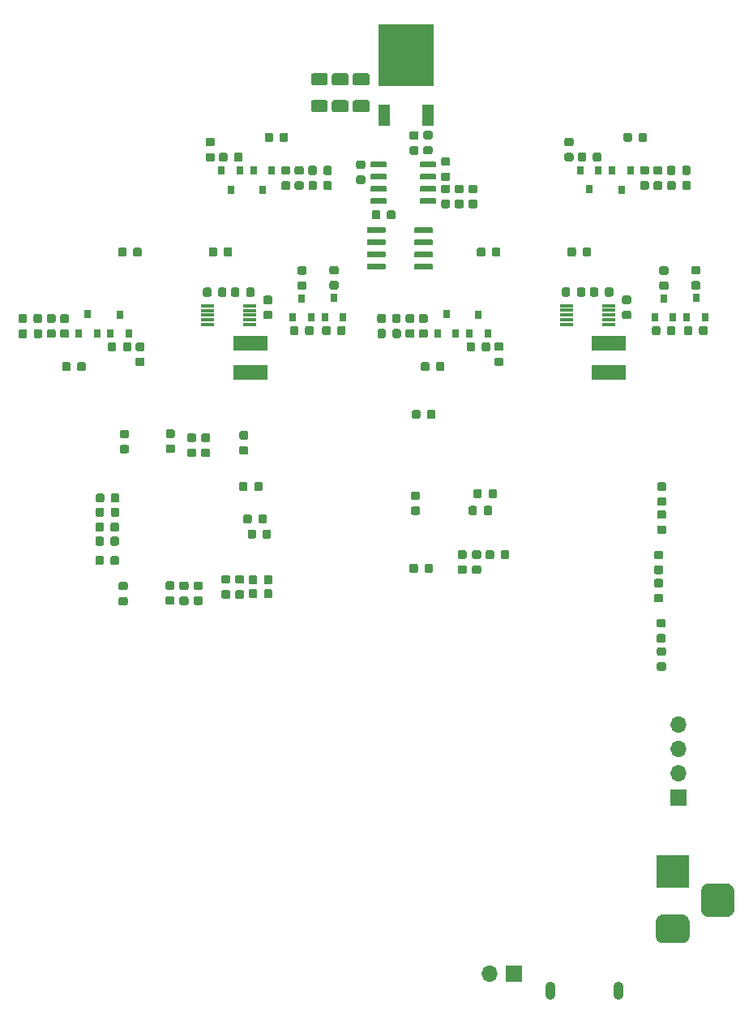
<source format=gbr>
G04 #@! TF.GenerationSoftware,KiCad,Pcbnew,5.1.5*
G04 #@! TF.CreationDate,2020-02-27T19:31:16+03:00*
G04 #@! TF.ProjectId,top,746f702e-6b69-4636-9164-5f7063625858,rev?*
G04 #@! TF.SameCoordinates,Original*
G04 #@! TF.FileFunction,Soldermask,Bot*
G04 #@! TF.FilePolarity,Negative*
%FSLAX46Y46*%
G04 Gerber Fmt 4.6, Leading zero omitted, Abs format (unit mm)*
G04 Created by KiCad (PCBNEW 5.1.5) date 2020-02-27 19:31:16*
%MOMM*%
%LPD*%
G04 APERTURE LIST*
%ADD10R,0.800000X0.900000*%
%ADD11C,0.100000*%
%ADD12R,1.700000X1.700000*%
%ADD13O,1.700000X1.700000*%
%ADD14O,1.050000X1.900000*%
%ADD15R,3.500000X3.500000*%
%ADD16R,3.600000X1.500000*%
%ADD17R,1.200000X2.200000*%
%ADD18R,5.800000X6.400000*%
%ADD19R,1.400000X0.300000*%
G04 APERTURE END LIST*
D10*
X310000Y-187880000D03*
X1260000Y-185880000D03*
X-640000Y-185880000D03*
D11*
G36*
X1137691Y-200521053D02*
G01*
X1158926Y-200524203D01*
X1179750Y-200529419D01*
X1199962Y-200536651D01*
X1219368Y-200545830D01*
X1237781Y-200556866D01*
X1255024Y-200569654D01*
X1270930Y-200584070D01*
X1285346Y-200599976D01*
X1298134Y-200617219D01*
X1309170Y-200635632D01*
X1318349Y-200655038D01*
X1325581Y-200675250D01*
X1330797Y-200696074D01*
X1333947Y-200717309D01*
X1335000Y-200738750D01*
X1335000Y-201176250D01*
X1333947Y-201197691D01*
X1330797Y-201218926D01*
X1325581Y-201239750D01*
X1318349Y-201259962D01*
X1309170Y-201279368D01*
X1298134Y-201297781D01*
X1285346Y-201315024D01*
X1270930Y-201330930D01*
X1255024Y-201345346D01*
X1237781Y-201358134D01*
X1219368Y-201369170D01*
X1199962Y-201378349D01*
X1179750Y-201385581D01*
X1158926Y-201390797D01*
X1137691Y-201393947D01*
X1116250Y-201395000D01*
X603750Y-201395000D01*
X582309Y-201393947D01*
X561074Y-201390797D01*
X540250Y-201385581D01*
X520038Y-201378349D01*
X500632Y-201369170D01*
X482219Y-201358134D01*
X464976Y-201345346D01*
X449070Y-201330930D01*
X434654Y-201315024D01*
X421866Y-201297781D01*
X410830Y-201279368D01*
X401651Y-201259962D01*
X394419Y-201239750D01*
X389203Y-201218926D01*
X386053Y-201197691D01*
X385000Y-201176250D01*
X385000Y-200738750D01*
X386053Y-200717309D01*
X389203Y-200696074D01*
X394419Y-200675250D01*
X401651Y-200655038D01*
X410830Y-200635632D01*
X421866Y-200617219D01*
X434654Y-200599976D01*
X449070Y-200584070D01*
X464976Y-200569654D01*
X482219Y-200556866D01*
X500632Y-200545830D01*
X520038Y-200536651D01*
X540250Y-200529419D01*
X561074Y-200524203D01*
X582309Y-200521053D01*
X603750Y-200520000D01*
X1116250Y-200520000D01*
X1137691Y-200521053D01*
G37*
G36*
X1137691Y-198946053D02*
G01*
X1158926Y-198949203D01*
X1179750Y-198954419D01*
X1199962Y-198961651D01*
X1219368Y-198970830D01*
X1237781Y-198981866D01*
X1255024Y-198994654D01*
X1270930Y-199009070D01*
X1285346Y-199024976D01*
X1298134Y-199042219D01*
X1309170Y-199060632D01*
X1318349Y-199080038D01*
X1325581Y-199100250D01*
X1330797Y-199121074D01*
X1333947Y-199142309D01*
X1335000Y-199163750D01*
X1335000Y-199601250D01*
X1333947Y-199622691D01*
X1330797Y-199643926D01*
X1325581Y-199664750D01*
X1318349Y-199684962D01*
X1309170Y-199704368D01*
X1298134Y-199722781D01*
X1285346Y-199740024D01*
X1270930Y-199755930D01*
X1255024Y-199770346D01*
X1237781Y-199783134D01*
X1219368Y-199794170D01*
X1199962Y-199803349D01*
X1179750Y-199810581D01*
X1158926Y-199815797D01*
X1137691Y-199818947D01*
X1116250Y-199820000D01*
X603750Y-199820000D01*
X582309Y-199818947D01*
X561074Y-199815797D01*
X540250Y-199810581D01*
X520038Y-199803349D01*
X500632Y-199794170D01*
X482219Y-199783134D01*
X464976Y-199770346D01*
X449070Y-199755930D01*
X434654Y-199740024D01*
X421866Y-199722781D01*
X410830Y-199704368D01*
X401651Y-199684962D01*
X394419Y-199664750D01*
X389203Y-199643926D01*
X386053Y-199622691D01*
X385000Y-199601250D01*
X385000Y-199163750D01*
X386053Y-199142309D01*
X389203Y-199121074D01*
X394419Y-199100250D01*
X401651Y-199080038D01*
X410830Y-199060632D01*
X421866Y-199042219D01*
X434654Y-199024976D01*
X449070Y-199009070D01*
X464976Y-198994654D01*
X482219Y-198981866D01*
X500632Y-198970830D01*
X520038Y-198961651D01*
X540250Y-198954419D01*
X561074Y-198949203D01*
X582309Y-198946053D01*
X603750Y-198945000D01*
X1116250Y-198945000D01*
X1137691Y-198946053D01*
G37*
G36*
X-20097308Y-200891052D02*
G01*
X-20076073Y-200894202D01*
X-20055249Y-200899418D01*
X-20035037Y-200906650D01*
X-20015631Y-200915829D01*
X-19997218Y-200926865D01*
X-19979975Y-200939653D01*
X-19964069Y-200954069D01*
X-19949653Y-200969975D01*
X-19936865Y-200987218D01*
X-19925829Y-201005631D01*
X-19916650Y-201025037D01*
X-19909418Y-201045249D01*
X-19904202Y-201066073D01*
X-19901052Y-201087308D01*
X-19899999Y-201108749D01*
X-19899999Y-201546249D01*
X-19901052Y-201567690D01*
X-19904202Y-201588925D01*
X-19909418Y-201609749D01*
X-19916650Y-201629961D01*
X-19925829Y-201649367D01*
X-19936865Y-201667780D01*
X-19949653Y-201685023D01*
X-19964069Y-201700929D01*
X-19979975Y-201715345D01*
X-19997218Y-201728133D01*
X-20015631Y-201739169D01*
X-20035037Y-201748348D01*
X-20055249Y-201755580D01*
X-20076073Y-201760796D01*
X-20097308Y-201763946D01*
X-20118749Y-201764999D01*
X-20631249Y-201764999D01*
X-20652690Y-201763946D01*
X-20673925Y-201760796D01*
X-20694749Y-201755580D01*
X-20714961Y-201748348D01*
X-20734367Y-201739169D01*
X-20752780Y-201728133D01*
X-20770023Y-201715345D01*
X-20785929Y-201700929D01*
X-20800345Y-201685023D01*
X-20813133Y-201667780D01*
X-20824169Y-201649367D01*
X-20833348Y-201629961D01*
X-20840580Y-201609749D01*
X-20845796Y-201588925D01*
X-20848946Y-201567690D01*
X-20849999Y-201546249D01*
X-20849999Y-201108749D01*
X-20848946Y-201087308D01*
X-20845796Y-201066073D01*
X-20840580Y-201045249D01*
X-20833348Y-201025037D01*
X-20824169Y-201005631D01*
X-20813133Y-200987218D01*
X-20800345Y-200969975D01*
X-20785929Y-200954069D01*
X-20770023Y-200939653D01*
X-20752780Y-200926865D01*
X-20734367Y-200915829D01*
X-20714961Y-200906650D01*
X-20694749Y-200899418D01*
X-20673925Y-200894202D01*
X-20652690Y-200891052D01*
X-20631249Y-200889999D01*
X-20118749Y-200889999D01*
X-20097308Y-200891052D01*
G37*
G36*
X-20097308Y-202466052D02*
G01*
X-20076073Y-202469202D01*
X-20055249Y-202474418D01*
X-20035037Y-202481650D01*
X-20015631Y-202490829D01*
X-19997218Y-202501865D01*
X-19979975Y-202514653D01*
X-19964069Y-202529069D01*
X-19949653Y-202544975D01*
X-19936865Y-202562218D01*
X-19925829Y-202580631D01*
X-19916650Y-202600037D01*
X-19909418Y-202620249D01*
X-19904202Y-202641073D01*
X-19901052Y-202662308D01*
X-19899999Y-202683749D01*
X-19899999Y-203121249D01*
X-19901052Y-203142690D01*
X-19904202Y-203163925D01*
X-19909418Y-203184749D01*
X-19916650Y-203204961D01*
X-19925829Y-203224367D01*
X-19936865Y-203242780D01*
X-19949653Y-203260023D01*
X-19964069Y-203275929D01*
X-19979975Y-203290345D01*
X-19997218Y-203303133D01*
X-20015631Y-203314169D01*
X-20035037Y-203323348D01*
X-20055249Y-203330580D01*
X-20076073Y-203335796D01*
X-20097308Y-203338946D01*
X-20118749Y-203339999D01*
X-20631249Y-203339999D01*
X-20652690Y-203338946D01*
X-20673925Y-203335796D01*
X-20694749Y-203330580D01*
X-20714961Y-203323348D01*
X-20734367Y-203314169D01*
X-20752780Y-203303133D01*
X-20770023Y-203290345D01*
X-20785929Y-203275929D01*
X-20800345Y-203260023D01*
X-20813133Y-203242780D01*
X-20824169Y-203224367D01*
X-20833348Y-203204961D01*
X-20840580Y-203184749D01*
X-20845796Y-203163925D01*
X-20848946Y-203142690D01*
X-20849999Y-203121249D01*
X-20849999Y-202683749D01*
X-20848946Y-202662308D01*
X-20845796Y-202641073D01*
X-20840580Y-202620249D01*
X-20833348Y-202600037D01*
X-20824169Y-202580631D01*
X-20813133Y-202562218D01*
X-20800345Y-202544975D01*
X-20785929Y-202529069D01*
X-20770023Y-202514653D01*
X-20752780Y-202501865D01*
X-20734367Y-202490829D01*
X-20714961Y-202481650D01*
X-20694749Y-202474418D01*
X-20673925Y-202469202D01*
X-20652690Y-202466052D01*
X-20631249Y-202464999D01*
X-20118749Y-202464999D01*
X-20097308Y-202466052D01*
G37*
G36*
X-14099809Y-193921052D02*
G01*
X-14078574Y-193924202D01*
X-14057750Y-193929418D01*
X-14037538Y-193936650D01*
X-14018132Y-193945829D01*
X-13999719Y-193956865D01*
X-13982476Y-193969653D01*
X-13966570Y-193984069D01*
X-13952154Y-193999975D01*
X-13939366Y-194017218D01*
X-13928330Y-194035631D01*
X-13919151Y-194055037D01*
X-13911919Y-194075249D01*
X-13906703Y-194096073D01*
X-13903553Y-194117308D01*
X-13902500Y-194138749D01*
X-13902500Y-194651249D01*
X-13903553Y-194672690D01*
X-13906703Y-194693925D01*
X-13911919Y-194714749D01*
X-13919151Y-194734961D01*
X-13928330Y-194754367D01*
X-13939366Y-194772780D01*
X-13952154Y-194790023D01*
X-13966570Y-194805929D01*
X-13982476Y-194820345D01*
X-13999719Y-194833133D01*
X-14018132Y-194844169D01*
X-14037538Y-194853348D01*
X-14057750Y-194860580D01*
X-14078574Y-194865796D01*
X-14099809Y-194868946D01*
X-14121250Y-194869999D01*
X-14558750Y-194869999D01*
X-14580191Y-194868946D01*
X-14601426Y-194865796D01*
X-14622250Y-194860580D01*
X-14642462Y-194853348D01*
X-14661868Y-194844169D01*
X-14680281Y-194833133D01*
X-14697524Y-194820345D01*
X-14713430Y-194805929D01*
X-14727846Y-194790023D01*
X-14740634Y-194772780D01*
X-14751670Y-194754367D01*
X-14760849Y-194734961D01*
X-14768081Y-194714749D01*
X-14773297Y-194693925D01*
X-14776447Y-194672690D01*
X-14777500Y-194651249D01*
X-14777500Y-194138749D01*
X-14776447Y-194117308D01*
X-14773297Y-194096073D01*
X-14768081Y-194075249D01*
X-14760849Y-194055037D01*
X-14751670Y-194035631D01*
X-14740634Y-194017218D01*
X-14727846Y-193999975D01*
X-14713430Y-193984069D01*
X-14697524Y-193969653D01*
X-14680281Y-193956865D01*
X-14661868Y-193945829D01*
X-14642462Y-193936650D01*
X-14622250Y-193929418D01*
X-14601426Y-193924202D01*
X-14580191Y-193921052D01*
X-14558750Y-193919999D01*
X-14121250Y-193919999D01*
X-14099809Y-193921052D01*
G37*
G36*
X-12524809Y-193921052D02*
G01*
X-12503574Y-193924202D01*
X-12482750Y-193929418D01*
X-12462538Y-193936650D01*
X-12443132Y-193945829D01*
X-12424719Y-193956865D01*
X-12407476Y-193969653D01*
X-12391570Y-193984069D01*
X-12377154Y-193999975D01*
X-12364366Y-194017218D01*
X-12353330Y-194035631D01*
X-12344151Y-194055037D01*
X-12336919Y-194075249D01*
X-12331703Y-194096073D01*
X-12328553Y-194117308D01*
X-12327500Y-194138749D01*
X-12327500Y-194651249D01*
X-12328553Y-194672690D01*
X-12331703Y-194693925D01*
X-12336919Y-194714749D01*
X-12344151Y-194734961D01*
X-12353330Y-194754367D01*
X-12364366Y-194772780D01*
X-12377154Y-194790023D01*
X-12391570Y-194805929D01*
X-12407476Y-194820345D01*
X-12424719Y-194833133D01*
X-12443132Y-194844169D01*
X-12462538Y-194853348D01*
X-12482750Y-194860580D01*
X-12503574Y-194865796D01*
X-12524809Y-194868946D01*
X-12546250Y-194869999D01*
X-12983750Y-194869999D01*
X-13005191Y-194868946D01*
X-13026426Y-194865796D01*
X-13047250Y-194860580D01*
X-13067462Y-194853348D01*
X-13086868Y-194844169D01*
X-13105281Y-194833133D01*
X-13122524Y-194820345D01*
X-13138430Y-194805929D01*
X-13152846Y-194790023D01*
X-13165634Y-194772780D01*
X-13176670Y-194754367D01*
X-13185849Y-194734961D01*
X-13193081Y-194714749D01*
X-13198297Y-194693925D01*
X-13201447Y-194672690D01*
X-13202500Y-194651249D01*
X-13202500Y-194138749D01*
X-13201447Y-194117308D01*
X-13198297Y-194096073D01*
X-13193081Y-194075249D01*
X-13185849Y-194055037D01*
X-13176670Y-194035631D01*
X-13165634Y-194017218D01*
X-13152846Y-193999975D01*
X-13138430Y-193984069D01*
X-13122524Y-193969653D01*
X-13105281Y-193956865D01*
X-13086868Y-193945829D01*
X-13067462Y-193936650D01*
X-13047250Y-193929418D01*
X-13026426Y-193924202D01*
X-13005191Y-193921052D01*
X-12983750Y-193919999D01*
X-12546250Y-193919999D01*
X-12524809Y-193921052D01*
G37*
G36*
X-21487308Y-202458551D02*
G01*
X-21466073Y-202461701D01*
X-21445249Y-202466917D01*
X-21425037Y-202474149D01*
X-21405631Y-202483328D01*
X-21387218Y-202494364D01*
X-21369975Y-202507152D01*
X-21354069Y-202521568D01*
X-21339653Y-202537474D01*
X-21326865Y-202554717D01*
X-21315829Y-202573130D01*
X-21306650Y-202592536D01*
X-21299418Y-202612748D01*
X-21294202Y-202633572D01*
X-21291052Y-202654807D01*
X-21289999Y-202676248D01*
X-21289999Y-203113748D01*
X-21291052Y-203135189D01*
X-21294202Y-203156424D01*
X-21299418Y-203177248D01*
X-21306650Y-203197460D01*
X-21315829Y-203216866D01*
X-21326865Y-203235279D01*
X-21339653Y-203252522D01*
X-21354069Y-203268428D01*
X-21369975Y-203282844D01*
X-21387218Y-203295632D01*
X-21405631Y-203306668D01*
X-21425037Y-203315847D01*
X-21445249Y-203323079D01*
X-21466073Y-203328295D01*
X-21487308Y-203331445D01*
X-21508749Y-203332498D01*
X-22021249Y-203332498D01*
X-22042690Y-203331445D01*
X-22063925Y-203328295D01*
X-22084749Y-203323079D01*
X-22104961Y-203315847D01*
X-22124367Y-203306668D01*
X-22142780Y-203295632D01*
X-22160023Y-203282844D01*
X-22175929Y-203268428D01*
X-22190345Y-203252522D01*
X-22203133Y-203235279D01*
X-22214169Y-203216866D01*
X-22223348Y-203197460D01*
X-22230580Y-203177248D01*
X-22235796Y-203156424D01*
X-22238946Y-203135189D01*
X-22239999Y-203113748D01*
X-22239999Y-202676248D01*
X-22238946Y-202654807D01*
X-22235796Y-202633572D01*
X-22230580Y-202612748D01*
X-22223348Y-202592536D01*
X-22214169Y-202573130D01*
X-22203133Y-202554717D01*
X-22190345Y-202537474D01*
X-22175929Y-202521568D01*
X-22160023Y-202507152D01*
X-22142780Y-202494364D01*
X-22124367Y-202483328D01*
X-22104961Y-202474149D01*
X-22084749Y-202466917D01*
X-22063925Y-202461701D01*
X-22042690Y-202458551D01*
X-22021249Y-202457498D01*
X-21508749Y-202457498D01*
X-21487308Y-202458551D01*
G37*
G36*
X-21487308Y-200883551D02*
G01*
X-21466073Y-200886701D01*
X-21445249Y-200891917D01*
X-21425037Y-200899149D01*
X-21405631Y-200908328D01*
X-21387218Y-200919364D01*
X-21369975Y-200932152D01*
X-21354069Y-200946568D01*
X-21339653Y-200962474D01*
X-21326865Y-200979717D01*
X-21315829Y-200998130D01*
X-21306650Y-201017536D01*
X-21299418Y-201037748D01*
X-21294202Y-201058572D01*
X-21291052Y-201079807D01*
X-21289999Y-201101248D01*
X-21289999Y-201538748D01*
X-21291052Y-201560189D01*
X-21294202Y-201581424D01*
X-21299418Y-201602248D01*
X-21306650Y-201622460D01*
X-21315829Y-201641866D01*
X-21326865Y-201660279D01*
X-21339653Y-201677522D01*
X-21354069Y-201693428D01*
X-21369975Y-201707844D01*
X-21387218Y-201720632D01*
X-21405631Y-201731668D01*
X-21425037Y-201740847D01*
X-21445249Y-201748079D01*
X-21466073Y-201753295D01*
X-21487308Y-201756445D01*
X-21508749Y-201757498D01*
X-22021249Y-201757498D01*
X-22042690Y-201756445D01*
X-22063925Y-201753295D01*
X-22084749Y-201748079D01*
X-22104961Y-201740847D01*
X-22124367Y-201731668D01*
X-22142780Y-201720632D01*
X-22160023Y-201707844D01*
X-22175929Y-201693428D01*
X-22190345Y-201677522D01*
X-22203133Y-201660279D01*
X-22214169Y-201641866D01*
X-22223348Y-201622460D01*
X-22230580Y-201602248D01*
X-22235796Y-201581424D01*
X-22238946Y-201560189D01*
X-22239999Y-201538748D01*
X-22239999Y-201101248D01*
X-22238946Y-201079807D01*
X-22235796Y-201058572D01*
X-22230580Y-201037748D01*
X-22223348Y-201017536D01*
X-22214169Y-200998130D01*
X-22203133Y-200979717D01*
X-22190345Y-200962474D01*
X-22175929Y-200946568D01*
X-22160023Y-200932152D01*
X-22142780Y-200919364D01*
X-22124367Y-200908328D01*
X-22104961Y-200899149D01*
X-22084749Y-200891917D01*
X-22063925Y-200886701D01*
X-22042690Y-200883551D01*
X-22021249Y-200882498D01*
X-21508749Y-200882498D01*
X-21487308Y-200883551D01*
G37*
G36*
X3017691Y-187001053D02*
G01*
X3038926Y-187004203D01*
X3059750Y-187009419D01*
X3079962Y-187016651D01*
X3099368Y-187025830D01*
X3117781Y-187036866D01*
X3135024Y-187049654D01*
X3150930Y-187064070D01*
X3165346Y-187079976D01*
X3178134Y-187097219D01*
X3189170Y-187115632D01*
X3198349Y-187135038D01*
X3205581Y-187155250D01*
X3210797Y-187176074D01*
X3213947Y-187197309D01*
X3215000Y-187218750D01*
X3215000Y-187656250D01*
X3213947Y-187677691D01*
X3210797Y-187698926D01*
X3205581Y-187719750D01*
X3198349Y-187739962D01*
X3189170Y-187759368D01*
X3178134Y-187777781D01*
X3165346Y-187795024D01*
X3150930Y-187810930D01*
X3135024Y-187825346D01*
X3117781Y-187838134D01*
X3099368Y-187849170D01*
X3079962Y-187858349D01*
X3059750Y-187865581D01*
X3038926Y-187870797D01*
X3017691Y-187873947D01*
X2996250Y-187875000D01*
X2483750Y-187875000D01*
X2462309Y-187873947D01*
X2441074Y-187870797D01*
X2420250Y-187865581D01*
X2400038Y-187858349D01*
X2380632Y-187849170D01*
X2362219Y-187838134D01*
X2344976Y-187825346D01*
X2329070Y-187810930D01*
X2314654Y-187795024D01*
X2301866Y-187777781D01*
X2290830Y-187759368D01*
X2281651Y-187739962D01*
X2274419Y-187719750D01*
X2269203Y-187698926D01*
X2266053Y-187677691D01*
X2265000Y-187656250D01*
X2265000Y-187218750D01*
X2266053Y-187197309D01*
X2269203Y-187176074D01*
X2274419Y-187155250D01*
X2281651Y-187135038D01*
X2290830Y-187115632D01*
X2301866Y-187097219D01*
X2314654Y-187079976D01*
X2329070Y-187064070D01*
X2344976Y-187049654D01*
X2362219Y-187036866D01*
X2380632Y-187025830D01*
X2400038Y-187016651D01*
X2420250Y-187009419D01*
X2441074Y-187004203D01*
X2462309Y-187001053D01*
X2483750Y-187000000D01*
X2996250Y-187000000D01*
X3017691Y-187001053D01*
G37*
G36*
X3017691Y-185426053D02*
G01*
X3038926Y-185429203D01*
X3059750Y-185434419D01*
X3079962Y-185441651D01*
X3099368Y-185450830D01*
X3117781Y-185461866D01*
X3135024Y-185474654D01*
X3150930Y-185489070D01*
X3165346Y-185504976D01*
X3178134Y-185522219D01*
X3189170Y-185540632D01*
X3198349Y-185560038D01*
X3205581Y-185580250D01*
X3210797Y-185601074D01*
X3213947Y-185622309D01*
X3215000Y-185643750D01*
X3215000Y-186081250D01*
X3213947Y-186102691D01*
X3210797Y-186123926D01*
X3205581Y-186144750D01*
X3198349Y-186164962D01*
X3189170Y-186184368D01*
X3178134Y-186202781D01*
X3165346Y-186220024D01*
X3150930Y-186235930D01*
X3135024Y-186250346D01*
X3117781Y-186263134D01*
X3099368Y-186274170D01*
X3079962Y-186283349D01*
X3059750Y-186290581D01*
X3038926Y-186295797D01*
X3017691Y-186298947D01*
X2996250Y-186300000D01*
X2483750Y-186300000D01*
X2462309Y-186298947D01*
X2441074Y-186295797D01*
X2420250Y-186290581D01*
X2400038Y-186283349D01*
X2380632Y-186274170D01*
X2362219Y-186263134D01*
X2344976Y-186250346D01*
X2329070Y-186235930D01*
X2314654Y-186220024D01*
X2301866Y-186202781D01*
X2290830Y-186184368D01*
X2281651Y-186164962D01*
X2274419Y-186144750D01*
X2269203Y-186123926D01*
X2266053Y-186102691D01*
X2265000Y-186081250D01*
X2265000Y-185643750D01*
X2266053Y-185622309D01*
X2269203Y-185601074D01*
X2274419Y-185580250D01*
X2281651Y-185560038D01*
X2290830Y-185540632D01*
X2301866Y-185522219D01*
X2314654Y-185504976D01*
X2329070Y-185489070D01*
X2344976Y-185474654D01*
X2362219Y-185461866D01*
X2380632Y-185450830D01*
X2400038Y-185441651D01*
X2420250Y-185434419D01*
X2441074Y-185429203D01*
X2462309Y-185426053D01*
X2483750Y-185425000D01*
X2996250Y-185425000D01*
X3017691Y-185426053D01*
G37*
G36*
X-3054808Y-193896053D02*
G01*
X-3033573Y-193899203D01*
X-3012749Y-193904419D01*
X-2992537Y-193911651D01*
X-2973131Y-193920830D01*
X-2954718Y-193931866D01*
X-2937475Y-193944654D01*
X-2921569Y-193959070D01*
X-2907153Y-193974976D01*
X-2894365Y-193992219D01*
X-2883329Y-194010632D01*
X-2874150Y-194030038D01*
X-2866918Y-194050250D01*
X-2861702Y-194071074D01*
X-2858552Y-194092309D01*
X-2857499Y-194113750D01*
X-2857499Y-194626250D01*
X-2858552Y-194647691D01*
X-2861702Y-194668926D01*
X-2866918Y-194689750D01*
X-2874150Y-194709962D01*
X-2883329Y-194729368D01*
X-2894365Y-194747781D01*
X-2907153Y-194765024D01*
X-2921569Y-194780930D01*
X-2937475Y-194795346D01*
X-2954718Y-194808134D01*
X-2973131Y-194819170D01*
X-2992537Y-194828349D01*
X-3012749Y-194835581D01*
X-3033573Y-194840797D01*
X-3054808Y-194843947D01*
X-3076249Y-194845000D01*
X-3513749Y-194845000D01*
X-3535190Y-194843947D01*
X-3556425Y-194840797D01*
X-3577249Y-194835581D01*
X-3597461Y-194828349D01*
X-3616867Y-194819170D01*
X-3635280Y-194808134D01*
X-3652523Y-194795346D01*
X-3668429Y-194780930D01*
X-3682845Y-194765024D01*
X-3695633Y-194747781D01*
X-3706669Y-194729368D01*
X-3715848Y-194709962D01*
X-3723080Y-194689750D01*
X-3728296Y-194668926D01*
X-3731446Y-194647691D01*
X-3732499Y-194626250D01*
X-3732499Y-194113750D01*
X-3731446Y-194092309D01*
X-3728296Y-194071074D01*
X-3723080Y-194050250D01*
X-3715848Y-194030038D01*
X-3706669Y-194010632D01*
X-3695633Y-193992219D01*
X-3682845Y-193974976D01*
X-3668429Y-193959070D01*
X-3652523Y-193944654D01*
X-3635280Y-193931866D01*
X-3616867Y-193920830D01*
X-3597461Y-193911651D01*
X-3577249Y-193904419D01*
X-3556425Y-193899203D01*
X-3535190Y-193896053D01*
X-3513749Y-193895000D01*
X-3076249Y-193895000D01*
X-3054808Y-193896053D01*
G37*
G36*
X-4629808Y-193896053D02*
G01*
X-4608573Y-193899203D01*
X-4587749Y-193904419D01*
X-4567537Y-193911651D01*
X-4548131Y-193920830D01*
X-4529718Y-193931866D01*
X-4512475Y-193944654D01*
X-4496569Y-193959070D01*
X-4482153Y-193974976D01*
X-4469365Y-193992219D01*
X-4458329Y-194010632D01*
X-4449150Y-194030038D01*
X-4441918Y-194050250D01*
X-4436702Y-194071074D01*
X-4433552Y-194092309D01*
X-4432499Y-194113750D01*
X-4432499Y-194626250D01*
X-4433552Y-194647691D01*
X-4436702Y-194668926D01*
X-4441918Y-194689750D01*
X-4449150Y-194709962D01*
X-4458329Y-194729368D01*
X-4469365Y-194747781D01*
X-4482153Y-194765024D01*
X-4496569Y-194780930D01*
X-4512475Y-194795346D01*
X-4529718Y-194808134D01*
X-4548131Y-194819170D01*
X-4567537Y-194828349D01*
X-4587749Y-194835581D01*
X-4608573Y-194840797D01*
X-4629808Y-194843947D01*
X-4651249Y-194845000D01*
X-5088749Y-194845000D01*
X-5110190Y-194843947D01*
X-5131425Y-194840797D01*
X-5152249Y-194835581D01*
X-5172461Y-194828349D01*
X-5191867Y-194819170D01*
X-5210280Y-194808134D01*
X-5227523Y-194795346D01*
X-5243429Y-194780930D01*
X-5257845Y-194765024D01*
X-5270633Y-194747781D01*
X-5281669Y-194729368D01*
X-5290848Y-194709962D01*
X-5298080Y-194689750D01*
X-5303296Y-194668926D01*
X-5306446Y-194647691D01*
X-5307499Y-194626250D01*
X-5307499Y-194113750D01*
X-5306446Y-194092309D01*
X-5303296Y-194071074D01*
X-5298080Y-194050250D01*
X-5290848Y-194030038D01*
X-5281669Y-194010632D01*
X-5270633Y-193992219D01*
X-5257845Y-193974976D01*
X-5243429Y-193959070D01*
X-5227523Y-193944654D01*
X-5210280Y-193931866D01*
X-5191867Y-193920830D01*
X-5172461Y-193911651D01*
X-5152249Y-193904419D01*
X-5131425Y-193899203D01*
X-5110190Y-193896053D01*
X-5088749Y-193895000D01*
X-4651249Y-193895000D01*
X-4629808Y-193896053D01*
G37*
G36*
X4407691Y-185433554D02*
G01*
X4428926Y-185436704D01*
X4449750Y-185441920D01*
X4469962Y-185449152D01*
X4489368Y-185458331D01*
X4507781Y-185469367D01*
X4525024Y-185482155D01*
X4540930Y-185496571D01*
X4555346Y-185512477D01*
X4568134Y-185529720D01*
X4579170Y-185548133D01*
X4588349Y-185567539D01*
X4595581Y-185587751D01*
X4600797Y-185608575D01*
X4603947Y-185629810D01*
X4605000Y-185651251D01*
X4605000Y-186088751D01*
X4603947Y-186110192D01*
X4600797Y-186131427D01*
X4595581Y-186152251D01*
X4588349Y-186172463D01*
X4579170Y-186191869D01*
X4568134Y-186210282D01*
X4555346Y-186227525D01*
X4540930Y-186243431D01*
X4525024Y-186257847D01*
X4507781Y-186270635D01*
X4489368Y-186281671D01*
X4469962Y-186290850D01*
X4449750Y-186298082D01*
X4428926Y-186303298D01*
X4407691Y-186306448D01*
X4386250Y-186307501D01*
X3873750Y-186307501D01*
X3852309Y-186306448D01*
X3831074Y-186303298D01*
X3810250Y-186298082D01*
X3790038Y-186290850D01*
X3770632Y-186281671D01*
X3752219Y-186270635D01*
X3734976Y-186257847D01*
X3719070Y-186243431D01*
X3704654Y-186227525D01*
X3691866Y-186210282D01*
X3680830Y-186191869D01*
X3671651Y-186172463D01*
X3664419Y-186152251D01*
X3659203Y-186131427D01*
X3656053Y-186110192D01*
X3655000Y-186088751D01*
X3655000Y-185651251D01*
X3656053Y-185629810D01*
X3659203Y-185608575D01*
X3664419Y-185587751D01*
X3671651Y-185567539D01*
X3680830Y-185548133D01*
X3691866Y-185529720D01*
X3704654Y-185512477D01*
X3719070Y-185496571D01*
X3734976Y-185482155D01*
X3752219Y-185469367D01*
X3770632Y-185458331D01*
X3790038Y-185449152D01*
X3810250Y-185441920D01*
X3831074Y-185436704D01*
X3852309Y-185433554D01*
X3873750Y-185432501D01*
X4386250Y-185432501D01*
X4407691Y-185433554D01*
G37*
G36*
X4407691Y-187008554D02*
G01*
X4428926Y-187011704D01*
X4449750Y-187016920D01*
X4469962Y-187024152D01*
X4489368Y-187033331D01*
X4507781Y-187044367D01*
X4525024Y-187057155D01*
X4540930Y-187071571D01*
X4555346Y-187087477D01*
X4568134Y-187104720D01*
X4579170Y-187123133D01*
X4588349Y-187142539D01*
X4595581Y-187162751D01*
X4600797Y-187183575D01*
X4603947Y-187204810D01*
X4605000Y-187226251D01*
X4605000Y-187663751D01*
X4603947Y-187685192D01*
X4600797Y-187706427D01*
X4595581Y-187727251D01*
X4588349Y-187747463D01*
X4579170Y-187766869D01*
X4568134Y-187785282D01*
X4555346Y-187802525D01*
X4540930Y-187818431D01*
X4525024Y-187832847D01*
X4507781Y-187845635D01*
X4489368Y-187856671D01*
X4469962Y-187865850D01*
X4449750Y-187873082D01*
X4428926Y-187878298D01*
X4407691Y-187881448D01*
X4386250Y-187882501D01*
X3873750Y-187882501D01*
X3852309Y-187881448D01*
X3831074Y-187878298D01*
X3810250Y-187873082D01*
X3790038Y-187865850D01*
X3770632Y-187856671D01*
X3752219Y-187845635D01*
X3734976Y-187832847D01*
X3719070Y-187818431D01*
X3704654Y-187802525D01*
X3691866Y-187785282D01*
X3680830Y-187766869D01*
X3671651Y-187747463D01*
X3664419Y-187727251D01*
X3659203Y-187706427D01*
X3656053Y-187685192D01*
X3655000Y-187663751D01*
X3655000Y-187226251D01*
X3656053Y-187204810D01*
X3659203Y-187183575D01*
X3664419Y-187162751D01*
X3671651Y-187142539D01*
X3680830Y-187123133D01*
X3691866Y-187104720D01*
X3704654Y-187087477D01*
X3719070Y-187071571D01*
X3734976Y-187057155D01*
X3752219Y-187044367D01*
X3770632Y-187033331D01*
X3790038Y-187024152D01*
X3810250Y-187016920D01*
X3831074Y-187011704D01*
X3852309Y-187008554D01*
X3873750Y-187007501D01*
X4386250Y-187007501D01*
X4407691Y-187008554D01*
G37*
G36*
X38617691Y-200511053D02*
G01*
X38638926Y-200514203D01*
X38659750Y-200519419D01*
X38679962Y-200526651D01*
X38699368Y-200535830D01*
X38717781Y-200546866D01*
X38735024Y-200559654D01*
X38750930Y-200574070D01*
X38765346Y-200589976D01*
X38778134Y-200607219D01*
X38789170Y-200625632D01*
X38798349Y-200645038D01*
X38805581Y-200665250D01*
X38810797Y-200686074D01*
X38813947Y-200707309D01*
X38815000Y-200728750D01*
X38815000Y-201166250D01*
X38813947Y-201187691D01*
X38810797Y-201208926D01*
X38805581Y-201229750D01*
X38798349Y-201249962D01*
X38789170Y-201269368D01*
X38778134Y-201287781D01*
X38765346Y-201305024D01*
X38750930Y-201320930D01*
X38735024Y-201335346D01*
X38717781Y-201348134D01*
X38699368Y-201359170D01*
X38679962Y-201368349D01*
X38659750Y-201375581D01*
X38638926Y-201380797D01*
X38617691Y-201383947D01*
X38596250Y-201385000D01*
X38083750Y-201385000D01*
X38062309Y-201383947D01*
X38041074Y-201380797D01*
X38020250Y-201375581D01*
X38000038Y-201368349D01*
X37980632Y-201359170D01*
X37962219Y-201348134D01*
X37944976Y-201335346D01*
X37929070Y-201320930D01*
X37914654Y-201305024D01*
X37901866Y-201287781D01*
X37890830Y-201269368D01*
X37881651Y-201249962D01*
X37874419Y-201229750D01*
X37869203Y-201208926D01*
X37866053Y-201187691D01*
X37865000Y-201166250D01*
X37865000Y-200728750D01*
X37866053Y-200707309D01*
X37869203Y-200686074D01*
X37874419Y-200665250D01*
X37881651Y-200645038D01*
X37890830Y-200625632D01*
X37901866Y-200607219D01*
X37914654Y-200589976D01*
X37929070Y-200574070D01*
X37944976Y-200559654D01*
X37962219Y-200546866D01*
X37980632Y-200535830D01*
X38000038Y-200526651D01*
X38020250Y-200519419D01*
X38041074Y-200514203D01*
X38062309Y-200511053D01*
X38083750Y-200510000D01*
X38596250Y-200510000D01*
X38617691Y-200511053D01*
G37*
G36*
X38617691Y-198936053D02*
G01*
X38638926Y-198939203D01*
X38659750Y-198944419D01*
X38679962Y-198951651D01*
X38699368Y-198960830D01*
X38717781Y-198971866D01*
X38735024Y-198984654D01*
X38750930Y-198999070D01*
X38765346Y-199014976D01*
X38778134Y-199032219D01*
X38789170Y-199050632D01*
X38798349Y-199070038D01*
X38805581Y-199090250D01*
X38810797Y-199111074D01*
X38813947Y-199132309D01*
X38815000Y-199153750D01*
X38815000Y-199591250D01*
X38813947Y-199612691D01*
X38810797Y-199633926D01*
X38805581Y-199654750D01*
X38798349Y-199674962D01*
X38789170Y-199694368D01*
X38778134Y-199712781D01*
X38765346Y-199730024D01*
X38750930Y-199745930D01*
X38735024Y-199760346D01*
X38717781Y-199773134D01*
X38699368Y-199784170D01*
X38679962Y-199793349D01*
X38659750Y-199800581D01*
X38638926Y-199805797D01*
X38617691Y-199808947D01*
X38596250Y-199810000D01*
X38083750Y-199810000D01*
X38062309Y-199808947D01*
X38041074Y-199805797D01*
X38020250Y-199800581D01*
X38000038Y-199793349D01*
X37980632Y-199784170D01*
X37962219Y-199773134D01*
X37944976Y-199760346D01*
X37929070Y-199745930D01*
X37914654Y-199730024D01*
X37901866Y-199712781D01*
X37890830Y-199694368D01*
X37881651Y-199674962D01*
X37874419Y-199654750D01*
X37869203Y-199633926D01*
X37866053Y-199612691D01*
X37865000Y-199591250D01*
X37865000Y-199153750D01*
X37866053Y-199132309D01*
X37869203Y-199111074D01*
X37874419Y-199090250D01*
X37881651Y-199070038D01*
X37890830Y-199050632D01*
X37901866Y-199032219D01*
X37914654Y-199014976D01*
X37929070Y-198999070D01*
X37944976Y-198984654D01*
X37962219Y-198971866D01*
X37980632Y-198960830D01*
X38000038Y-198951651D01*
X38020250Y-198944419D01*
X38041074Y-198939203D01*
X38062309Y-198936053D01*
X38083750Y-198935000D01*
X38596250Y-198935000D01*
X38617691Y-198936053D01*
G37*
G36*
X17382692Y-202456052D02*
G01*
X17403927Y-202459202D01*
X17424751Y-202464418D01*
X17444963Y-202471650D01*
X17464369Y-202480829D01*
X17482782Y-202491865D01*
X17500025Y-202504653D01*
X17515931Y-202519069D01*
X17530347Y-202534975D01*
X17543135Y-202552218D01*
X17554171Y-202570631D01*
X17563350Y-202590037D01*
X17570582Y-202610249D01*
X17575798Y-202631073D01*
X17578948Y-202652308D01*
X17580001Y-202673749D01*
X17580001Y-203111249D01*
X17578948Y-203132690D01*
X17575798Y-203153925D01*
X17570582Y-203174749D01*
X17563350Y-203194961D01*
X17554171Y-203214367D01*
X17543135Y-203232780D01*
X17530347Y-203250023D01*
X17515931Y-203265929D01*
X17500025Y-203280345D01*
X17482782Y-203293133D01*
X17464369Y-203304169D01*
X17444963Y-203313348D01*
X17424751Y-203320580D01*
X17403927Y-203325796D01*
X17382692Y-203328946D01*
X17361251Y-203329999D01*
X16848751Y-203329999D01*
X16827310Y-203328946D01*
X16806075Y-203325796D01*
X16785251Y-203320580D01*
X16765039Y-203313348D01*
X16745633Y-203304169D01*
X16727220Y-203293133D01*
X16709977Y-203280345D01*
X16694071Y-203265929D01*
X16679655Y-203250023D01*
X16666867Y-203232780D01*
X16655831Y-203214367D01*
X16646652Y-203194961D01*
X16639420Y-203174749D01*
X16634204Y-203153925D01*
X16631054Y-203132690D01*
X16630001Y-203111249D01*
X16630001Y-202673749D01*
X16631054Y-202652308D01*
X16634204Y-202631073D01*
X16639420Y-202610249D01*
X16646652Y-202590037D01*
X16655831Y-202570631D01*
X16666867Y-202552218D01*
X16679655Y-202534975D01*
X16694071Y-202519069D01*
X16709977Y-202504653D01*
X16727220Y-202491865D01*
X16745633Y-202480829D01*
X16765039Y-202471650D01*
X16785251Y-202464418D01*
X16806075Y-202459202D01*
X16827310Y-202456052D01*
X16848751Y-202454999D01*
X17361251Y-202454999D01*
X17382692Y-202456052D01*
G37*
G36*
X17382692Y-200881052D02*
G01*
X17403927Y-200884202D01*
X17424751Y-200889418D01*
X17444963Y-200896650D01*
X17464369Y-200905829D01*
X17482782Y-200916865D01*
X17500025Y-200929653D01*
X17515931Y-200944069D01*
X17530347Y-200959975D01*
X17543135Y-200977218D01*
X17554171Y-200995631D01*
X17563350Y-201015037D01*
X17570582Y-201035249D01*
X17575798Y-201056073D01*
X17578948Y-201077308D01*
X17580001Y-201098749D01*
X17580001Y-201536249D01*
X17578948Y-201557690D01*
X17575798Y-201578925D01*
X17570582Y-201599749D01*
X17563350Y-201619961D01*
X17554171Y-201639367D01*
X17543135Y-201657780D01*
X17530347Y-201675023D01*
X17515931Y-201690929D01*
X17500025Y-201705345D01*
X17482782Y-201718133D01*
X17464369Y-201729169D01*
X17444963Y-201738348D01*
X17424751Y-201745580D01*
X17403927Y-201750796D01*
X17382692Y-201753946D01*
X17361251Y-201754999D01*
X16848751Y-201754999D01*
X16827310Y-201753946D01*
X16806075Y-201750796D01*
X16785251Y-201745580D01*
X16765039Y-201738348D01*
X16745633Y-201729169D01*
X16727220Y-201718133D01*
X16709977Y-201705345D01*
X16694071Y-201690929D01*
X16679655Y-201675023D01*
X16666867Y-201657780D01*
X16655831Y-201639367D01*
X16646652Y-201619961D01*
X16639420Y-201599749D01*
X16634204Y-201578925D01*
X16631054Y-201557690D01*
X16630001Y-201536249D01*
X16630001Y-201098749D01*
X16631054Y-201077308D01*
X16634204Y-201056073D01*
X16639420Y-201035249D01*
X16646652Y-201015037D01*
X16655831Y-200995631D01*
X16666867Y-200977218D01*
X16679655Y-200959975D01*
X16694071Y-200944069D01*
X16709977Y-200929653D01*
X16727220Y-200916865D01*
X16745633Y-200905829D01*
X16765039Y-200896650D01*
X16785251Y-200889418D01*
X16806075Y-200884202D01*
X16827310Y-200881052D01*
X16848751Y-200879999D01*
X17361251Y-200879999D01*
X17382692Y-200881052D01*
G37*
G36*
X24955191Y-193911052D02*
G01*
X24976426Y-193914202D01*
X24997250Y-193919418D01*
X25017462Y-193926650D01*
X25036868Y-193935829D01*
X25055281Y-193946865D01*
X25072524Y-193959653D01*
X25088430Y-193974069D01*
X25102846Y-193989975D01*
X25115634Y-194007218D01*
X25126670Y-194025631D01*
X25135849Y-194045037D01*
X25143081Y-194065249D01*
X25148297Y-194086073D01*
X25151447Y-194107308D01*
X25152500Y-194128749D01*
X25152500Y-194641249D01*
X25151447Y-194662690D01*
X25148297Y-194683925D01*
X25143081Y-194704749D01*
X25135849Y-194724961D01*
X25126670Y-194744367D01*
X25115634Y-194762780D01*
X25102846Y-194780023D01*
X25088430Y-194795929D01*
X25072524Y-194810345D01*
X25055281Y-194823133D01*
X25036868Y-194834169D01*
X25017462Y-194843348D01*
X24997250Y-194850580D01*
X24976426Y-194855796D01*
X24955191Y-194858946D01*
X24933750Y-194859999D01*
X24496250Y-194859999D01*
X24474809Y-194858946D01*
X24453574Y-194855796D01*
X24432750Y-194850580D01*
X24412538Y-194843348D01*
X24393132Y-194834169D01*
X24374719Y-194823133D01*
X24357476Y-194810345D01*
X24341570Y-194795929D01*
X24327154Y-194780023D01*
X24314366Y-194762780D01*
X24303330Y-194744367D01*
X24294151Y-194724961D01*
X24286919Y-194704749D01*
X24281703Y-194683925D01*
X24278553Y-194662690D01*
X24277500Y-194641249D01*
X24277500Y-194128749D01*
X24278553Y-194107308D01*
X24281703Y-194086073D01*
X24286919Y-194065249D01*
X24294151Y-194045037D01*
X24303330Y-194025631D01*
X24314366Y-194007218D01*
X24327154Y-193989975D01*
X24341570Y-193974069D01*
X24357476Y-193959653D01*
X24374719Y-193946865D01*
X24393132Y-193935829D01*
X24412538Y-193926650D01*
X24432750Y-193919418D01*
X24453574Y-193914202D01*
X24474809Y-193911052D01*
X24496250Y-193909999D01*
X24933750Y-193909999D01*
X24955191Y-193911052D01*
G37*
G36*
X23380191Y-193911052D02*
G01*
X23401426Y-193914202D01*
X23422250Y-193919418D01*
X23442462Y-193926650D01*
X23461868Y-193935829D01*
X23480281Y-193946865D01*
X23497524Y-193959653D01*
X23513430Y-193974069D01*
X23527846Y-193989975D01*
X23540634Y-194007218D01*
X23551670Y-194025631D01*
X23560849Y-194045037D01*
X23568081Y-194065249D01*
X23573297Y-194086073D01*
X23576447Y-194107308D01*
X23577500Y-194128749D01*
X23577500Y-194641249D01*
X23576447Y-194662690D01*
X23573297Y-194683925D01*
X23568081Y-194704749D01*
X23560849Y-194724961D01*
X23551670Y-194744367D01*
X23540634Y-194762780D01*
X23527846Y-194780023D01*
X23513430Y-194795929D01*
X23497524Y-194810345D01*
X23480281Y-194823133D01*
X23461868Y-194834169D01*
X23442462Y-194843348D01*
X23422250Y-194850580D01*
X23401426Y-194855796D01*
X23380191Y-194858946D01*
X23358750Y-194859999D01*
X22921250Y-194859999D01*
X22899809Y-194858946D01*
X22878574Y-194855796D01*
X22857750Y-194850580D01*
X22837538Y-194843348D01*
X22818132Y-194834169D01*
X22799719Y-194823133D01*
X22782476Y-194810345D01*
X22766570Y-194795929D01*
X22752154Y-194780023D01*
X22739366Y-194762780D01*
X22728330Y-194744367D01*
X22719151Y-194724961D01*
X22711919Y-194704749D01*
X22706703Y-194683925D01*
X22703553Y-194662690D01*
X22702500Y-194641249D01*
X22702500Y-194128749D01*
X22703553Y-194107308D01*
X22706703Y-194086073D01*
X22711919Y-194065249D01*
X22719151Y-194045037D01*
X22728330Y-194025631D01*
X22739366Y-194007218D01*
X22752154Y-193989975D01*
X22766570Y-193974069D01*
X22782476Y-193959653D01*
X22799719Y-193946865D01*
X22818132Y-193935829D01*
X22837538Y-193926650D01*
X22857750Y-193919418D01*
X22878574Y-193914202D01*
X22899809Y-193911052D01*
X22921250Y-193909999D01*
X23358750Y-193909999D01*
X23380191Y-193911052D01*
G37*
G36*
X15992692Y-202448551D02*
G01*
X16013927Y-202451701D01*
X16034751Y-202456917D01*
X16054963Y-202464149D01*
X16074369Y-202473328D01*
X16092782Y-202484364D01*
X16110025Y-202497152D01*
X16125931Y-202511568D01*
X16140347Y-202527474D01*
X16153135Y-202544717D01*
X16164171Y-202563130D01*
X16173350Y-202582536D01*
X16180582Y-202602748D01*
X16185798Y-202623572D01*
X16188948Y-202644807D01*
X16190001Y-202666248D01*
X16190001Y-203103748D01*
X16188948Y-203125189D01*
X16185798Y-203146424D01*
X16180582Y-203167248D01*
X16173350Y-203187460D01*
X16164171Y-203206866D01*
X16153135Y-203225279D01*
X16140347Y-203242522D01*
X16125931Y-203258428D01*
X16110025Y-203272844D01*
X16092782Y-203285632D01*
X16074369Y-203296668D01*
X16054963Y-203305847D01*
X16034751Y-203313079D01*
X16013927Y-203318295D01*
X15992692Y-203321445D01*
X15971251Y-203322498D01*
X15458751Y-203322498D01*
X15437310Y-203321445D01*
X15416075Y-203318295D01*
X15395251Y-203313079D01*
X15375039Y-203305847D01*
X15355633Y-203296668D01*
X15337220Y-203285632D01*
X15319977Y-203272844D01*
X15304071Y-203258428D01*
X15289655Y-203242522D01*
X15276867Y-203225279D01*
X15265831Y-203206866D01*
X15256652Y-203187460D01*
X15249420Y-203167248D01*
X15244204Y-203146424D01*
X15241054Y-203125189D01*
X15240001Y-203103748D01*
X15240001Y-202666248D01*
X15241054Y-202644807D01*
X15244204Y-202623572D01*
X15249420Y-202602748D01*
X15256652Y-202582536D01*
X15265831Y-202563130D01*
X15276867Y-202544717D01*
X15289655Y-202527474D01*
X15304071Y-202511568D01*
X15319977Y-202497152D01*
X15337220Y-202484364D01*
X15355633Y-202473328D01*
X15375039Y-202464149D01*
X15395251Y-202456917D01*
X15416075Y-202451701D01*
X15437310Y-202448551D01*
X15458751Y-202447498D01*
X15971251Y-202447498D01*
X15992692Y-202448551D01*
G37*
G36*
X15992692Y-200873551D02*
G01*
X16013927Y-200876701D01*
X16034751Y-200881917D01*
X16054963Y-200889149D01*
X16074369Y-200898328D01*
X16092782Y-200909364D01*
X16110025Y-200922152D01*
X16125931Y-200936568D01*
X16140347Y-200952474D01*
X16153135Y-200969717D01*
X16164171Y-200988130D01*
X16173350Y-201007536D01*
X16180582Y-201027748D01*
X16185798Y-201048572D01*
X16188948Y-201069807D01*
X16190001Y-201091248D01*
X16190001Y-201528748D01*
X16188948Y-201550189D01*
X16185798Y-201571424D01*
X16180582Y-201592248D01*
X16173350Y-201612460D01*
X16164171Y-201631866D01*
X16153135Y-201650279D01*
X16140347Y-201667522D01*
X16125931Y-201683428D01*
X16110025Y-201697844D01*
X16092782Y-201710632D01*
X16074369Y-201721668D01*
X16054963Y-201730847D01*
X16034751Y-201738079D01*
X16013927Y-201743295D01*
X15992692Y-201746445D01*
X15971251Y-201747498D01*
X15458751Y-201747498D01*
X15437310Y-201746445D01*
X15416075Y-201743295D01*
X15395251Y-201738079D01*
X15375039Y-201730847D01*
X15355633Y-201721668D01*
X15337220Y-201710632D01*
X15319977Y-201697844D01*
X15304071Y-201683428D01*
X15289655Y-201667522D01*
X15276867Y-201650279D01*
X15265831Y-201631866D01*
X15256652Y-201612460D01*
X15249420Y-201592248D01*
X15244204Y-201571424D01*
X15241054Y-201550189D01*
X15240001Y-201528748D01*
X15240001Y-201091248D01*
X15241054Y-201069807D01*
X15244204Y-201048572D01*
X15249420Y-201027748D01*
X15256652Y-201007536D01*
X15265831Y-200988130D01*
X15276867Y-200969717D01*
X15289655Y-200952474D01*
X15304071Y-200936568D01*
X15319977Y-200922152D01*
X15337220Y-200909364D01*
X15355633Y-200898328D01*
X15375039Y-200889149D01*
X15395251Y-200881917D01*
X15416075Y-200876701D01*
X15437310Y-200873551D01*
X15458751Y-200872498D01*
X15971251Y-200872498D01*
X15992692Y-200873551D01*
G37*
G36*
X40497691Y-186991053D02*
G01*
X40518926Y-186994203D01*
X40539750Y-186999419D01*
X40559962Y-187006651D01*
X40579368Y-187015830D01*
X40597781Y-187026866D01*
X40615024Y-187039654D01*
X40630930Y-187054070D01*
X40645346Y-187069976D01*
X40658134Y-187087219D01*
X40669170Y-187105632D01*
X40678349Y-187125038D01*
X40685581Y-187145250D01*
X40690797Y-187166074D01*
X40693947Y-187187309D01*
X40695000Y-187208750D01*
X40695000Y-187646250D01*
X40693947Y-187667691D01*
X40690797Y-187688926D01*
X40685581Y-187709750D01*
X40678349Y-187729962D01*
X40669170Y-187749368D01*
X40658134Y-187767781D01*
X40645346Y-187785024D01*
X40630930Y-187800930D01*
X40615024Y-187815346D01*
X40597781Y-187828134D01*
X40579368Y-187839170D01*
X40559962Y-187848349D01*
X40539750Y-187855581D01*
X40518926Y-187860797D01*
X40497691Y-187863947D01*
X40476250Y-187865000D01*
X39963750Y-187865000D01*
X39942309Y-187863947D01*
X39921074Y-187860797D01*
X39900250Y-187855581D01*
X39880038Y-187848349D01*
X39860632Y-187839170D01*
X39842219Y-187828134D01*
X39824976Y-187815346D01*
X39809070Y-187800930D01*
X39794654Y-187785024D01*
X39781866Y-187767781D01*
X39770830Y-187749368D01*
X39761651Y-187729962D01*
X39754419Y-187709750D01*
X39749203Y-187688926D01*
X39746053Y-187667691D01*
X39745000Y-187646250D01*
X39745000Y-187208750D01*
X39746053Y-187187309D01*
X39749203Y-187166074D01*
X39754419Y-187145250D01*
X39761651Y-187125038D01*
X39770830Y-187105632D01*
X39781866Y-187087219D01*
X39794654Y-187069976D01*
X39809070Y-187054070D01*
X39824976Y-187039654D01*
X39842219Y-187026866D01*
X39860632Y-187015830D01*
X39880038Y-187006651D01*
X39900250Y-186999419D01*
X39921074Y-186994203D01*
X39942309Y-186991053D01*
X39963750Y-186990000D01*
X40476250Y-186990000D01*
X40497691Y-186991053D01*
G37*
G36*
X40497691Y-185416053D02*
G01*
X40518926Y-185419203D01*
X40539750Y-185424419D01*
X40559962Y-185431651D01*
X40579368Y-185440830D01*
X40597781Y-185451866D01*
X40615024Y-185464654D01*
X40630930Y-185479070D01*
X40645346Y-185494976D01*
X40658134Y-185512219D01*
X40669170Y-185530632D01*
X40678349Y-185550038D01*
X40685581Y-185570250D01*
X40690797Y-185591074D01*
X40693947Y-185612309D01*
X40695000Y-185633750D01*
X40695000Y-186071250D01*
X40693947Y-186092691D01*
X40690797Y-186113926D01*
X40685581Y-186134750D01*
X40678349Y-186154962D01*
X40669170Y-186174368D01*
X40658134Y-186192781D01*
X40645346Y-186210024D01*
X40630930Y-186225930D01*
X40615024Y-186240346D01*
X40597781Y-186253134D01*
X40579368Y-186264170D01*
X40559962Y-186273349D01*
X40539750Y-186280581D01*
X40518926Y-186285797D01*
X40497691Y-186288947D01*
X40476250Y-186290000D01*
X39963750Y-186290000D01*
X39942309Y-186288947D01*
X39921074Y-186285797D01*
X39900250Y-186280581D01*
X39880038Y-186273349D01*
X39860632Y-186264170D01*
X39842219Y-186253134D01*
X39824976Y-186240346D01*
X39809070Y-186225930D01*
X39794654Y-186210024D01*
X39781866Y-186192781D01*
X39770830Y-186174368D01*
X39761651Y-186154962D01*
X39754419Y-186134750D01*
X39749203Y-186113926D01*
X39746053Y-186092691D01*
X39745000Y-186071250D01*
X39745000Y-185633750D01*
X39746053Y-185612309D01*
X39749203Y-185591074D01*
X39754419Y-185570250D01*
X39761651Y-185550038D01*
X39770830Y-185530632D01*
X39781866Y-185512219D01*
X39794654Y-185494976D01*
X39809070Y-185479070D01*
X39824976Y-185464654D01*
X39842219Y-185451866D01*
X39860632Y-185440830D01*
X39880038Y-185431651D01*
X39900250Y-185424419D01*
X39921074Y-185419203D01*
X39942309Y-185416053D01*
X39963750Y-185415000D01*
X40476250Y-185415000D01*
X40497691Y-185416053D01*
G37*
G36*
X34425192Y-193886053D02*
G01*
X34446427Y-193889203D01*
X34467251Y-193894419D01*
X34487463Y-193901651D01*
X34506869Y-193910830D01*
X34525282Y-193921866D01*
X34542525Y-193934654D01*
X34558431Y-193949070D01*
X34572847Y-193964976D01*
X34585635Y-193982219D01*
X34596671Y-194000632D01*
X34605850Y-194020038D01*
X34613082Y-194040250D01*
X34618298Y-194061074D01*
X34621448Y-194082309D01*
X34622501Y-194103750D01*
X34622501Y-194616250D01*
X34621448Y-194637691D01*
X34618298Y-194658926D01*
X34613082Y-194679750D01*
X34605850Y-194699962D01*
X34596671Y-194719368D01*
X34585635Y-194737781D01*
X34572847Y-194755024D01*
X34558431Y-194770930D01*
X34542525Y-194785346D01*
X34525282Y-194798134D01*
X34506869Y-194809170D01*
X34487463Y-194818349D01*
X34467251Y-194825581D01*
X34446427Y-194830797D01*
X34425192Y-194833947D01*
X34403751Y-194835000D01*
X33966251Y-194835000D01*
X33944810Y-194833947D01*
X33923575Y-194830797D01*
X33902751Y-194825581D01*
X33882539Y-194818349D01*
X33863133Y-194809170D01*
X33844720Y-194798134D01*
X33827477Y-194785346D01*
X33811571Y-194770930D01*
X33797155Y-194755024D01*
X33784367Y-194737781D01*
X33773331Y-194719368D01*
X33764152Y-194699962D01*
X33756920Y-194679750D01*
X33751704Y-194658926D01*
X33748554Y-194637691D01*
X33747501Y-194616250D01*
X33747501Y-194103750D01*
X33748554Y-194082309D01*
X33751704Y-194061074D01*
X33756920Y-194040250D01*
X33764152Y-194020038D01*
X33773331Y-194000632D01*
X33784367Y-193982219D01*
X33797155Y-193964976D01*
X33811571Y-193949070D01*
X33827477Y-193934654D01*
X33844720Y-193921866D01*
X33863133Y-193910830D01*
X33882539Y-193901651D01*
X33902751Y-193894419D01*
X33923575Y-193889203D01*
X33944810Y-193886053D01*
X33966251Y-193885000D01*
X34403751Y-193885000D01*
X34425192Y-193886053D01*
G37*
G36*
X32850192Y-193886053D02*
G01*
X32871427Y-193889203D01*
X32892251Y-193894419D01*
X32912463Y-193901651D01*
X32931869Y-193910830D01*
X32950282Y-193921866D01*
X32967525Y-193934654D01*
X32983431Y-193949070D01*
X32997847Y-193964976D01*
X33010635Y-193982219D01*
X33021671Y-194000632D01*
X33030850Y-194020038D01*
X33038082Y-194040250D01*
X33043298Y-194061074D01*
X33046448Y-194082309D01*
X33047501Y-194103750D01*
X33047501Y-194616250D01*
X33046448Y-194637691D01*
X33043298Y-194658926D01*
X33038082Y-194679750D01*
X33030850Y-194699962D01*
X33021671Y-194719368D01*
X33010635Y-194737781D01*
X32997847Y-194755024D01*
X32983431Y-194770930D01*
X32967525Y-194785346D01*
X32950282Y-194798134D01*
X32931869Y-194809170D01*
X32912463Y-194818349D01*
X32892251Y-194825581D01*
X32871427Y-194830797D01*
X32850192Y-194833947D01*
X32828751Y-194835000D01*
X32391251Y-194835000D01*
X32369810Y-194833947D01*
X32348575Y-194830797D01*
X32327751Y-194825581D01*
X32307539Y-194818349D01*
X32288133Y-194809170D01*
X32269720Y-194798134D01*
X32252477Y-194785346D01*
X32236571Y-194770930D01*
X32222155Y-194755024D01*
X32209367Y-194737781D01*
X32198331Y-194719368D01*
X32189152Y-194699962D01*
X32181920Y-194679750D01*
X32176704Y-194658926D01*
X32173554Y-194637691D01*
X32172501Y-194616250D01*
X32172501Y-194103750D01*
X32173554Y-194082309D01*
X32176704Y-194061074D01*
X32181920Y-194040250D01*
X32189152Y-194020038D01*
X32198331Y-194000632D01*
X32209367Y-193982219D01*
X32222155Y-193964976D01*
X32236571Y-193949070D01*
X32252477Y-193934654D01*
X32269720Y-193921866D01*
X32288133Y-193910830D01*
X32307539Y-193901651D01*
X32327751Y-193894419D01*
X32348575Y-193889203D01*
X32369810Y-193886053D01*
X32391251Y-193885000D01*
X32828751Y-193885000D01*
X32850192Y-193886053D01*
G37*
G36*
X41887691Y-185423554D02*
G01*
X41908926Y-185426704D01*
X41929750Y-185431920D01*
X41949962Y-185439152D01*
X41969368Y-185448331D01*
X41987781Y-185459367D01*
X42005024Y-185472155D01*
X42020930Y-185486571D01*
X42035346Y-185502477D01*
X42048134Y-185519720D01*
X42059170Y-185538133D01*
X42068349Y-185557539D01*
X42075581Y-185577751D01*
X42080797Y-185598575D01*
X42083947Y-185619810D01*
X42085000Y-185641251D01*
X42085000Y-186078751D01*
X42083947Y-186100192D01*
X42080797Y-186121427D01*
X42075581Y-186142251D01*
X42068349Y-186162463D01*
X42059170Y-186181869D01*
X42048134Y-186200282D01*
X42035346Y-186217525D01*
X42020930Y-186233431D01*
X42005024Y-186247847D01*
X41987781Y-186260635D01*
X41969368Y-186271671D01*
X41949962Y-186280850D01*
X41929750Y-186288082D01*
X41908926Y-186293298D01*
X41887691Y-186296448D01*
X41866250Y-186297501D01*
X41353750Y-186297501D01*
X41332309Y-186296448D01*
X41311074Y-186293298D01*
X41290250Y-186288082D01*
X41270038Y-186280850D01*
X41250632Y-186271671D01*
X41232219Y-186260635D01*
X41214976Y-186247847D01*
X41199070Y-186233431D01*
X41184654Y-186217525D01*
X41171866Y-186200282D01*
X41160830Y-186181869D01*
X41151651Y-186162463D01*
X41144419Y-186142251D01*
X41139203Y-186121427D01*
X41136053Y-186100192D01*
X41135000Y-186078751D01*
X41135000Y-185641251D01*
X41136053Y-185619810D01*
X41139203Y-185598575D01*
X41144419Y-185577751D01*
X41151651Y-185557539D01*
X41160830Y-185538133D01*
X41171866Y-185519720D01*
X41184654Y-185502477D01*
X41199070Y-185486571D01*
X41214976Y-185472155D01*
X41232219Y-185459367D01*
X41250632Y-185448331D01*
X41270038Y-185439152D01*
X41290250Y-185431920D01*
X41311074Y-185426704D01*
X41332309Y-185423554D01*
X41353750Y-185422501D01*
X41866250Y-185422501D01*
X41887691Y-185423554D01*
G37*
G36*
X41887691Y-186998554D02*
G01*
X41908926Y-187001704D01*
X41929750Y-187006920D01*
X41949962Y-187014152D01*
X41969368Y-187023331D01*
X41987781Y-187034367D01*
X42005024Y-187047155D01*
X42020930Y-187061571D01*
X42035346Y-187077477D01*
X42048134Y-187094720D01*
X42059170Y-187113133D01*
X42068349Y-187132539D01*
X42075581Y-187152751D01*
X42080797Y-187173575D01*
X42083947Y-187194810D01*
X42085000Y-187216251D01*
X42085000Y-187653751D01*
X42083947Y-187675192D01*
X42080797Y-187696427D01*
X42075581Y-187717251D01*
X42068349Y-187737463D01*
X42059170Y-187756869D01*
X42048134Y-187775282D01*
X42035346Y-187792525D01*
X42020930Y-187808431D01*
X42005024Y-187822847D01*
X41987781Y-187835635D01*
X41969368Y-187846671D01*
X41949962Y-187855850D01*
X41929750Y-187863082D01*
X41908926Y-187868298D01*
X41887691Y-187871448D01*
X41866250Y-187872501D01*
X41353750Y-187872501D01*
X41332309Y-187871448D01*
X41311074Y-187868298D01*
X41290250Y-187863082D01*
X41270038Y-187855850D01*
X41250632Y-187846671D01*
X41232219Y-187835635D01*
X41214976Y-187822847D01*
X41199070Y-187808431D01*
X41184654Y-187792525D01*
X41171866Y-187775282D01*
X41160830Y-187756869D01*
X41151651Y-187737463D01*
X41144419Y-187717251D01*
X41139203Y-187696427D01*
X41136053Y-187675192D01*
X41135000Y-187653751D01*
X41135000Y-187216251D01*
X41136053Y-187194810D01*
X41139203Y-187173575D01*
X41144419Y-187152751D01*
X41151651Y-187132539D01*
X41160830Y-187113133D01*
X41171866Y-187094720D01*
X41184654Y-187077477D01*
X41199070Y-187061571D01*
X41214976Y-187047155D01*
X41232219Y-187034367D01*
X41250632Y-187023331D01*
X41270038Y-187014152D01*
X41290250Y-187006920D01*
X41311074Y-187001704D01*
X41332309Y-186998554D01*
X41353750Y-186997501D01*
X41866250Y-186997501D01*
X41887691Y-186998554D01*
G37*
G36*
X21137691Y-188931053D02*
G01*
X21158926Y-188934203D01*
X21179750Y-188939419D01*
X21199962Y-188946651D01*
X21219368Y-188955830D01*
X21237781Y-188966866D01*
X21255024Y-188979654D01*
X21270930Y-188994070D01*
X21285346Y-189009976D01*
X21298134Y-189027219D01*
X21309170Y-189045632D01*
X21318349Y-189065038D01*
X21325581Y-189085250D01*
X21330797Y-189106074D01*
X21333947Y-189127309D01*
X21335000Y-189148750D01*
X21335000Y-189586250D01*
X21333947Y-189607691D01*
X21330797Y-189628926D01*
X21325581Y-189649750D01*
X21318349Y-189669962D01*
X21309170Y-189689368D01*
X21298134Y-189707781D01*
X21285346Y-189725024D01*
X21270930Y-189740930D01*
X21255024Y-189755346D01*
X21237781Y-189768134D01*
X21219368Y-189779170D01*
X21199962Y-189788349D01*
X21179750Y-189795581D01*
X21158926Y-189800797D01*
X21137691Y-189803947D01*
X21116250Y-189805000D01*
X20603750Y-189805000D01*
X20582309Y-189803947D01*
X20561074Y-189800797D01*
X20540250Y-189795581D01*
X20520038Y-189788349D01*
X20500632Y-189779170D01*
X20482219Y-189768134D01*
X20464976Y-189755346D01*
X20449070Y-189740930D01*
X20434654Y-189725024D01*
X20421866Y-189707781D01*
X20410830Y-189689368D01*
X20401651Y-189669962D01*
X20394419Y-189649750D01*
X20389203Y-189628926D01*
X20386053Y-189607691D01*
X20385000Y-189586250D01*
X20385000Y-189148750D01*
X20386053Y-189127309D01*
X20389203Y-189106074D01*
X20394419Y-189085250D01*
X20401651Y-189065038D01*
X20410830Y-189045632D01*
X20421866Y-189027219D01*
X20434654Y-189009976D01*
X20449070Y-188994070D01*
X20464976Y-188979654D01*
X20482219Y-188966866D01*
X20500632Y-188955830D01*
X20520038Y-188946651D01*
X20540250Y-188939419D01*
X20561074Y-188934203D01*
X20582309Y-188931053D01*
X20603750Y-188930000D01*
X21116250Y-188930000D01*
X21137691Y-188931053D01*
G37*
G36*
X21137691Y-187356053D02*
G01*
X21158926Y-187359203D01*
X21179750Y-187364419D01*
X21199962Y-187371651D01*
X21219368Y-187380830D01*
X21237781Y-187391866D01*
X21255024Y-187404654D01*
X21270930Y-187419070D01*
X21285346Y-187434976D01*
X21298134Y-187452219D01*
X21309170Y-187470632D01*
X21318349Y-187490038D01*
X21325581Y-187510250D01*
X21330797Y-187531074D01*
X21333947Y-187552309D01*
X21335000Y-187573750D01*
X21335000Y-188011250D01*
X21333947Y-188032691D01*
X21330797Y-188053926D01*
X21325581Y-188074750D01*
X21318349Y-188094962D01*
X21309170Y-188114368D01*
X21298134Y-188132781D01*
X21285346Y-188150024D01*
X21270930Y-188165930D01*
X21255024Y-188180346D01*
X21237781Y-188193134D01*
X21219368Y-188204170D01*
X21199962Y-188213349D01*
X21179750Y-188220581D01*
X21158926Y-188225797D01*
X21137691Y-188228947D01*
X21116250Y-188230000D01*
X20603750Y-188230000D01*
X20582309Y-188228947D01*
X20561074Y-188225797D01*
X20540250Y-188220581D01*
X20520038Y-188213349D01*
X20500632Y-188204170D01*
X20482219Y-188193134D01*
X20464976Y-188180346D01*
X20449070Y-188165930D01*
X20434654Y-188150024D01*
X20421866Y-188132781D01*
X20410830Y-188114368D01*
X20401651Y-188094962D01*
X20394419Y-188074750D01*
X20389203Y-188053926D01*
X20386053Y-188032691D01*
X20385000Y-188011250D01*
X20385000Y-187573750D01*
X20386053Y-187552309D01*
X20389203Y-187531074D01*
X20394419Y-187510250D01*
X20401651Y-187490038D01*
X20410830Y-187470632D01*
X20421866Y-187452219D01*
X20434654Y-187434976D01*
X20449070Y-187419070D01*
X20464976Y-187404654D01*
X20482219Y-187391866D01*
X20500632Y-187380830D01*
X20520038Y-187371651D01*
X20540250Y-187364419D01*
X20561074Y-187359203D01*
X20582309Y-187356053D01*
X20603750Y-187355000D01*
X21116250Y-187355000D01*
X21137691Y-187356053D01*
G37*
G36*
X19717691Y-184508553D02*
G01*
X19738926Y-184511703D01*
X19759750Y-184516919D01*
X19779962Y-184524151D01*
X19799368Y-184533330D01*
X19817781Y-184544366D01*
X19835024Y-184557154D01*
X19850930Y-184571570D01*
X19865346Y-184587476D01*
X19878134Y-184604719D01*
X19889170Y-184623132D01*
X19898349Y-184642538D01*
X19905581Y-184662750D01*
X19910797Y-184683574D01*
X19913947Y-184704809D01*
X19915000Y-184726250D01*
X19915000Y-185163750D01*
X19913947Y-185185191D01*
X19910797Y-185206426D01*
X19905581Y-185227250D01*
X19898349Y-185247462D01*
X19889170Y-185266868D01*
X19878134Y-185285281D01*
X19865346Y-185302524D01*
X19850930Y-185318430D01*
X19835024Y-185332846D01*
X19817781Y-185345634D01*
X19799368Y-185356670D01*
X19779962Y-185365849D01*
X19759750Y-185373081D01*
X19738926Y-185378297D01*
X19717691Y-185381447D01*
X19696250Y-185382500D01*
X19183750Y-185382500D01*
X19162309Y-185381447D01*
X19141074Y-185378297D01*
X19120250Y-185373081D01*
X19100038Y-185365849D01*
X19080632Y-185356670D01*
X19062219Y-185345634D01*
X19044976Y-185332846D01*
X19029070Y-185318430D01*
X19014654Y-185302524D01*
X19001866Y-185285281D01*
X18990830Y-185266868D01*
X18981651Y-185247462D01*
X18974419Y-185227250D01*
X18969203Y-185206426D01*
X18966053Y-185185191D01*
X18965000Y-185163750D01*
X18965000Y-184726250D01*
X18966053Y-184704809D01*
X18969203Y-184683574D01*
X18974419Y-184662750D01*
X18981651Y-184642538D01*
X18990830Y-184623132D01*
X19001866Y-184604719D01*
X19014654Y-184587476D01*
X19029070Y-184571570D01*
X19044976Y-184557154D01*
X19062219Y-184544366D01*
X19080632Y-184533330D01*
X19100038Y-184524151D01*
X19120250Y-184516919D01*
X19141074Y-184511703D01*
X19162309Y-184508553D01*
X19183750Y-184507500D01*
X19696250Y-184507500D01*
X19717691Y-184508553D01*
G37*
G36*
X19717691Y-186083553D02*
G01*
X19738926Y-186086703D01*
X19759750Y-186091919D01*
X19779962Y-186099151D01*
X19799368Y-186108330D01*
X19817781Y-186119366D01*
X19835024Y-186132154D01*
X19850930Y-186146570D01*
X19865346Y-186162476D01*
X19878134Y-186179719D01*
X19889170Y-186198132D01*
X19898349Y-186217538D01*
X19905581Y-186237750D01*
X19910797Y-186258574D01*
X19913947Y-186279809D01*
X19915000Y-186301250D01*
X19915000Y-186738750D01*
X19913947Y-186760191D01*
X19910797Y-186781426D01*
X19905581Y-186802250D01*
X19898349Y-186822462D01*
X19889170Y-186841868D01*
X19878134Y-186860281D01*
X19865346Y-186877524D01*
X19850930Y-186893430D01*
X19835024Y-186907846D01*
X19817781Y-186920634D01*
X19799368Y-186931670D01*
X19779962Y-186940849D01*
X19759750Y-186948081D01*
X19738926Y-186953297D01*
X19717691Y-186956447D01*
X19696250Y-186957500D01*
X19183750Y-186957500D01*
X19162309Y-186956447D01*
X19141074Y-186953297D01*
X19120250Y-186948081D01*
X19100038Y-186940849D01*
X19080632Y-186931670D01*
X19062219Y-186920634D01*
X19044976Y-186907846D01*
X19029070Y-186893430D01*
X19014654Y-186877524D01*
X19001866Y-186860281D01*
X18990830Y-186841868D01*
X18981651Y-186822462D01*
X18974419Y-186802250D01*
X18969203Y-186781426D01*
X18966053Y-186760191D01*
X18965000Y-186738750D01*
X18965000Y-186301250D01*
X18966053Y-186279809D01*
X18969203Y-186258574D01*
X18974419Y-186237750D01*
X18981651Y-186217538D01*
X18990830Y-186198132D01*
X19001866Y-186179719D01*
X19014654Y-186162476D01*
X19029070Y-186146570D01*
X19044976Y-186132154D01*
X19062219Y-186119366D01*
X19080632Y-186108330D01*
X19100038Y-186099151D01*
X19120250Y-186091919D01*
X19141074Y-186086703D01*
X19162309Y-186083553D01*
X19183750Y-186082500D01*
X19696250Y-186082500D01*
X19717691Y-186083553D01*
G37*
G36*
X10847691Y-184826053D02*
G01*
X10868926Y-184829203D01*
X10889750Y-184834419D01*
X10909962Y-184841651D01*
X10929368Y-184850830D01*
X10947781Y-184861866D01*
X10965024Y-184874654D01*
X10980930Y-184889070D01*
X10995346Y-184904976D01*
X11008134Y-184922219D01*
X11019170Y-184940632D01*
X11028349Y-184960038D01*
X11035581Y-184980250D01*
X11040797Y-185001074D01*
X11043947Y-185022309D01*
X11045000Y-185043750D01*
X11045000Y-185481250D01*
X11043947Y-185502691D01*
X11040797Y-185523926D01*
X11035581Y-185544750D01*
X11028349Y-185564962D01*
X11019170Y-185584368D01*
X11008134Y-185602781D01*
X10995346Y-185620024D01*
X10980930Y-185635930D01*
X10965024Y-185650346D01*
X10947781Y-185663134D01*
X10929368Y-185674170D01*
X10909962Y-185683349D01*
X10889750Y-185690581D01*
X10868926Y-185695797D01*
X10847691Y-185698947D01*
X10826250Y-185700000D01*
X10313750Y-185700000D01*
X10292309Y-185698947D01*
X10271074Y-185695797D01*
X10250250Y-185690581D01*
X10230038Y-185683349D01*
X10210632Y-185674170D01*
X10192219Y-185663134D01*
X10174976Y-185650346D01*
X10159070Y-185635930D01*
X10144654Y-185620024D01*
X10131866Y-185602781D01*
X10120830Y-185584368D01*
X10111651Y-185564962D01*
X10104419Y-185544750D01*
X10099203Y-185523926D01*
X10096053Y-185502691D01*
X10095000Y-185481250D01*
X10095000Y-185043750D01*
X10096053Y-185022309D01*
X10099203Y-185001074D01*
X10104419Y-184980250D01*
X10111651Y-184960038D01*
X10120830Y-184940632D01*
X10131866Y-184922219D01*
X10144654Y-184904976D01*
X10159070Y-184889070D01*
X10174976Y-184874654D01*
X10192219Y-184861866D01*
X10210632Y-184850830D01*
X10230038Y-184841651D01*
X10250250Y-184834419D01*
X10271074Y-184829203D01*
X10292309Y-184826053D01*
X10313750Y-184825000D01*
X10826250Y-184825000D01*
X10847691Y-184826053D01*
G37*
G36*
X10847691Y-186401053D02*
G01*
X10868926Y-186404203D01*
X10889750Y-186409419D01*
X10909962Y-186416651D01*
X10929368Y-186425830D01*
X10947781Y-186436866D01*
X10965024Y-186449654D01*
X10980930Y-186464070D01*
X10995346Y-186479976D01*
X11008134Y-186497219D01*
X11019170Y-186515632D01*
X11028349Y-186535038D01*
X11035581Y-186555250D01*
X11040797Y-186576074D01*
X11043947Y-186597309D01*
X11045000Y-186618750D01*
X11045000Y-187056250D01*
X11043947Y-187077691D01*
X11040797Y-187098926D01*
X11035581Y-187119750D01*
X11028349Y-187139962D01*
X11019170Y-187159368D01*
X11008134Y-187177781D01*
X10995346Y-187195024D01*
X10980930Y-187210930D01*
X10965024Y-187225346D01*
X10947781Y-187238134D01*
X10929368Y-187249170D01*
X10909962Y-187258349D01*
X10889750Y-187265581D01*
X10868926Y-187270797D01*
X10847691Y-187273947D01*
X10826250Y-187275000D01*
X10313750Y-187275000D01*
X10292309Y-187273947D01*
X10271074Y-187270797D01*
X10250250Y-187265581D01*
X10230038Y-187258349D01*
X10210632Y-187249170D01*
X10192219Y-187238134D01*
X10174976Y-187225346D01*
X10159070Y-187210930D01*
X10144654Y-187195024D01*
X10131866Y-187177781D01*
X10120830Y-187159368D01*
X10111651Y-187139962D01*
X10104419Y-187119750D01*
X10099203Y-187098926D01*
X10096053Y-187077691D01*
X10095000Y-187056250D01*
X10095000Y-186618750D01*
X10096053Y-186597309D01*
X10099203Y-186576074D01*
X10104419Y-186555250D01*
X10111651Y-186535038D01*
X10120830Y-186515632D01*
X10131866Y-186497219D01*
X10144654Y-186479976D01*
X10159070Y-186464070D01*
X10174976Y-186449654D01*
X10192219Y-186436866D01*
X10210632Y-186425830D01*
X10230038Y-186416651D01*
X10250250Y-186409419D01*
X10271074Y-186404203D01*
X10292309Y-186401053D01*
X10313750Y-186400000D01*
X10826250Y-186400000D01*
X10847691Y-186401053D01*
G37*
G36*
X12412691Y-190036053D02*
G01*
X12433926Y-190039203D01*
X12454750Y-190044419D01*
X12474962Y-190051651D01*
X12494368Y-190060830D01*
X12512781Y-190071866D01*
X12530024Y-190084654D01*
X12545930Y-190099070D01*
X12560346Y-190114976D01*
X12573134Y-190132219D01*
X12584170Y-190150632D01*
X12593349Y-190170038D01*
X12600581Y-190190250D01*
X12605797Y-190211074D01*
X12608947Y-190232309D01*
X12610000Y-190253750D01*
X12610000Y-190766250D01*
X12608947Y-190787691D01*
X12605797Y-190808926D01*
X12600581Y-190829750D01*
X12593349Y-190849962D01*
X12584170Y-190869368D01*
X12573134Y-190887781D01*
X12560346Y-190905024D01*
X12545930Y-190920930D01*
X12530024Y-190935346D01*
X12512781Y-190948134D01*
X12494368Y-190959170D01*
X12474962Y-190968349D01*
X12454750Y-190975581D01*
X12433926Y-190980797D01*
X12412691Y-190983947D01*
X12391250Y-190985000D01*
X11953750Y-190985000D01*
X11932309Y-190983947D01*
X11911074Y-190980797D01*
X11890250Y-190975581D01*
X11870038Y-190968349D01*
X11850632Y-190959170D01*
X11832219Y-190948134D01*
X11814976Y-190935346D01*
X11799070Y-190920930D01*
X11784654Y-190905024D01*
X11771866Y-190887781D01*
X11760830Y-190869368D01*
X11751651Y-190849962D01*
X11744419Y-190829750D01*
X11739203Y-190808926D01*
X11736053Y-190787691D01*
X11735000Y-190766250D01*
X11735000Y-190253750D01*
X11736053Y-190232309D01*
X11739203Y-190211074D01*
X11744419Y-190190250D01*
X11751651Y-190170038D01*
X11760830Y-190150632D01*
X11771866Y-190132219D01*
X11784654Y-190114976D01*
X11799070Y-190099070D01*
X11814976Y-190084654D01*
X11832219Y-190071866D01*
X11850632Y-190060830D01*
X11870038Y-190051651D01*
X11890250Y-190044419D01*
X11911074Y-190039203D01*
X11932309Y-190036053D01*
X11953750Y-190035000D01*
X12391250Y-190035000D01*
X12412691Y-190036053D01*
G37*
G36*
X13987691Y-190036053D02*
G01*
X14008926Y-190039203D01*
X14029750Y-190044419D01*
X14049962Y-190051651D01*
X14069368Y-190060830D01*
X14087781Y-190071866D01*
X14105024Y-190084654D01*
X14120930Y-190099070D01*
X14135346Y-190114976D01*
X14148134Y-190132219D01*
X14159170Y-190150632D01*
X14168349Y-190170038D01*
X14175581Y-190190250D01*
X14180797Y-190211074D01*
X14183947Y-190232309D01*
X14185000Y-190253750D01*
X14185000Y-190766250D01*
X14183947Y-190787691D01*
X14180797Y-190808926D01*
X14175581Y-190829750D01*
X14168349Y-190849962D01*
X14159170Y-190869368D01*
X14148134Y-190887781D01*
X14135346Y-190905024D01*
X14120930Y-190920930D01*
X14105024Y-190935346D01*
X14087781Y-190948134D01*
X14069368Y-190959170D01*
X14049962Y-190968349D01*
X14029750Y-190975581D01*
X14008926Y-190980797D01*
X13987691Y-190983947D01*
X13966250Y-190985000D01*
X13528750Y-190985000D01*
X13507309Y-190983947D01*
X13486074Y-190980797D01*
X13465250Y-190975581D01*
X13445038Y-190968349D01*
X13425632Y-190959170D01*
X13407219Y-190948134D01*
X13389976Y-190935346D01*
X13374070Y-190920930D01*
X13359654Y-190905024D01*
X13346866Y-190887781D01*
X13335830Y-190869368D01*
X13326651Y-190849962D01*
X13319419Y-190829750D01*
X13314203Y-190808926D01*
X13311053Y-190787691D01*
X13310000Y-190766250D01*
X13310000Y-190253750D01*
X13311053Y-190232309D01*
X13314203Y-190211074D01*
X13319419Y-190190250D01*
X13326651Y-190170038D01*
X13335830Y-190150632D01*
X13346866Y-190132219D01*
X13359654Y-190114976D01*
X13374070Y-190099070D01*
X13389976Y-190084654D01*
X13407219Y-190071866D01*
X13425632Y-190060830D01*
X13445038Y-190051651D01*
X13465250Y-190044419D01*
X13486074Y-190039203D01*
X13507309Y-190036053D01*
X13528750Y-190035000D01*
X13966250Y-190035000D01*
X13987691Y-190036053D01*
G37*
G36*
X-6122309Y-228756053D02*
G01*
X-6101074Y-228759203D01*
X-6080250Y-228764419D01*
X-6060038Y-228771651D01*
X-6040632Y-228780830D01*
X-6022219Y-228791866D01*
X-6004976Y-228804654D01*
X-5989070Y-228819070D01*
X-5974654Y-228834976D01*
X-5961866Y-228852219D01*
X-5950830Y-228870632D01*
X-5941651Y-228890038D01*
X-5934419Y-228910250D01*
X-5929203Y-228931074D01*
X-5926053Y-228952309D01*
X-5925000Y-228973750D01*
X-5925000Y-229411250D01*
X-5926053Y-229432691D01*
X-5929203Y-229453926D01*
X-5934419Y-229474750D01*
X-5941651Y-229494962D01*
X-5950830Y-229514368D01*
X-5961866Y-229532781D01*
X-5974654Y-229550024D01*
X-5989070Y-229565930D01*
X-6004976Y-229580346D01*
X-6022219Y-229593134D01*
X-6040632Y-229604170D01*
X-6060038Y-229613349D01*
X-6080250Y-229620581D01*
X-6101074Y-229625797D01*
X-6122309Y-229628947D01*
X-6143750Y-229630000D01*
X-6656250Y-229630000D01*
X-6677691Y-229628947D01*
X-6698926Y-229625797D01*
X-6719750Y-229620581D01*
X-6739962Y-229613349D01*
X-6759368Y-229604170D01*
X-6777781Y-229593134D01*
X-6795024Y-229580346D01*
X-6810930Y-229565930D01*
X-6825346Y-229550024D01*
X-6838134Y-229532781D01*
X-6849170Y-229514368D01*
X-6858349Y-229494962D01*
X-6865581Y-229474750D01*
X-6870797Y-229453926D01*
X-6873947Y-229432691D01*
X-6875000Y-229411250D01*
X-6875000Y-228973750D01*
X-6873947Y-228952309D01*
X-6870797Y-228931074D01*
X-6865581Y-228910250D01*
X-6858349Y-228890038D01*
X-6849170Y-228870632D01*
X-6838134Y-228852219D01*
X-6825346Y-228834976D01*
X-6810930Y-228819070D01*
X-6795024Y-228804654D01*
X-6777781Y-228791866D01*
X-6759368Y-228780830D01*
X-6739962Y-228771651D01*
X-6719750Y-228764419D01*
X-6698926Y-228759203D01*
X-6677691Y-228756053D01*
X-6656250Y-228755000D01*
X-6143750Y-228755000D01*
X-6122309Y-228756053D01*
G37*
G36*
X-6122309Y-230331053D02*
G01*
X-6101074Y-230334203D01*
X-6080250Y-230339419D01*
X-6060038Y-230346651D01*
X-6040632Y-230355830D01*
X-6022219Y-230366866D01*
X-6004976Y-230379654D01*
X-5989070Y-230394070D01*
X-5974654Y-230409976D01*
X-5961866Y-230427219D01*
X-5950830Y-230445632D01*
X-5941651Y-230465038D01*
X-5934419Y-230485250D01*
X-5929203Y-230506074D01*
X-5926053Y-230527309D01*
X-5925000Y-230548750D01*
X-5925000Y-230986250D01*
X-5926053Y-231007691D01*
X-5929203Y-231028926D01*
X-5934419Y-231049750D01*
X-5941651Y-231069962D01*
X-5950830Y-231089368D01*
X-5961866Y-231107781D01*
X-5974654Y-231125024D01*
X-5989070Y-231140930D01*
X-6004976Y-231155346D01*
X-6022219Y-231168134D01*
X-6040632Y-231179170D01*
X-6060038Y-231188349D01*
X-6080250Y-231195581D01*
X-6101074Y-231200797D01*
X-6122309Y-231203947D01*
X-6143750Y-231205000D01*
X-6656250Y-231205000D01*
X-6677691Y-231203947D01*
X-6698926Y-231200797D01*
X-6719750Y-231195581D01*
X-6739962Y-231188349D01*
X-6759368Y-231179170D01*
X-6777781Y-231168134D01*
X-6795024Y-231155346D01*
X-6810930Y-231140930D01*
X-6825346Y-231125024D01*
X-6838134Y-231107781D01*
X-6849170Y-231089368D01*
X-6858349Y-231069962D01*
X-6865581Y-231049750D01*
X-6870797Y-231028926D01*
X-6873947Y-231007691D01*
X-6875000Y-230986250D01*
X-6875000Y-230548750D01*
X-6873947Y-230527309D01*
X-6870797Y-230506074D01*
X-6865581Y-230485250D01*
X-6858349Y-230465038D01*
X-6849170Y-230445632D01*
X-6838134Y-230427219D01*
X-6825346Y-230409976D01*
X-6810930Y-230394070D01*
X-6795024Y-230379654D01*
X-6777781Y-230366866D01*
X-6759368Y-230355830D01*
X-6739962Y-230346651D01*
X-6719750Y-230339419D01*
X-6698926Y-230334203D01*
X-6677691Y-230331053D01*
X-6656250Y-230330000D01*
X-6143750Y-230330000D01*
X-6122309Y-230331053D01*
G37*
G36*
X-13842309Y-214511053D02*
G01*
X-13821074Y-214514203D01*
X-13800250Y-214519419D01*
X-13780038Y-214526651D01*
X-13760632Y-214535830D01*
X-13742219Y-214546866D01*
X-13724976Y-214559654D01*
X-13709070Y-214574070D01*
X-13694654Y-214589976D01*
X-13681866Y-214607219D01*
X-13670830Y-214625632D01*
X-13661651Y-214645038D01*
X-13654419Y-214665250D01*
X-13649203Y-214686074D01*
X-13646053Y-214707309D01*
X-13645000Y-214728750D01*
X-13645000Y-215166250D01*
X-13646053Y-215187691D01*
X-13649203Y-215208926D01*
X-13654419Y-215229750D01*
X-13661651Y-215249962D01*
X-13670830Y-215269368D01*
X-13681866Y-215287781D01*
X-13694654Y-215305024D01*
X-13709070Y-215320930D01*
X-13724976Y-215335346D01*
X-13742219Y-215348134D01*
X-13760632Y-215359170D01*
X-13780038Y-215368349D01*
X-13800250Y-215375581D01*
X-13821074Y-215380797D01*
X-13842309Y-215383947D01*
X-13863750Y-215385000D01*
X-14376250Y-215385000D01*
X-14397691Y-215383947D01*
X-14418926Y-215380797D01*
X-14439750Y-215375581D01*
X-14459962Y-215368349D01*
X-14479368Y-215359170D01*
X-14497781Y-215348134D01*
X-14515024Y-215335346D01*
X-14530930Y-215320930D01*
X-14545346Y-215305024D01*
X-14558134Y-215287781D01*
X-14569170Y-215269368D01*
X-14578349Y-215249962D01*
X-14585581Y-215229750D01*
X-14590797Y-215208926D01*
X-14593947Y-215187691D01*
X-14595000Y-215166250D01*
X-14595000Y-214728750D01*
X-14593947Y-214707309D01*
X-14590797Y-214686074D01*
X-14585581Y-214665250D01*
X-14578349Y-214645038D01*
X-14569170Y-214625632D01*
X-14558134Y-214607219D01*
X-14545346Y-214589976D01*
X-14530930Y-214574070D01*
X-14515024Y-214559654D01*
X-14497781Y-214546866D01*
X-14479368Y-214535830D01*
X-14459962Y-214526651D01*
X-14439750Y-214519419D01*
X-14418926Y-214514203D01*
X-14397691Y-214511053D01*
X-14376250Y-214510000D01*
X-13863750Y-214510000D01*
X-13842309Y-214511053D01*
G37*
G36*
X-13842309Y-212936053D02*
G01*
X-13821074Y-212939203D01*
X-13800250Y-212944419D01*
X-13780038Y-212951651D01*
X-13760632Y-212960830D01*
X-13742219Y-212971866D01*
X-13724976Y-212984654D01*
X-13709070Y-212999070D01*
X-13694654Y-213014976D01*
X-13681866Y-213032219D01*
X-13670830Y-213050632D01*
X-13661651Y-213070038D01*
X-13654419Y-213090250D01*
X-13649203Y-213111074D01*
X-13646053Y-213132309D01*
X-13645000Y-213153750D01*
X-13645000Y-213591250D01*
X-13646053Y-213612691D01*
X-13649203Y-213633926D01*
X-13654419Y-213654750D01*
X-13661651Y-213674962D01*
X-13670830Y-213694368D01*
X-13681866Y-213712781D01*
X-13694654Y-213730024D01*
X-13709070Y-213745930D01*
X-13724976Y-213760346D01*
X-13742219Y-213773134D01*
X-13760632Y-213784170D01*
X-13780038Y-213793349D01*
X-13800250Y-213800581D01*
X-13821074Y-213805797D01*
X-13842309Y-213808947D01*
X-13863750Y-213810000D01*
X-14376250Y-213810000D01*
X-14397691Y-213808947D01*
X-14418926Y-213805797D01*
X-14439750Y-213800581D01*
X-14459962Y-213793349D01*
X-14479368Y-213784170D01*
X-14497781Y-213773134D01*
X-14515024Y-213760346D01*
X-14530930Y-213745930D01*
X-14545346Y-213730024D01*
X-14558134Y-213712781D01*
X-14569170Y-213694368D01*
X-14578349Y-213674962D01*
X-14585581Y-213654750D01*
X-14590797Y-213633926D01*
X-14593947Y-213612691D01*
X-14595000Y-213591250D01*
X-14595000Y-213153750D01*
X-14593947Y-213132309D01*
X-14590797Y-213111074D01*
X-14585581Y-213090250D01*
X-14578349Y-213070038D01*
X-14569170Y-213050632D01*
X-14558134Y-213032219D01*
X-14545346Y-213014976D01*
X-14530930Y-212999070D01*
X-14515024Y-212984654D01*
X-14497781Y-212971866D01*
X-14479368Y-212960830D01*
X-14459962Y-212951651D01*
X-14439750Y-212944419D01*
X-14418926Y-212939203D01*
X-14397691Y-212936053D01*
X-14376250Y-212935000D01*
X-13863750Y-212935000D01*
X-13842309Y-212936053D01*
G37*
G36*
X-3242309Y-229668553D02*
G01*
X-3221074Y-229671703D01*
X-3200250Y-229676919D01*
X-3180038Y-229684151D01*
X-3160632Y-229693330D01*
X-3142219Y-229704366D01*
X-3124976Y-229717154D01*
X-3109070Y-229731570D01*
X-3094654Y-229747476D01*
X-3081866Y-229764719D01*
X-3070830Y-229783132D01*
X-3061651Y-229802538D01*
X-3054419Y-229822750D01*
X-3049203Y-229843574D01*
X-3046053Y-229864809D01*
X-3045000Y-229886250D01*
X-3045000Y-230323750D01*
X-3046053Y-230345191D01*
X-3049203Y-230366426D01*
X-3054419Y-230387250D01*
X-3061651Y-230407462D01*
X-3070830Y-230426868D01*
X-3081866Y-230445281D01*
X-3094654Y-230462524D01*
X-3109070Y-230478430D01*
X-3124976Y-230492846D01*
X-3142219Y-230505634D01*
X-3160632Y-230516670D01*
X-3180038Y-230525849D01*
X-3200250Y-230533081D01*
X-3221074Y-230538297D01*
X-3242309Y-230541447D01*
X-3263750Y-230542500D01*
X-3776250Y-230542500D01*
X-3797691Y-230541447D01*
X-3818926Y-230538297D01*
X-3839750Y-230533081D01*
X-3859962Y-230525849D01*
X-3879368Y-230516670D01*
X-3897781Y-230505634D01*
X-3915024Y-230492846D01*
X-3930930Y-230478430D01*
X-3945346Y-230462524D01*
X-3958134Y-230445281D01*
X-3969170Y-230426868D01*
X-3978349Y-230407462D01*
X-3985581Y-230387250D01*
X-3990797Y-230366426D01*
X-3993947Y-230345191D01*
X-3995000Y-230323750D01*
X-3995000Y-229886250D01*
X-3993947Y-229864809D01*
X-3990797Y-229843574D01*
X-3985581Y-229822750D01*
X-3978349Y-229802538D01*
X-3969170Y-229783132D01*
X-3958134Y-229764719D01*
X-3945346Y-229747476D01*
X-3930930Y-229731570D01*
X-3915024Y-229717154D01*
X-3897781Y-229704366D01*
X-3879368Y-229693330D01*
X-3859962Y-229684151D01*
X-3839750Y-229676919D01*
X-3818926Y-229671703D01*
X-3797691Y-229668553D01*
X-3776250Y-229667500D01*
X-3263750Y-229667500D01*
X-3242309Y-229668553D01*
G37*
G36*
X-3242309Y-228093553D02*
G01*
X-3221074Y-228096703D01*
X-3200250Y-228101919D01*
X-3180038Y-228109151D01*
X-3160632Y-228118330D01*
X-3142219Y-228129366D01*
X-3124976Y-228142154D01*
X-3109070Y-228156570D01*
X-3094654Y-228172476D01*
X-3081866Y-228189719D01*
X-3070830Y-228208132D01*
X-3061651Y-228227538D01*
X-3054419Y-228247750D01*
X-3049203Y-228268574D01*
X-3046053Y-228289809D01*
X-3045000Y-228311250D01*
X-3045000Y-228748750D01*
X-3046053Y-228770191D01*
X-3049203Y-228791426D01*
X-3054419Y-228812250D01*
X-3061651Y-228832462D01*
X-3070830Y-228851868D01*
X-3081866Y-228870281D01*
X-3094654Y-228887524D01*
X-3109070Y-228903430D01*
X-3124976Y-228917846D01*
X-3142219Y-228930634D01*
X-3160632Y-228941670D01*
X-3180038Y-228950849D01*
X-3200250Y-228958081D01*
X-3221074Y-228963297D01*
X-3242309Y-228966447D01*
X-3263750Y-228967500D01*
X-3776250Y-228967500D01*
X-3797691Y-228966447D01*
X-3818926Y-228963297D01*
X-3839750Y-228958081D01*
X-3859962Y-228950849D01*
X-3879368Y-228941670D01*
X-3897781Y-228930634D01*
X-3915024Y-228917846D01*
X-3930930Y-228903430D01*
X-3945346Y-228887524D01*
X-3958134Y-228870281D01*
X-3969170Y-228851868D01*
X-3978349Y-228832462D01*
X-3985581Y-228812250D01*
X-3990797Y-228791426D01*
X-3993947Y-228770191D01*
X-3995000Y-228748750D01*
X-3995000Y-228311250D01*
X-3993947Y-228289809D01*
X-3990797Y-228268574D01*
X-3985581Y-228247750D01*
X-3978349Y-228227538D01*
X-3969170Y-228208132D01*
X-3958134Y-228189719D01*
X-3945346Y-228172476D01*
X-3930930Y-228156570D01*
X-3915024Y-228142154D01*
X-3897781Y-228129366D01*
X-3879368Y-228118330D01*
X-3859962Y-228109151D01*
X-3839750Y-228101919D01*
X-3818926Y-228096703D01*
X-3797691Y-228093553D01*
X-3776250Y-228092500D01*
X-3263750Y-228092500D01*
X-3242309Y-228093553D01*
G37*
G36*
X24302691Y-225486053D02*
G01*
X24323926Y-225489203D01*
X24344750Y-225494419D01*
X24364962Y-225501651D01*
X24384368Y-225510830D01*
X24402781Y-225521866D01*
X24420024Y-225534654D01*
X24435930Y-225549070D01*
X24450346Y-225564976D01*
X24463134Y-225582219D01*
X24474170Y-225600632D01*
X24483349Y-225620038D01*
X24490581Y-225640250D01*
X24495797Y-225661074D01*
X24498947Y-225682309D01*
X24500000Y-225703750D01*
X24500000Y-226216250D01*
X24498947Y-226237691D01*
X24495797Y-226258926D01*
X24490581Y-226279750D01*
X24483349Y-226299962D01*
X24474170Y-226319368D01*
X24463134Y-226337781D01*
X24450346Y-226355024D01*
X24435930Y-226370930D01*
X24420024Y-226385346D01*
X24402781Y-226398134D01*
X24384368Y-226409170D01*
X24364962Y-226418349D01*
X24344750Y-226425581D01*
X24323926Y-226430797D01*
X24302691Y-226433947D01*
X24281250Y-226435000D01*
X23843750Y-226435000D01*
X23822309Y-226433947D01*
X23801074Y-226430797D01*
X23780250Y-226425581D01*
X23760038Y-226418349D01*
X23740632Y-226409170D01*
X23722219Y-226398134D01*
X23704976Y-226385346D01*
X23689070Y-226370930D01*
X23674654Y-226355024D01*
X23661866Y-226337781D01*
X23650830Y-226319368D01*
X23641651Y-226299962D01*
X23634419Y-226279750D01*
X23629203Y-226258926D01*
X23626053Y-226237691D01*
X23625000Y-226216250D01*
X23625000Y-225703750D01*
X23626053Y-225682309D01*
X23629203Y-225661074D01*
X23634419Y-225640250D01*
X23641651Y-225620038D01*
X23650830Y-225600632D01*
X23661866Y-225582219D01*
X23674654Y-225564976D01*
X23689070Y-225549070D01*
X23704976Y-225534654D01*
X23722219Y-225521866D01*
X23740632Y-225510830D01*
X23760038Y-225501651D01*
X23780250Y-225494419D01*
X23801074Y-225489203D01*
X23822309Y-225486053D01*
X23843750Y-225485000D01*
X24281250Y-225485000D01*
X24302691Y-225486053D01*
G37*
G36*
X25877691Y-225486053D02*
G01*
X25898926Y-225489203D01*
X25919750Y-225494419D01*
X25939962Y-225501651D01*
X25959368Y-225510830D01*
X25977781Y-225521866D01*
X25995024Y-225534654D01*
X26010930Y-225549070D01*
X26025346Y-225564976D01*
X26038134Y-225582219D01*
X26049170Y-225600632D01*
X26058349Y-225620038D01*
X26065581Y-225640250D01*
X26070797Y-225661074D01*
X26073947Y-225682309D01*
X26075000Y-225703750D01*
X26075000Y-226216250D01*
X26073947Y-226237691D01*
X26070797Y-226258926D01*
X26065581Y-226279750D01*
X26058349Y-226299962D01*
X26049170Y-226319368D01*
X26038134Y-226337781D01*
X26025346Y-226355024D01*
X26010930Y-226370930D01*
X25995024Y-226385346D01*
X25977781Y-226398134D01*
X25959368Y-226409170D01*
X25939962Y-226418349D01*
X25919750Y-226425581D01*
X25898926Y-226430797D01*
X25877691Y-226433947D01*
X25856250Y-226435000D01*
X25418750Y-226435000D01*
X25397309Y-226433947D01*
X25376074Y-226430797D01*
X25355250Y-226425581D01*
X25335038Y-226418349D01*
X25315632Y-226409170D01*
X25297219Y-226398134D01*
X25279976Y-226385346D01*
X25264070Y-226370930D01*
X25249654Y-226355024D01*
X25236866Y-226337781D01*
X25225830Y-226319368D01*
X25216651Y-226299962D01*
X25209419Y-226279750D01*
X25204203Y-226258926D01*
X25201053Y-226237691D01*
X25200000Y-226216250D01*
X25200000Y-225703750D01*
X25201053Y-225682309D01*
X25204203Y-225661074D01*
X25209419Y-225640250D01*
X25216651Y-225620038D01*
X25225830Y-225600632D01*
X25236866Y-225582219D01*
X25249654Y-225564976D01*
X25264070Y-225549070D01*
X25279976Y-225534654D01*
X25297219Y-225521866D01*
X25315632Y-225510830D01*
X25335038Y-225501651D01*
X25355250Y-225494419D01*
X25376074Y-225489203D01*
X25397309Y-225486053D01*
X25418750Y-225485000D01*
X25856250Y-225485000D01*
X25877691Y-225486053D01*
G37*
G36*
X-16427309Y-219576053D02*
G01*
X-16406074Y-219579203D01*
X-16385250Y-219584419D01*
X-16365038Y-219591651D01*
X-16345632Y-219600830D01*
X-16327219Y-219611866D01*
X-16309976Y-219624654D01*
X-16294070Y-219639070D01*
X-16279654Y-219654976D01*
X-16266866Y-219672219D01*
X-16255830Y-219690632D01*
X-16246651Y-219710038D01*
X-16239419Y-219730250D01*
X-16234203Y-219751074D01*
X-16231053Y-219772309D01*
X-16230000Y-219793750D01*
X-16230000Y-220306250D01*
X-16231053Y-220327691D01*
X-16234203Y-220348926D01*
X-16239419Y-220369750D01*
X-16246651Y-220389962D01*
X-16255830Y-220409368D01*
X-16266866Y-220427781D01*
X-16279654Y-220445024D01*
X-16294070Y-220460930D01*
X-16309976Y-220475346D01*
X-16327219Y-220488134D01*
X-16345632Y-220499170D01*
X-16365038Y-220508349D01*
X-16385250Y-220515581D01*
X-16406074Y-220520797D01*
X-16427309Y-220523947D01*
X-16448750Y-220525000D01*
X-16886250Y-220525000D01*
X-16907691Y-220523947D01*
X-16928926Y-220520797D01*
X-16949750Y-220515581D01*
X-16969962Y-220508349D01*
X-16989368Y-220499170D01*
X-17007781Y-220488134D01*
X-17025024Y-220475346D01*
X-17040930Y-220460930D01*
X-17055346Y-220445024D01*
X-17068134Y-220427781D01*
X-17079170Y-220409368D01*
X-17088349Y-220389962D01*
X-17095581Y-220369750D01*
X-17100797Y-220348926D01*
X-17103947Y-220327691D01*
X-17105000Y-220306250D01*
X-17105000Y-219793750D01*
X-17103947Y-219772309D01*
X-17100797Y-219751074D01*
X-17095581Y-219730250D01*
X-17088349Y-219710038D01*
X-17079170Y-219690632D01*
X-17068134Y-219672219D01*
X-17055346Y-219654976D01*
X-17040930Y-219639070D01*
X-17025024Y-219624654D01*
X-17007781Y-219611866D01*
X-16989368Y-219600830D01*
X-16969962Y-219591651D01*
X-16949750Y-219584419D01*
X-16928926Y-219579203D01*
X-16907691Y-219576053D01*
X-16886250Y-219575000D01*
X-16448750Y-219575000D01*
X-16427309Y-219576053D01*
G37*
G36*
X-14852309Y-219576053D02*
G01*
X-14831074Y-219579203D01*
X-14810250Y-219584419D01*
X-14790038Y-219591651D01*
X-14770632Y-219600830D01*
X-14752219Y-219611866D01*
X-14734976Y-219624654D01*
X-14719070Y-219639070D01*
X-14704654Y-219654976D01*
X-14691866Y-219672219D01*
X-14680830Y-219690632D01*
X-14671651Y-219710038D01*
X-14664419Y-219730250D01*
X-14659203Y-219751074D01*
X-14656053Y-219772309D01*
X-14655000Y-219793750D01*
X-14655000Y-220306250D01*
X-14656053Y-220327691D01*
X-14659203Y-220348926D01*
X-14664419Y-220369750D01*
X-14671651Y-220389962D01*
X-14680830Y-220409368D01*
X-14691866Y-220427781D01*
X-14704654Y-220445024D01*
X-14719070Y-220460930D01*
X-14734976Y-220475346D01*
X-14752219Y-220488134D01*
X-14770632Y-220499170D01*
X-14790038Y-220508349D01*
X-14810250Y-220515581D01*
X-14831074Y-220520797D01*
X-14852309Y-220523947D01*
X-14873750Y-220525000D01*
X-15311250Y-220525000D01*
X-15332691Y-220523947D01*
X-15353926Y-220520797D01*
X-15374750Y-220515581D01*
X-15394962Y-220508349D01*
X-15414368Y-220499170D01*
X-15432781Y-220488134D01*
X-15450024Y-220475346D01*
X-15465930Y-220460930D01*
X-15480346Y-220445024D01*
X-15493134Y-220427781D01*
X-15504170Y-220409368D01*
X-15513349Y-220389962D01*
X-15520581Y-220369750D01*
X-15525797Y-220348926D01*
X-15528947Y-220327691D01*
X-15530000Y-220306250D01*
X-15530000Y-219793750D01*
X-15528947Y-219772309D01*
X-15525797Y-219751074D01*
X-15520581Y-219730250D01*
X-15513349Y-219710038D01*
X-15504170Y-219690632D01*
X-15493134Y-219672219D01*
X-15480346Y-219654976D01*
X-15465930Y-219639070D01*
X-15450024Y-219624654D01*
X-15432781Y-219611866D01*
X-15414368Y-219600830D01*
X-15394962Y-219591651D01*
X-15374750Y-219584419D01*
X-15353926Y-219579203D01*
X-15332691Y-219576053D01*
X-15311250Y-219575000D01*
X-14873750Y-219575000D01*
X-14852309Y-219576053D01*
G37*
G36*
X-14892309Y-222616053D02*
G01*
X-14871074Y-222619203D01*
X-14850250Y-222624419D01*
X-14830038Y-222631651D01*
X-14810632Y-222640830D01*
X-14792219Y-222651866D01*
X-14774976Y-222664654D01*
X-14759070Y-222679070D01*
X-14744654Y-222694976D01*
X-14731866Y-222712219D01*
X-14720830Y-222730632D01*
X-14711651Y-222750038D01*
X-14704419Y-222770250D01*
X-14699203Y-222791074D01*
X-14696053Y-222812309D01*
X-14695000Y-222833750D01*
X-14695000Y-223346250D01*
X-14696053Y-223367691D01*
X-14699203Y-223388926D01*
X-14704419Y-223409750D01*
X-14711651Y-223429962D01*
X-14720830Y-223449368D01*
X-14731866Y-223467781D01*
X-14744654Y-223485024D01*
X-14759070Y-223500930D01*
X-14774976Y-223515346D01*
X-14792219Y-223528134D01*
X-14810632Y-223539170D01*
X-14830038Y-223548349D01*
X-14850250Y-223555581D01*
X-14871074Y-223560797D01*
X-14892309Y-223563947D01*
X-14913750Y-223565000D01*
X-15351250Y-223565000D01*
X-15372691Y-223563947D01*
X-15393926Y-223560797D01*
X-15414750Y-223555581D01*
X-15434962Y-223548349D01*
X-15454368Y-223539170D01*
X-15472781Y-223528134D01*
X-15490024Y-223515346D01*
X-15505930Y-223500930D01*
X-15520346Y-223485024D01*
X-15533134Y-223467781D01*
X-15544170Y-223449368D01*
X-15553349Y-223429962D01*
X-15560581Y-223409750D01*
X-15565797Y-223388926D01*
X-15568947Y-223367691D01*
X-15570000Y-223346250D01*
X-15570000Y-222833750D01*
X-15568947Y-222812309D01*
X-15565797Y-222791074D01*
X-15560581Y-222770250D01*
X-15553349Y-222750038D01*
X-15544170Y-222730632D01*
X-15533134Y-222712219D01*
X-15520346Y-222694976D01*
X-15505930Y-222679070D01*
X-15490024Y-222664654D01*
X-15472781Y-222651866D01*
X-15454368Y-222640830D01*
X-15434962Y-222631651D01*
X-15414750Y-222624419D01*
X-15393926Y-222619203D01*
X-15372691Y-222616053D01*
X-15351250Y-222615000D01*
X-14913750Y-222615000D01*
X-14892309Y-222616053D01*
G37*
G36*
X-16467309Y-222616053D02*
G01*
X-16446074Y-222619203D01*
X-16425250Y-222624419D01*
X-16405038Y-222631651D01*
X-16385632Y-222640830D01*
X-16367219Y-222651866D01*
X-16349976Y-222664654D01*
X-16334070Y-222679070D01*
X-16319654Y-222694976D01*
X-16306866Y-222712219D01*
X-16295830Y-222730632D01*
X-16286651Y-222750038D01*
X-16279419Y-222770250D01*
X-16274203Y-222791074D01*
X-16271053Y-222812309D01*
X-16270000Y-222833750D01*
X-16270000Y-223346250D01*
X-16271053Y-223367691D01*
X-16274203Y-223388926D01*
X-16279419Y-223409750D01*
X-16286651Y-223429962D01*
X-16295830Y-223449368D01*
X-16306866Y-223467781D01*
X-16319654Y-223485024D01*
X-16334070Y-223500930D01*
X-16349976Y-223515346D01*
X-16367219Y-223528134D01*
X-16385632Y-223539170D01*
X-16405038Y-223548349D01*
X-16425250Y-223555581D01*
X-16446074Y-223560797D01*
X-16467309Y-223563947D01*
X-16488750Y-223565000D01*
X-16926250Y-223565000D01*
X-16947691Y-223563947D01*
X-16968926Y-223560797D01*
X-16989750Y-223555581D01*
X-17009962Y-223548349D01*
X-17029368Y-223539170D01*
X-17047781Y-223528134D01*
X-17065024Y-223515346D01*
X-17080930Y-223500930D01*
X-17095346Y-223485024D01*
X-17108134Y-223467781D01*
X-17119170Y-223449368D01*
X-17128349Y-223429962D01*
X-17135581Y-223409750D01*
X-17140797Y-223388926D01*
X-17143947Y-223367691D01*
X-17145000Y-223346250D01*
X-17145000Y-222833750D01*
X-17143947Y-222812309D01*
X-17140797Y-222791074D01*
X-17135581Y-222770250D01*
X-17128349Y-222750038D01*
X-17119170Y-222730632D01*
X-17108134Y-222712219D01*
X-17095346Y-222694976D01*
X-17080930Y-222679070D01*
X-17065024Y-222664654D01*
X-17047781Y-222651866D01*
X-17029368Y-222640830D01*
X-17009962Y-222631651D01*
X-16989750Y-222624419D01*
X-16968926Y-222619203D01*
X-16947691Y-222616053D01*
X-16926250Y-222615000D01*
X-16488750Y-222615000D01*
X-16467309Y-222616053D01*
G37*
G36*
X18167691Y-210856053D02*
G01*
X18188926Y-210859203D01*
X18209750Y-210864419D01*
X18229962Y-210871651D01*
X18249368Y-210880830D01*
X18267781Y-210891866D01*
X18285024Y-210904654D01*
X18300930Y-210919070D01*
X18315346Y-210934976D01*
X18328134Y-210952219D01*
X18339170Y-210970632D01*
X18348349Y-210990038D01*
X18355581Y-211010250D01*
X18360797Y-211031074D01*
X18363947Y-211052309D01*
X18365000Y-211073750D01*
X18365000Y-211586250D01*
X18363947Y-211607691D01*
X18360797Y-211628926D01*
X18355581Y-211649750D01*
X18348349Y-211669962D01*
X18339170Y-211689368D01*
X18328134Y-211707781D01*
X18315346Y-211725024D01*
X18300930Y-211740930D01*
X18285024Y-211755346D01*
X18267781Y-211768134D01*
X18249368Y-211779170D01*
X18229962Y-211788349D01*
X18209750Y-211795581D01*
X18188926Y-211800797D01*
X18167691Y-211803947D01*
X18146250Y-211805000D01*
X17708750Y-211805000D01*
X17687309Y-211803947D01*
X17666074Y-211800797D01*
X17645250Y-211795581D01*
X17625038Y-211788349D01*
X17605632Y-211779170D01*
X17587219Y-211768134D01*
X17569976Y-211755346D01*
X17554070Y-211740930D01*
X17539654Y-211725024D01*
X17526866Y-211707781D01*
X17515830Y-211689368D01*
X17506651Y-211669962D01*
X17499419Y-211649750D01*
X17494203Y-211628926D01*
X17491053Y-211607691D01*
X17490000Y-211586250D01*
X17490000Y-211073750D01*
X17491053Y-211052309D01*
X17494203Y-211031074D01*
X17499419Y-211010250D01*
X17506651Y-210990038D01*
X17515830Y-210970632D01*
X17526866Y-210952219D01*
X17539654Y-210934976D01*
X17554070Y-210919070D01*
X17569976Y-210904654D01*
X17587219Y-210891866D01*
X17605632Y-210880830D01*
X17625038Y-210871651D01*
X17645250Y-210864419D01*
X17666074Y-210859203D01*
X17687309Y-210856053D01*
X17708750Y-210855000D01*
X18146250Y-210855000D01*
X18167691Y-210856053D01*
G37*
G36*
X16592691Y-210856053D02*
G01*
X16613926Y-210859203D01*
X16634750Y-210864419D01*
X16654962Y-210871651D01*
X16674368Y-210880830D01*
X16692781Y-210891866D01*
X16710024Y-210904654D01*
X16725930Y-210919070D01*
X16740346Y-210934976D01*
X16753134Y-210952219D01*
X16764170Y-210970632D01*
X16773349Y-210990038D01*
X16780581Y-211010250D01*
X16785797Y-211031074D01*
X16788947Y-211052309D01*
X16790000Y-211073750D01*
X16790000Y-211586250D01*
X16788947Y-211607691D01*
X16785797Y-211628926D01*
X16780581Y-211649750D01*
X16773349Y-211669962D01*
X16764170Y-211689368D01*
X16753134Y-211707781D01*
X16740346Y-211725024D01*
X16725930Y-211740930D01*
X16710024Y-211755346D01*
X16692781Y-211768134D01*
X16674368Y-211779170D01*
X16654962Y-211788349D01*
X16634750Y-211795581D01*
X16613926Y-211800797D01*
X16592691Y-211803947D01*
X16571250Y-211805000D01*
X16133750Y-211805000D01*
X16112309Y-211803947D01*
X16091074Y-211800797D01*
X16070250Y-211795581D01*
X16050038Y-211788349D01*
X16030632Y-211779170D01*
X16012219Y-211768134D01*
X15994976Y-211755346D01*
X15979070Y-211740930D01*
X15964654Y-211725024D01*
X15951866Y-211707781D01*
X15940830Y-211689368D01*
X15931651Y-211669962D01*
X15924419Y-211649750D01*
X15919203Y-211628926D01*
X15916053Y-211607691D01*
X15915000Y-211586250D01*
X15915000Y-211073750D01*
X15916053Y-211052309D01*
X15919203Y-211031074D01*
X15924419Y-211010250D01*
X15931651Y-210990038D01*
X15940830Y-210970632D01*
X15951866Y-210952219D01*
X15964654Y-210934976D01*
X15979070Y-210919070D01*
X15994976Y-210904654D01*
X16012219Y-210891866D01*
X16030632Y-210880830D01*
X16050038Y-210871651D01*
X16070250Y-210864419D01*
X16091074Y-210859203D01*
X16112309Y-210856053D01*
X16133750Y-210855000D01*
X16571250Y-210855000D01*
X16592691Y-210856053D01*
G37*
G36*
X-13972309Y-228806053D02*
G01*
X-13951074Y-228809203D01*
X-13930250Y-228814419D01*
X-13910038Y-228821651D01*
X-13890632Y-228830830D01*
X-13872219Y-228841866D01*
X-13854976Y-228854654D01*
X-13839070Y-228869070D01*
X-13824654Y-228884976D01*
X-13811866Y-228902219D01*
X-13800830Y-228920632D01*
X-13791651Y-228940038D01*
X-13784419Y-228960250D01*
X-13779203Y-228981074D01*
X-13776053Y-229002309D01*
X-13775000Y-229023750D01*
X-13775000Y-229461250D01*
X-13776053Y-229482691D01*
X-13779203Y-229503926D01*
X-13784419Y-229524750D01*
X-13791651Y-229544962D01*
X-13800830Y-229564368D01*
X-13811866Y-229582781D01*
X-13824654Y-229600024D01*
X-13839070Y-229615930D01*
X-13854976Y-229630346D01*
X-13872219Y-229643134D01*
X-13890632Y-229654170D01*
X-13910038Y-229663349D01*
X-13930250Y-229670581D01*
X-13951074Y-229675797D01*
X-13972309Y-229678947D01*
X-13993750Y-229680000D01*
X-14506250Y-229680000D01*
X-14527691Y-229678947D01*
X-14548926Y-229675797D01*
X-14569750Y-229670581D01*
X-14589962Y-229663349D01*
X-14609368Y-229654170D01*
X-14627781Y-229643134D01*
X-14645024Y-229630346D01*
X-14660930Y-229615930D01*
X-14675346Y-229600024D01*
X-14688134Y-229582781D01*
X-14699170Y-229564368D01*
X-14708349Y-229544962D01*
X-14715581Y-229524750D01*
X-14720797Y-229503926D01*
X-14723947Y-229482691D01*
X-14725000Y-229461250D01*
X-14725000Y-229023750D01*
X-14723947Y-229002309D01*
X-14720797Y-228981074D01*
X-14715581Y-228960250D01*
X-14708349Y-228940038D01*
X-14699170Y-228920632D01*
X-14688134Y-228902219D01*
X-14675346Y-228884976D01*
X-14660930Y-228869070D01*
X-14645024Y-228854654D01*
X-14627781Y-228841866D01*
X-14609368Y-228830830D01*
X-14589962Y-228821651D01*
X-14569750Y-228814419D01*
X-14548926Y-228809203D01*
X-14527691Y-228806053D01*
X-14506250Y-228805000D01*
X-13993750Y-228805000D01*
X-13972309Y-228806053D01*
G37*
G36*
X-13972309Y-230381053D02*
G01*
X-13951074Y-230384203D01*
X-13930250Y-230389419D01*
X-13910038Y-230396651D01*
X-13890632Y-230405830D01*
X-13872219Y-230416866D01*
X-13854976Y-230429654D01*
X-13839070Y-230444070D01*
X-13824654Y-230459976D01*
X-13811866Y-230477219D01*
X-13800830Y-230495632D01*
X-13791651Y-230515038D01*
X-13784419Y-230535250D01*
X-13779203Y-230556074D01*
X-13776053Y-230577309D01*
X-13775000Y-230598750D01*
X-13775000Y-231036250D01*
X-13776053Y-231057691D01*
X-13779203Y-231078926D01*
X-13784419Y-231099750D01*
X-13791651Y-231119962D01*
X-13800830Y-231139368D01*
X-13811866Y-231157781D01*
X-13824654Y-231175024D01*
X-13839070Y-231190930D01*
X-13854976Y-231205346D01*
X-13872219Y-231218134D01*
X-13890632Y-231229170D01*
X-13910038Y-231238349D01*
X-13930250Y-231245581D01*
X-13951074Y-231250797D01*
X-13972309Y-231253947D01*
X-13993750Y-231255000D01*
X-14506250Y-231255000D01*
X-14527691Y-231253947D01*
X-14548926Y-231250797D01*
X-14569750Y-231245581D01*
X-14589962Y-231238349D01*
X-14609368Y-231229170D01*
X-14627781Y-231218134D01*
X-14645024Y-231205346D01*
X-14660930Y-231190930D01*
X-14675346Y-231175024D01*
X-14688134Y-231157781D01*
X-14699170Y-231139368D01*
X-14708349Y-231119962D01*
X-14715581Y-231099750D01*
X-14720797Y-231078926D01*
X-14723947Y-231057691D01*
X-14725000Y-231036250D01*
X-14725000Y-230598750D01*
X-14723947Y-230577309D01*
X-14720797Y-230556074D01*
X-14715581Y-230535250D01*
X-14708349Y-230515038D01*
X-14699170Y-230495632D01*
X-14688134Y-230477219D01*
X-14675346Y-230459976D01*
X-14660930Y-230444070D01*
X-14645024Y-230429654D01*
X-14627781Y-230416866D01*
X-14609368Y-230405830D01*
X-14589962Y-230396651D01*
X-14569750Y-230389419D01*
X-14548926Y-230384203D01*
X-14527691Y-230381053D01*
X-14506250Y-230380000D01*
X-13993750Y-230380000D01*
X-13972309Y-230381053D01*
G37*
G36*
X-7622309Y-228763553D02*
G01*
X-7601074Y-228766703D01*
X-7580250Y-228771919D01*
X-7560038Y-228779151D01*
X-7540632Y-228788330D01*
X-7522219Y-228799366D01*
X-7504976Y-228812154D01*
X-7489070Y-228826570D01*
X-7474654Y-228842476D01*
X-7461866Y-228859719D01*
X-7450830Y-228878132D01*
X-7441651Y-228897538D01*
X-7434419Y-228917750D01*
X-7429203Y-228938574D01*
X-7426053Y-228959809D01*
X-7425000Y-228981250D01*
X-7425000Y-229418750D01*
X-7426053Y-229440191D01*
X-7429203Y-229461426D01*
X-7434419Y-229482250D01*
X-7441651Y-229502462D01*
X-7450830Y-229521868D01*
X-7461866Y-229540281D01*
X-7474654Y-229557524D01*
X-7489070Y-229573430D01*
X-7504976Y-229587846D01*
X-7522219Y-229600634D01*
X-7540632Y-229611670D01*
X-7560038Y-229620849D01*
X-7580250Y-229628081D01*
X-7601074Y-229633297D01*
X-7622309Y-229636447D01*
X-7643750Y-229637500D01*
X-8156250Y-229637500D01*
X-8177691Y-229636447D01*
X-8198926Y-229633297D01*
X-8219750Y-229628081D01*
X-8239962Y-229620849D01*
X-8259368Y-229611670D01*
X-8277781Y-229600634D01*
X-8295024Y-229587846D01*
X-8310930Y-229573430D01*
X-8325346Y-229557524D01*
X-8338134Y-229540281D01*
X-8349170Y-229521868D01*
X-8358349Y-229502462D01*
X-8365581Y-229482250D01*
X-8370797Y-229461426D01*
X-8373947Y-229440191D01*
X-8375000Y-229418750D01*
X-8375000Y-228981250D01*
X-8373947Y-228959809D01*
X-8370797Y-228938574D01*
X-8365581Y-228917750D01*
X-8358349Y-228897538D01*
X-8349170Y-228878132D01*
X-8338134Y-228859719D01*
X-8325346Y-228842476D01*
X-8310930Y-228826570D01*
X-8295024Y-228812154D01*
X-8277781Y-228799366D01*
X-8259368Y-228788330D01*
X-8239962Y-228779151D01*
X-8219750Y-228771919D01*
X-8198926Y-228766703D01*
X-8177691Y-228763553D01*
X-8156250Y-228762500D01*
X-7643750Y-228762500D01*
X-7622309Y-228763553D01*
G37*
G36*
X-7622309Y-230338553D02*
G01*
X-7601074Y-230341703D01*
X-7580250Y-230346919D01*
X-7560038Y-230354151D01*
X-7540632Y-230363330D01*
X-7522219Y-230374366D01*
X-7504976Y-230387154D01*
X-7489070Y-230401570D01*
X-7474654Y-230417476D01*
X-7461866Y-230434719D01*
X-7450830Y-230453132D01*
X-7441651Y-230472538D01*
X-7434419Y-230492750D01*
X-7429203Y-230513574D01*
X-7426053Y-230534809D01*
X-7425000Y-230556250D01*
X-7425000Y-230993750D01*
X-7426053Y-231015191D01*
X-7429203Y-231036426D01*
X-7434419Y-231057250D01*
X-7441651Y-231077462D01*
X-7450830Y-231096868D01*
X-7461866Y-231115281D01*
X-7474654Y-231132524D01*
X-7489070Y-231148430D01*
X-7504976Y-231162846D01*
X-7522219Y-231175634D01*
X-7540632Y-231186670D01*
X-7560038Y-231195849D01*
X-7580250Y-231203081D01*
X-7601074Y-231208297D01*
X-7622309Y-231211447D01*
X-7643750Y-231212500D01*
X-8156250Y-231212500D01*
X-8177691Y-231211447D01*
X-8198926Y-231208297D01*
X-8219750Y-231203081D01*
X-8239962Y-231195849D01*
X-8259368Y-231186670D01*
X-8277781Y-231175634D01*
X-8295024Y-231162846D01*
X-8310930Y-231148430D01*
X-8325346Y-231132524D01*
X-8338134Y-231115281D01*
X-8349170Y-231096868D01*
X-8358349Y-231077462D01*
X-8365581Y-231057250D01*
X-8370797Y-231036426D01*
X-8373947Y-231015191D01*
X-8375000Y-230993750D01*
X-8375000Y-230556250D01*
X-8373947Y-230534809D01*
X-8370797Y-230513574D01*
X-8365581Y-230492750D01*
X-8358349Y-230472538D01*
X-8349170Y-230453132D01*
X-8338134Y-230434719D01*
X-8325346Y-230417476D01*
X-8310930Y-230401570D01*
X-8295024Y-230387154D01*
X-8277781Y-230374366D01*
X-8259368Y-230363330D01*
X-8239962Y-230354151D01*
X-8219750Y-230346919D01*
X-8198926Y-230341703D01*
X-8177691Y-230338553D01*
X-8156250Y-230337500D01*
X-7643750Y-230337500D01*
X-7622309Y-230338553D01*
G37*
G36*
X1127691Y-228106053D02*
G01*
X1148926Y-228109203D01*
X1169750Y-228114419D01*
X1189962Y-228121651D01*
X1209368Y-228130830D01*
X1227781Y-228141866D01*
X1245024Y-228154654D01*
X1260930Y-228169070D01*
X1275346Y-228184976D01*
X1288134Y-228202219D01*
X1299170Y-228220632D01*
X1308349Y-228240038D01*
X1315581Y-228260250D01*
X1320797Y-228281074D01*
X1323947Y-228302309D01*
X1325000Y-228323750D01*
X1325000Y-228836250D01*
X1323947Y-228857691D01*
X1320797Y-228878926D01*
X1315581Y-228899750D01*
X1308349Y-228919962D01*
X1299170Y-228939368D01*
X1288134Y-228957781D01*
X1275346Y-228975024D01*
X1260930Y-228990930D01*
X1245024Y-229005346D01*
X1227781Y-229018134D01*
X1209368Y-229029170D01*
X1189962Y-229038349D01*
X1169750Y-229045581D01*
X1148926Y-229050797D01*
X1127691Y-229053947D01*
X1106250Y-229055000D01*
X668750Y-229055000D01*
X647309Y-229053947D01*
X626074Y-229050797D01*
X605250Y-229045581D01*
X585038Y-229038349D01*
X565632Y-229029170D01*
X547219Y-229018134D01*
X529976Y-229005346D01*
X514070Y-228990930D01*
X499654Y-228975024D01*
X486866Y-228957781D01*
X475830Y-228939368D01*
X466651Y-228919962D01*
X459419Y-228899750D01*
X454203Y-228878926D01*
X451053Y-228857691D01*
X450000Y-228836250D01*
X450000Y-228323750D01*
X451053Y-228302309D01*
X454203Y-228281074D01*
X459419Y-228260250D01*
X466651Y-228240038D01*
X475830Y-228220632D01*
X486866Y-228202219D01*
X499654Y-228184976D01*
X514070Y-228169070D01*
X529976Y-228154654D01*
X547219Y-228141866D01*
X565632Y-228130830D01*
X585038Y-228121651D01*
X605250Y-228114419D01*
X626074Y-228109203D01*
X647309Y-228106053D01*
X668750Y-228105000D01*
X1106250Y-228105000D01*
X1127691Y-228106053D01*
G37*
G36*
X-447309Y-228106053D02*
G01*
X-426074Y-228109203D01*
X-405250Y-228114419D01*
X-385038Y-228121651D01*
X-365632Y-228130830D01*
X-347219Y-228141866D01*
X-329976Y-228154654D01*
X-314070Y-228169070D01*
X-299654Y-228184976D01*
X-286866Y-228202219D01*
X-275830Y-228220632D01*
X-266651Y-228240038D01*
X-259419Y-228260250D01*
X-254203Y-228281074D01*
X-251053Y-228302309D01*
X-250000Y-228323750D01*
X-250000Y-228836250D01*
X-251053Y-228857691D01*
X-254203Y-228878926D01*
X-259419Y-228899750D01*
X-266651Y-228919962D01*
X-275830Y-228939368D01*
X-286866Y-228957781D01*
X-299654Y-228975024D01*
X-314070Y-228990930D01*
X-329976Y-229005346D01*
X-347219Y-229018134D01*
X-365632Y-229029170D01*
X-385038Y-229038349D01*
X-405250Y-229045581D01*
X-426074Y-229050797D01*
X-447309Y-229053947D01*
X-468750Y-229055000D01*
X-906250Y-229055000D01*
X-927691Y-229053947D01*
X-948926Y-229050797D01*
X-969750Y-229045581D01*
X-989962Y-229038349D01*
X-1009368Y-229029170D01*
X-1027781Y-229018134D01*
X-1045024Y-229005346D01*
X-1060930Y-228990930D01*
X-1075346Y-228975024D01*
X-1088134Y-228957781D01*
X-1099170Y-228939368D01*
X-1108349Y-228919962D01*
X-1115581Y-228899750D01*
X-1120797Y-228878926D01*
X-1123947Y-228857691D01*
X-1125000Y-228836250D01*
X-1125000Y-228323750D01*
X-1123947Y-228302309D01*
X-1120797Y-228281074D01*
X-1115581Y-228260250D01*
X-1108349Y-228240038D01*
X-1099170Y-228220632D01*
X-1088134Y-228202219D01*
X-1075346Y-228184976D01*
X-1060930Y-228169070D01*
X-1045024Y-228154654D01*
X-1027781Y-228141866D01*
X-1009368Y-228130830D01*
X-989962Y-228121651D01*
X-969750Y-228114419D01*
X-948926Y-228109203D01*
X-927691Y-228106053D01*
X-906250Y-228105000D01*
X-468750Y-228105000D01*
X-447309Y-228106053D01*
G37*
G36*
X117691Y-218386053D02*
G01*
X138926Y-218389203D01*
X159750Y-218394419D01*
X179962Y-218401651D01*
X199368Y-218410830D01*
X217781Y-218421866D01*
X235024Y-218434654D01*
X250930Y-218449070D01*
X265346Y-218464976D01*
X278134Y-218482219D01*
X289170Y-218500632D01*
X298349Y-218520038D01*
X305581Y-218540250D01*
X310797Y-218561074D01*
X313947Y-218582309D01*
X315000Y-218603750D01*
X315000Y-219116250D01*
X313947Y-219137691D01*
X310797Y-219158926D01*
X305581Y-219179750D01*
X298349Y-219199962D01*
X289170Y-219219368D01*
X278134Y-219237781D01*
X265346Y-219255024D01*
X250930Y-219270930D01*
X235024Y-219285346D01*
X217781Y-219298134D01*
X199368Y-219309170D01*
X179962Y-219318349D01*
X159750Y-219325581D01*
X138926Y-219330797D01*
X117691Y-219333947D01*
X96250Y-219335000D01*
X-341250Y-219335000D01*
X-362691Y-219333947D01*
X-383926Y-219330797D01*
X-404750Y-219325581D01*
X-424962Y-219318349D01*
X-444368Y-219309170D01*
X-462781Y-219298134D01*
X-480024Y-219285346D01*
X-495930Y-219270930D01*
X-510346Y-219255024D01*
X-523134Y-219237781D01*
X-534170Y-219219368D01*
X-543349Y-219199962D01*
X-550581Y-219179750D01*
X-555797Y-219158926D01*
X-558947Y-219137691D01*
X-560000Y-219116250D01*
X-560000Y-218603750D01*
X-558947Y-218582309D01*
X-555797Y-218561074D01*
X-550581Y-218540250D01*
X-543349Y-218520038D01*
X-534170Y-218500632D01*
X-523134Y-218482219D01*
X-510346Y-218464976D01*
X-495930Y-218449070D01*
X-480024Y-218434654D01*
X-462781Y-218421866D01*
X-444368Y-218410830D01*
X-424962Y-218401651D01*
X-404750Y-218394419D01*
X-383926Y-218389203D01*
X-362691Y-218386053D01*
X-341250Y-218385000D01*
X96250Y-218385000D01*
X117691Y-218386053D01*
G37*
G36*
X-1457309Y-218386053D02*
G01*
X-1436074Y-218389203D01*
X-1415250Y-218394419D01*
X-1395038Y-218401651D01*
X-1375632Y-218410830D01*
X-1357219Y-218421866D01*
X-1339976Y-218434654D01*
X-1324070Y-218449070D01*
X-1309654Y-218464976D01*
X-1296866Y-218482219D01*
X-1285830Y-218500632D01*
X-1276651Y-218520038D01*
X-1269419Y-218540250D01*
X-1264203Y-218561074D01*
X-1261053Y-218582309D01*
X-1260000Y-218603750D01*
X-1260000Y-219116250D01*
X-1261053Y-219137691D01*
X-1264203Y-219158926D01*
X-1269419Y-219179750D01*
X-1276651Y-219199962D01*
X-1285830Y-219219368D01*
X-1296866Y-219237781D01*
X-1309654Y-219255024D01*
X-1324070Y-219270930D01*
X-1339976Y-219285346D01*
X-1357219Y-219298134D01*
X-1375632Y-219309170D01*
X-1395038Y-219318349D01*
X-1415250Y-219325581D01*
X-1436074Y-219330797D01*
X-1457309Y-219333947D01*
X-1478750Y-219335000D01*
X-1916250Y-219335000D01*
X-1937691Y-219333947D01*
X-1958926Y-219330797D01*
X-1979750Y-219325581D01*
X-1999962Y-219318349D01*
X-2019368Y-219309170D01*
X-2037781Y-219298134D01*
X-2055024Y-219285346D01*
X-2070930Y-219270930D01*
X-2085346Y-219255024D01*
X-2098134Y-219237781D01*
X-2109170Y-219219368D01*
X-2118349Y-219199962D01*
X-2125581Y-219179750D01*
X-2130797Y-219158926D01*
X-2133947Y-219137691D01*
X-2135000Y-219116250D01*
X-2135000Y-218603750D01*
X-2133947Y-218582309D01*
X-2130797Y-218561074D01*
X-2125581Y-218540250D01*
X-2118349Y-218520038D01*
X-2109170Y-218500632D01*
X-2098134Y-218482219D01*
X-2085346Y-218464976D01*
X-2070930Y-218449070D01*
X-2055024Y-218434654D01*
X-2037781Y-218421866D01*
X-2019368Y-218410830D01*
X-1999962Y-218401651D01*
X-1979750Y-218394419D01*
X-1958926Y-218389203D01*
X-1937691Y-218386053D01*
X-1916250Y-218385000D01*
X-1478750Y-218385000D01*
X-1457309Y-218386053D01*
G37*
G36*
X1007691Y-223336053D02*
G01*
X1028926Y-223339203D01*
X1049750Y-223344419D01*
X1069962Y-223351651D01*
X1089368Y-223360830D01*
X1107781Y-223371866D01*
X1125024Y-223384654D01*
X1140930Y-223399070D01*
X1155346Y-223414976D01*
X1168134Y-223432219D01*
X1179170Y-223450632D01*
X1188349Y-223470038D01*
X1195581Y-223490250D01*
X1200797Y-223511074D01*
X1203947Y-223532309D01*
X1205000Y-223553750D01*
X1205000Y-224066250D01*
X1203947Y-224087691D01*
X1200797Y-224108926D01*
X1195581Y-224129750D01*
X1188349Y-224149962D01*
X1179170Y-224169368D01*
X1168134Y-224187781D01*
X1155346Y-224205024D01*
X1140930Y-224220930D01*
X1125024Y-224235346D01*
X1107781Y-224248134D01*
X1089368Y-224259170D01*
X1069962Y-224268349D01*
X1049750Y-224275581D01*
X1028926Y-224280797D01*
X1007691Y-224283947D01*
X986250Y-224285000D01*
X548750Y-224285000D01*
X527309Y-224283947D01*
X506074Y-224280797D01*
X485250Y-224275581D01*
X465038Y-224268349D01*
X445632Y-224259170D01*
X427219Y-224248134D01*
X409976Y-224235346D01*
X394070Y-224220930D01*
X379654Y-224205024D01*
X366866Y-224187781D01*
X355830Y-224169368D01*
X346651Y-224149962D01*
X339419Y-224129750D01*
X334203Y-224108926D01*
X331053Y-224087691D01*
X330000Y-224066250D01*
X330000Y-223553750D01*
X331053Y-223532309D01*
X334203Y-223511074D01*
X339419Y-223490250D01*
X346651Y-223470038D01*
X355830Y-223450632D01*
X366866Y-223432219D01*
X379654Y-223414976D01*
X394070Y-223399070D01*
X409976Y-223384654D01*
X427219Y-223371866D01*
X445632Y-223360830D01*
X465038Y-223351651D01*
X485250Y-223344419D01*
X506074Y-223339203D01*
X527309Y-223336053D01*
X548750Y-223335000D01*
X986250Y-223335000D01*
X1007691Y-223336053D01*
G37*
G36*
X-567309Y-223336053D02*
G01*
X-546074Y-223339203D01*
X-525250Y-223344419D01*
X-505038Y-223351651D01*
X-485632Y-223360830D01*
X-467219Y-223371866D01*
X-449976Y-223384654D01*
X-434070Y-223399070D01*
X-419654Y-223414976D01*
X-406866Y-223432219D01*
X-395830Y-223450632D01*
X-386651Y-223470038D01*
X-379419Y-223490250D01*
X-374203Y-223511074D01*
X-371053Y-223532309D01*
X-370000Y-223553750D01*
X-370000Y-224066250D01*
X-371053Y-224087691D01*
X-374203Y-224108926D01*
X-379419Y-224129750D01*
X-386651Y-224149962D01*
X-395830Y-224169368D01*
X-406866Y-224187781D01*
X-419654Y-224205024D01*
X-434070Y-224220930D01*
X-449976Y-224235346D01*
X-467219Y-224248134D01*
X-485632Y-224259170D01*
X-505038Y-224268349D01*
X-525250Y-224275581D01*
X-546074Y-224280797D01*
X-567309Y-224283947D01*
X-588750Y-224285000D01*
X-1026250Y-224285000D01*
X-1047691Y-224283947D01*
X-1068926Y-224280797D01*
X-1089750Y-224275581D01*
X-1109962Y-224268349D01*
X-1129368Y-224259170D01*
X-1147781Y-224248134D01*
X-1165024Y-224235346D01*
X-1180930Y-224220930D01*
X-1195346Y-224205024D01*
X-1208134Y-224187781D01*
X-1219170Y-224169368D01*
X-1228349Y-224149962D01*
X-1235581Y-224129750D01*
X-1240797Y-224108926D01*
X-1243947Y-224087691D01*
X-1245000Y-224066250D01*
X-1245000Y-223553750D01*
X-1243947Y-223532309D01*
X-1240797Y-223511074D01*
X-1235581Y-223490250D01*
X-1228349Y-223470038D01*
X-1219170Y-223450632D01*
X-1208134Y-223432219D01*
X-1195346Y-223414976D01*
X-1180930Y-223399070D01*
X-1165024Y-223384654D01*
X-1147781Y-223371866D01*
X-1129368Y-223360830D01*
X-1109962Y-223351651D01*
X-1089750Y-223344419D01*
X-1068926Y-223339203D01*
X-1047691Y-223336053D01*
X-1026250Y-223335000D01*
X-588750Y-223335000D01*
X-567309Y-223336053D01*
G37*
G36*
X22515191Y-220876053D02*
G01*
X22536426Y-220879203D01*
X22557250Y-220884419D01*
X22577462Y-220891651D01*
X22596868Y-220900830D01*
X22615281Y-220911866D01*
X22632524Y-220924654D01*
X22648430Y-220939070D01*
X22662846Y-220954976D01*
X22675634Y-220972219D01*
X22686670Y-220990632D01*
X22695849Y-221010038D01*
X22703081Y-221030250D01*
X22708297Y-221051074D01*
X22711447Y-221072309D01*
X22712500Y-221093750D01*
X22712500Y-221606250D01*
X22711447Y-221627691D01*
X22708297Y-221648926D01*
X22703081Y-221669750D01*
X22695849Y-221689962D01*
X22686670Y-221709368D01*
X22675634Y-221727781D01*
X22662846Y-221745024D01*
X22648430Y-221760930D01*
X22632524Y-221775346D01*
X22615281Y-221788134D01*
X22596868Y-221799170D01*
X22577462Y-221808349D01*
X22557250Y-221815581D01*
X22536426Y-221820797D01*
X22515191Y-221823947D01*
X22493750Y-221825000D01*
X22056250Y-221825000D01*
X22034809Y-221823947D01*
X22013574Y-221820797D01*
X21992750Y-221815581D01*
X21972538Y-221808349D01*
X21953132Y-221799170D01*
X21934719Y-221788134D01*
X21917476Y-221775346D01*
X21901570Y-221760930D01*
X21887154Y-221745024D01*
X21874366Y-221727781D01*
X21863330Y-221709368D01*
X21854151Y-221689962D01*
X21846919Y-221669750D01*
X21841703Y-221648926D01*
X21838553Y-221627691D01*
X21837500Y-221606250D01*
X21837500Y-221093750D01*
X21838553Y-221072309D01*
X21841703Y-221051074D01*
X21846919Y-221030250D01*
X21854151Y-221010038D01*
X21863330Y-220990632D01*
X21874366Y-220972219D01*
X21887154Y-220954976D01*
X21901570Y-220939070D01*
X21917476Y-220924654D01*
X21934719Y-220911866D01*
X21953132Y-220900830D01*
X21972538Y-220891651D01*
X21992750Y-220884419D01*
X22013574Y-220879203D01*
X22034809Y-220876053D01*
X22056250Y-220875000D01*
X22493750Y-220875000D01*
X22515191Y-220876053D01*
G37*
G36*
X24090191Y-220876053D02*
G01*
X24111426Y-220879203D01*
X24132250Y-220884419D01*
X24152462Y-220891651D01*
X24171868Y-220900830D01*
X24190281Y-220911866D01*
X24207524Y-220924654D01*
X24223430Y-220939070D01*
X24237846Y-220954976D01*
X24250634Y-220972219D01*
X24261670Y-220990632D01*
X24270849Y-221010038D01*
X24278081Y-221030250D01*
X24283297Y-221051074D01*
X24286447Y-221072309D01*
X24287500Y-221093750D01*
X24287500Y-221606250D01*
X24286447Y-221627691D01*
X24283297Y-221648926D01*
X24278081Y-221669750D01*
X24270849Y-221689962D01*
X24261670Y-221709368D01*
X24250634Y-221727781D01*
X24237846Y-221745024D01*
X24223430Y-221760930D01*
X24207524Y-221775346D01*
X24190281Y-221788134D01*
X24171868Y-221799170D01*
X24152462Y-221808349D01*
X24132250Y-221815581D01*
X24111426Y-221820797D01*
X24090191Y-221823947D01*
X24068750Y-221825000D01*
X23631250Y-221825000D01*
X23609809Y-221823947D01*
X23588574Y-221820797D01*
X23567750Y-221815581D01*
X23547538Y-221808349D01*
X23528132Y-221799170D01*
X23509719Y-221788134D01*
X23492476Y-221775346D01*
X23476570Y-221760930D01*
X23462154Y-221745024D01*
X23449366Y-221727781D01*
X23438330Y-221709368D01*
X23429151Y-221689962D01*
X23421919Y-221669750D01*
X23416703Y-221648926D01*
X23413553Y-221627691D01*
X23412500Y-221606250D01*
X23412500Y-221093750D01*
X23413553Y-221072309D01*
X23416703Y-221051074D01*
X23421919Y-221030250D01*
X23429151Y-221010038D01*
X23438330Y-220990632D01*
X23449366Y-220972219D01*
X23462154Y-220954976D01*
X23476570Y-220939070D01*
X23492476Y-220924654D01*
X23509719Y-220911866D01*
X23528132Y-220900830D01*
X23547538Y-220891651D01*
X23567750Y-220884419D01*
X23588574Y-220879203D01*
X23609809Y-220876053D01*
X23631250Y-220875000D01*
X24068750Y-220875000D01*
X24090191Y-220876053D01*
G37*
G36*
X-16467309Y-226096053D02*
G01*
X-16446074Y-226099203D01*
X-16425250Y-226104419D01*
X-16405038Y-226111651D01*
X-16385632Y-226120830D01*
X-16367219Y-226131866D01*
X-16349976Y-226144654D01*
X-16334070Y-226159070D01*
X-16319654Y-226174976D01*
X-16306866Y-226192219D01*
X-16295830Y-226210632D01*
X-16286651Y-226230038D01*
X-16279419Y-226250250D01*
X-16274203Y-226271074D01*
X-16271053Y-226292309D01*
X-16270000Y-226313750D01*
X-16270000Y-226826250D01*
X-16271053Y-226847691D01*
X-16274203Y-226868926D01*
X-16279419Y-226889750D01*
X-16286651Y-226909962D01*
X-16295830Y-226929368D01*
X-16306866Y-226947781D01*
X-16319654Y-226965024D01*
X-16334070Y-226980930D01*
X-16349976Y-226995346D01*
X-16367219Y-227008134D01*
X-16385632Y-227019170D01*
X-16405038Y-227028349D01*
X-16425250Y-227035581D01*
X-16446074Y-227040797D01*
X-16467309Y-227043947D01*
X-16488750Y-227045000D01*
X-16926250Y-227045000D01*
X-16947691Y-227043947D01*
X-16968926Y-227040797D01*
X-16989750Y-227035581D01*
X-17009962Y-227028349D01*
X-17029368Y-227019170D01*
X-17047781Y-227008134D01*
X-17065024Y-226995346D01*
X-17080930Y-226980930D01*
X-17095346Y-226965024D01*
X-17108134Y-226947781D01*
X-17119170Y-226929368D01*
X-17128349Y-226909962D01*
X-17135581Y-226889750D01*
X-17140797Y-226868926D01*
X-17143947Y-226847691D01*
X-17145000Y-226826250D01*
X-17145000Y-226313750D01*
X-17143947Y-226292309D01*
X-17140797Y-226271074D01*
X-17135581Y-226250250D01*
X-17128349Y-226230038D01*
X-17119170Y-226210632D01*
X-17108134Y-226192219D01*
X-17095346Y-226174976D01*
X-17080930Y-226159070D01*
X-17065024Y-226144654D01*
X-17047781Y-226131866D01*
X-17029368Y-226120830D01*
X-17009962Y-226111651D01*
X-16989750Y-226104419D01*
X-16968926Y-226099203D01*
X-16947691Y-226096053D01*
X-16926250Y-226095000D01*
X-16488750Y-226095000D01*
X-16467309Y-226096053D01*
G37*
G36*
X-14892309Y-226096053D02*
G01*
X-14871074Y-226099203D01*
X-14850250Y-226104419D01*
X-14830038Y-226111651D01*
X-14810632Y-226120830D01*
X-14792219Y-226131866D01*
X-14774976Y-226144654D01*
X-14759070Y-226159070D01*
X-14744654Y-226174976D01*
X-14731866Y-226192219D01*
X-14720830Y-226210632D01*
X-14711651Y-226230038D01*
X-14704419Y-226250250D01*
X-14699203Y-226271074D01*
X-14696053Y-226292309D01*
X-14695000Y-226313750D01*
X-14695000Y-226826250D01*
X-14696053Y-226847691D01*
X-14699203Y-226868926D01*
X-14704419Y-226889750D01*
X-14711651Y-226909962D01*
X-14720830Y-226929368D01*
X-14731866Y-226947781D01*
X-14744654Y-226965024D01*
X-14759070Y-226980930D01*
X-14774976Y-226995346D01*
X-14792219Y-227008134D01*
X-14810632Y-227019170D01*
X-14830038Y-227028349D01*
X-14850250Y-227035581D01*
X-14871074Y-227040797D01*
X-14892309Y-227043947D01*
X-14913750Y-227045000D01*
X-15351250Y-227045000D01*
X-15372691Y-227043947D01*
X-15393926Y-227040797D01*
X-15414750Y-227035581D01*
X-15434962Y-227028349D01*
X-15454368Y-227019170D01*
X-15472781Y-227008134D01*
X-15490024Y-226995346D01*
X-15505930Y-226980930D01*
X-15520346Y-226965024D01*
X-15533134Y-226947781D01*
X-15544170Y-226929368D01*
X-15553349Y-226909962D01*
X-15560581Y-226889750D01*
X-15565797Y-226868926D01*
X-15568947Y-226847691D01*
X-15570000Y-226826250D01*
X-15570000Y-226313750D01*
X-15568947Y-226292309D01*
X-15565797Y-226271074D01*
X-15560581Y-226250250D01*
X-15553349Y-226230038D01*
X-15544170Y-226210632D01*
X-15533134Y-226192219D01*
X-15520346Y-226174976D01*
X-15505930Y-226159070D01*
X-15490024Y-226144654D01*
X-15472781Y-226131866D01*
X-15454368Y-226120830D01*
X-15434962Y-226111651D01*
X-15414750Y-226104419D01*
X-15393926Y-226099203D01*
X-15372691Y-226096053D01*
X-15351250Y-226095000D01*
X-14913750Y-226095000D01*
X-14892309Y-226096053D01*
G37*
G36*
X-6822309Y-214891053D02*
G01*
X-6801074Y-214894203D01*
X-6780250Y-214899419D01*
X-6760038Y-214906651D01*
X-6740632Y-214915830D01*
X-6722219Y-214926866D01*
X-6704976Y-214939654D01*
X-6689070Y-214954070D01*
X-6674654Y-214969976D01*
X-6661866Y-214987219D01*
X-6650830Y-215005632D01*
X-6641651Y-215025038D01*
X-6634419Y-215045250D01*
X-6629203Y-215066074D01*
X-6626053Y-215087309D01*
X-6625000Y-215108750D01*
X-6625000Y-215546250D01*
X-6626053Y-215567691D01*
X-6629203Y-215588926D01*
X-6634419Y-215609750D01*
X-6641651Y-215629962D01*
X-6650830Y-215649368D01*
X-6661866Y-215667781D01*
X-6674654Y-215685024D01*
X-6689070Y-215700930D01*
X-6704976Y-215715346D01*
X-6722219Y-215728134D01*
X-6740632Y-215739170D01*
X-6760038Y-215748349D01*
X-6780250Y-215755581D01*
X-6801074Y-215760797D01*
X-6822309Y-215763947D01*
X-6843750Y-215765000D01*
X-7356250Y-215765000D01*
X-7377691Y-215763947D01*
X-7398926Y-215760797D01*
X-7419750Y-215755581D01*
X-7439962Y-215748349D01*
X-7459368Y-215739170D01*
X-7477781Y-215728134D01*
X-7495024Y-215715346D01*
X-7510930Y-215700930D01*
X-7525346Y-215685024D01*
X-7538134Y-215667781D01*
X-7549170Y-215649368D01*
X-7558349Y-215629962D01*
X-7565581Y-215609750D01*
X-7570797Y-215588926D01*
X-7573947Y-215567691D01*
X-7575000Y-215546250D01*
X-7575000Y-215108750D01*
X-7573947Y-215087309D01*
X-7570797Y-215066074D01*
X-7565581Y-215045250D01*
X-7558349Y-215025038D01*
X-7549170Y-215005632D01*
X-7538134Y-214987219D01*
X-7525346Y-214969976D01*
X-7510930Y-214954070D01*
X-7495024Y-214939654D01*
X-7477781Y-214926866D01*
X-7459368Y-214915830D01*
X-7439962Y-214906651D01*
X-7419750Y-214899419D01*
X-7398926Y-214894203D01*
X-7377691Y-214891053D01*
X-7356250Y-214890000D01*
X-6843750Y-214890000D01*
X-6822309Y-214891053D01*
G37*
G36*
X-6822309Y-213316053D02*
G01*
X-6801074Y-213319203D01*
X-6780250Y-213324419D01*
X-6760038Y-213331651D01*
X-6740632Y-213340830D01*
X-6722219Y-213351866D01*
X-6704976Y-213364654D01*
X-6689070Y-213379070D01*
X-6674654Y-213394976D01*
X-6661866Y-213412219D01*
X-6650830Y-213430632D01*
X-6641651Y-213450038D01*
X-6634419Y-213470250D01*
X-6629203Y-213491074D01*
X-6626053Y-213512309D01*
X-6625000Y-213533750D01*
X-6625000Y-213971250D01*
X-6626053Y-213992691D01*
X-6629203Y-214013926D01*
X-6634419Y-214034750D01*
X-6641651Y-214054962D01*
X-6650830Y-214074368D01*
X-6661866Y-214092781D01*
X-6674654Y-214110024D01*
X-6689070Y-214125930D01*
X-6704976Y-214140346D01*
X-6722219Y-214153134D01*
X-6740632Y-214164170D01*
X-6760038Y-214173349D01*
X-6780250Y-214180581D01*
X-6801074Y-214185797D01*
X-6822309Y-214188947D01*
X-6843750Y-214190000D01*
X-7356250Y-214190000D01*
X-7377691Y-214188947D01*
X-7398926Y-214185797D01*
X-7419750Y-214180581D01*
X-7439962Y-214173349D01*
X-7459368Y-214164170D01*
X-7477781Y-214153134D01*
X-7495024Y-214140346D01*
X-7510930Y-214125930D01*
X-7525346Y-214110024D01*
X-7538134Y-214092781D01*
X-7549170Y-214074368D01*
X-7558349Y-214054962D01*
X-7565581Y-214034750D01*
X-7570797Y-214013926D01*
X-7573947Y-213992691D01*
X-7575000Y-213971250D01*
X-7575000Y-213533750D01*
X-7573947Y-213512309D01*
X-7570797Y-213491074D01*
X-7565581Y-213470250D01*
X-7558349Y-213450038D01*
X-7549170Y-213430632D01*
X-7538134Y-213412219D01*
X-7525346Y-213394976D01*
X-7510930Y-213379070D01*
X-7495024Y-213364654D01*
X-7477781Y-213351866D01*
X-7459368Y-213340830D01*
X-7439962Y-213331651D01*
X-7419750Y-213324419D01*
X-7398926Y-213319203D01*
X-7377691Y-213316053D01*
X-7356250Y-213315000D01*
X-6843750Y-213315000D01*
X-6822309Y-213316053D01*
G37*
G36*
X-14902309Y-224076053D02*
G01*
X-14881074Y-224079203D01*
X-14860250Y-224084419D01*
X-14840038Y-224091651D01*
X-14820632Y-224100830D01*
X-14802219Y-224111866D01*
X-14784976Y-224124654D01*
X-14769070Y-224139070D01*
X-14754654Y-224154976D01*
X-14741866Y-224172219D01*
X-14730830Y-224190632D01*
X-14721651Y-224210038D01*
X-14714419Y-224230250D01*
X-14709203Y-224251074D01*
X-14706053Y-224272309D01*
X-14705000Y-224293750D01*
X-14705000Y-224806250D01*
X-14706053Y-224827691D01*
X-14709203Y-224848926D01*
X-14714419Y-224869750D01*
X-14721651Y-224889962D01*
X-14730830Y-224909368D01*
X-14741866Y-224927781D01*
X-14754654Y-224945024D01*
X-14769070Y-224960930D01*
X-14784976Y-224975346D01*
X-14802219Y-224988134D01*
X-14820632Y-224999170D01*
X-14840038Y-225008349D01*
X-14860250Y-225015581D01*
X-14881074Y-225020797D01*
X-14902309Y-225023947D01*
X-14923750Y-225025000D01*
X-15361250Y-225025000D01*
X-15382691Y-225023947D01*
X-15403926Y-225020797D01*
X-15424750Y-225015581D01*
X-15444962Y-225008349D01*
X-15464368Y-224999170D01*
X-15482781Y-224988134D01*
X-15500024Y-224975346D01*
X-15515930Y-224960930D01*
X-15530346Y-224945024D01*
X-15543134Y-224927781D01*
X-15554170Y-224909368D01*
X-15563349Y-224889962D01*
X-15570581Y-224869750D01*
X-15575797Y-224848926D01*
X-15578947Y-224827691D01*
X-15580000Y-224806250D01*
X-15580000Y-224293750D01*
X-15578947Y-224272309D01*
X-15575797Y-224251074D01*
X-15570581Y-224230250D01*
X-15563349Y-224210038D01*
X-15554170Y-224190632D01*
X-15543134Y-224172219D01*
X-15530346Y-224154976D01*
X-15515930Y-224139070D01*
X-15500024Y-224124654D01*
X-15482781Y-224111866D01*
X-15464368Y-224100830D01*
X-15444962Y-224091651D01*
X-15424750Y-224084419D01*
X-15403926Y-224079203D01*
X-15382691Y-224076053D01*
X-15361250Y-224075000D01*
X-14923750Y-224075000D01*
X-14902309Y-224076053D01*
G37*
G36*
X-16477309Y-224076053D02*
G01*
X-16456074Y-224079203D01*
X-16435250Y-224084419D01*
X-16415038Y-224091651D01*
X-16395632Y-224100830D01*
X-16377219Y-224111866D01*
X-16359976Y-224124654D01*
X-16344070Y-224139070D01*
X-16329654Y-224154976D01*
X-16316866Y-224172219D01*
X-16305830Y-224190632D01*
X-16296651Y-224210038D01*
X-16289419Y-224230250D01*
X-16284203Y-224251074D01*
X-16281053Y-224272309D01*
X-16280000Y-224293750D01*
X-16280000Y-224806250D01*
X-16281053Y-224827691D01*
X-16284203Y-224848926D01*
X-16289419Y-224869750D01*
X-16296651Y-224889962D01*
X-16305830Y-224909368D01*
X-16316866Y-224927781D01*
X-16329654Y-224945024D01*
X-16344070Y-224960930D01*
X-16359976Y-224975346D01*
X-16377219Y-224988134D01*
X-16395632Y-224999170D01*
X-16415038Y-225008349D01*
X-16435250Y-225015581D01*
X-16456074Y-225020797D01*
X-16477309Y-225023947D01*
X-16498750Y-225025000D01*
X-16936250Y-225025000D01*
X-16957691Y-225023947D01*
X-16978926Y-225020797D01*
X-16999750Y-225015581D01*
X-17019962Y-225008349D01*
X-17039368Y-224999170D01*
X-17057781Y-224988134D01*
X-17075024Y-224975346D01*
X-17090930Y-224960930D01*
X-17105346Y-224945024D01*
X-17118134Y-224927781D01*
X-17129170Y-224909368D01*
X-17138349Y-224889962D01*
X-17145581Y-224869750D01*
X-17150797Y-224848926D01*
X-17153947Y-224827691D01*
X-17155000Y-224806250D01*
X-17155000Y-224293750D01*
X-17153947Y-224272309D01*
X-17150797Y-224251074D01*
X-17145581Y-224230250D01*
X-17138349Y-224210038D01*
X-17129170Y-224190632D01*
X-17118134Y-224172219D01*
X-17105346Y-224154976D01*
X-17090930Y-224139070D01*
X-17075024Y-224124654D01*
X-17057781Y-224111866D01*
X-17039368Y-224100830D01*
X-17019962Y-224091651D01*
X-16999750Y-224084419D01*
X-16978926Y-224079203D01*
X-16957691Y-224076053D01*
X-16936250Y-224075000D01*
X-16498750Y-224075000D01*
X-16477309Y-224076053D01*
G37*
G36*
X-1372309Y-213066053D02*
G01*
X-1351074Y-213069203D01*
X-1330250Y-213074419D01*
X-1310038Y-213081651D01*
X-1290632Y-213090830D01*
X-1272219Y-213101866D01*
X-1254976Y-213114654D01*
X-1239070Y-213129070D01*
X-1224654Y-213144976D01*
X-1211866Y-213162219D01*
X-1200830Y-213180632D01*
X-1191651Y-213200038D01*
X-1184419Y-213220250D01*
X-1179203Y-213241074D01*
X-1176053Y-213262309D01*
X-1175000Y-213283750D01*
X-1175000Y-213721250D01*
X-1176053Y-213742691D01*
X-1179203Y-213763926D01*
X-1184419Y-213784750D01*
X-1191651Y-213804962D01*
X-1200830Y-213824368D01*
X-1211866Y-213842781D01*
X-1224654Y-213860024D01*
X-1239070Y-213875930D01*
X-1254976Y-213890346D01*
X-1272219Y-213903134D01*
X-1290632Y-213914170D01*
X-1310038Y-213923349D01*
X-1330250Y-213930581D01*
X-1351074Y-213935797D01*
X-1372309Y-213938947D01*
X-1393750Y-213940000D01*
X-1906250Y-213940000D01*
X-1927691Y-213938947D01*
X-1948926Y-213935797D01*
X-1969750Y-213930581D01*
X-1989962Y-213923349D01*
X-2009368Y-213914170D01*
X-2027781Y-213903134D01*
X-2045024Y-213890346D01*
X-2060930Y-213875930D01*
X-2075346Y-213860024D01*
X-2088134Y-213842781D01*
X-2099170Y-213824368D01*
X-2108349Y-213804962D01*
X-2115581Y-213784750D01*
X-2120797Y-213763926D01*
X-2123947Y-213742691D01*
X-2125000Y-213721250D01*
X-2125000Y-213283750D01*
X-2123947Y-213262309D01*
X-2120797Y-213241074D01*
X-2115581Y-213220250D01*
X-2108349Y-213200038D01*
X-2099170Y-213180632D01*
X-2088134Y-213162219D01*
X-2075346Y-213144976D01*
X-2060930Y-213129070D01*
X-2045024Y-213114654D01*
X-2027781Y-213101866D01*
X-2009368Y-213090830D01*
X-1989962Y-213081651D01*
X-1969750Y-213074419D01*
X-1948926Y-213069203D01*
X-1927691Y-213066053D01*
X-1906250Y-213065000D01*
X-1393750Y-213065000D01*
X-1372309Y-213066053D01*
G37*
G36*
X-1372309Y-214641053D02*
G01*
X-1351074Y-214644203D01*
X-1330250Y-214649419D01*
X-1310038Y-214656651D01*
X-1290632Y-214665830D01*
X-1272219Y-214676866D01*
X-1254976Y-214689654D01*
X-1239070Y-214704070D01*
X-1224654Y-214719976D01*
X-1211866Y-214737219D01*
X-1200830Y-214755632D01*
X-1191651Y-214775038D01*
X-1184419Y-214795250D01*
X-1179203Y-214816074D01*
X-1176053Y-214837309D01*
X-1175000Y-214858750D01*
X-1175000Y-215296250D01*
X-1176053Y-215317691D01*
X-1179203Y-215338926D01*
X-1184419Y-215359750D01*
X-1191651Y-215379962D01*
X-1200830Y-215399368D01*
X-1211866Y-215417781D01*
X-1224654Y-215435024D01*
X-1239070Y-215450930D01*
X-1254976Y-215465346D01*
X-1272219Y-215478134D01*
X-1290632Y-215489170D01*
X-1310038Y-215498349D01*
X-1330250Y-215505581D01*
X-1351074Y-215510797D01*
X-1372309Y-215513947D01*
X-1393750Y-215515000D01*
X-1906250Y-215515000D01*
X-1927691Y-215513947D01*
X-1948926Y-215510797D01*
X-1969750Y-215505581D01*
X-1989962Y-215498349D01*
X-2009368Y-215489170D01*
X-2027781Y-215478134D01*
X-2045024Y-215465346D01*
X-2060930Y-215450930D01*
X-2075346Y-215435024D01*
X-2088134Y-215417781D01*
X-2099170Y-215399368D01*
X-2108349Y-215379962D01*
X-2115581Y-215359750D01*
X-2120797Y-215338926D01*
X-2123947Y-215317691D01*
X-2125000Y-215296250D01*
X-2125000Y-214858750D01*
X-2123947Y-214837309D01*
X-2120797Y-214816074D01*
X-2115581Y-214795250D01*
X-2108349Y-214775038D01*
X-2099170Y-214755632D01*
X-2088134Y-214737219D01*
X-2075346Y-214719976D01*
X-2060930Y-214704070D01*
X-2045024Y-214689654D01*
X-2027781Y-214676866D01*
X-2009368Y-214665830D01*
X-1989962Y-214656651D01*
X-1969750Y-214649419D01*
X-1948926Y-214644203D01*
X-1927691Y-214641053D01*
X-1906250Y-214640000D01*
X-1393750Y-214640000D01*
X-1372309Y-214641053D01*
G37*
G36*
X-9072309Y-228743553D02*
G01*
X-9051074Y-228746703D01*
X-9030250Y-228751919D01*
X-9010038Y-228759151D01*
X-8990632Y-228768330D01*
X-8972219Y-228779366D01*
X-8954976Y-228792154D01*
X-8939070Y-228806570D01*
X-8924654Y-228822476D01*
X-8911866Y-228839719D01*
X-8900830Y-228858132D01*
X-8891651Y-228877538D01*
X-8884419Y-228897750D01*
X-8879203Y-228918574D01*
X-8876053Y-228939809D01*
X-8875000Y-228961250D01*
X-8875000Y-229398750D01*
X-8876053Y-229420191D01*
X-8879203Y-229441426D01*
X-8884419Y-229462250D01*
X-8891651Y-229482462D01*
X-8900830Y-229501868D01*
X-8911866Y-229520281D01*
X-8924654Y-229537524D01*
X-8939070Y-229553430D01*
X-8954976Y-229567846D01*
X-8972219Y-229580634D01*
X-8990632Y-229591670D01*
X-9010038Y-229600849D01*
X-9030250Y-229608081D01*
X-9051074Y-229613297D01*
X-9072309Y-229616447D01*
X-9093750Y-229617500D01*
X-9606250Y-229617500D01*
X-9627691Y-229616447D01*
X-9648926Y-229613297D01*
X-9669750Y-229608081D01*
X-9689962Y-229600849D01*
X-9709368Y-229591670D01*
X-9727781Y-229580634D01*
X-9745024Y-229567846D01*
X-9760930Y-229553430D01*
X-9775346Y-229537524D01*
X-9788134Y-229520281D01*
X-9799170Y-229501868D01*
X-9808349Y-229482462D01*
X-9815581Y-229462250D01*
X-9820797Y-229441426D01*
X-9823947Y-229420191D01*
X-9825000Y-229398750D01*
X-9825000Y-228961250D01*
X-9823947Y-228939809D01*
X-9820797Y-228918574D01*
X-9815581Y-228897750D01*
X-9808349Y-228877538D01*
X-9799170Y-228858132D01*
X-9788134Y-228839719D01*
X-9775346Y-228822476D01*
X-9760930Y-228806570D01*
X-9745024Y-228792154D01*
X-9727781Y-228779366D01*
X-9709368Y-228768330D01*
X-9689962Y-228759151D01*
X-9669750Y-228751919D01*
X-9648926Y-228746703D01*
X-9627691Y-228743553D01*
X-9606250Y-228742500D01*
X-9093750Y-228742500D01*
X-9072309Y-228743553D01*
G37*
G36*
X-9072309Y-230318553D02*
G01*
X-9051074Y-230321703D01*
X-9030250Y-230326919D01*
X-9010038Y-230334151D01*
X-8990632Y-230343330D01*
X-8972219Y-230354366D01*
X-8954976Y-230367154D01*
X-8939070Y-230381570D01*
X-8924654Y-230397476D01*
X-8911866Y-230414719D01*
X-8900830Y-230433132D01*
X-8891651Y-230452538D01*
X-8884419Y-230472750D01*
X-8879203Y-230493574D01*
X-8876053Y-230514809D01*
X-8875000Y-230536250D01*
X-8875000Y-230973750D01*
X-8876053Y-230995191D01*
X-8879203Y-231016426D01*
X-8884419Y-231037250D01*
X-8891651Y-231057462D01*
X-8900830Y-231076868D01*
X-8911866Y-231095281D01*
X-8924654Y-231112524D01*
X-8939070Y-231128430D01*
X-8954976Y-231142846D01*
X-8972219Y-231155634D01*
X-8990632Y-231166670D01*
X-9010038Y-231175849D01*
X-9030250Y-231183081D01*
X-9051074Y-231188297D01*
X-9072309Y-231191447D01*
X-9093750Y-231192500D01*
X-9606250Y-231192500D01*
X-9627691Y-231191447D01*
X-9648926Y-231188297D01*
X-9669750Y-231183081D01*
X-9689962Y-231175849D01*
X-9709368Y-231166670D01*
X-9727781Y-231155634D01*
X-9745024Y-231142846D01*
X-9760930Y-231128430D01*
X-9775346Y-231112524D01*
X-9788134Y-231095281D01*
X-9799170Y-231076868D01*
X-9808349Y-231057462D01*
X-9815581Y-231037250D01*
X-9820797Y-231016426D01*
X-9823947Y-230995191D01*
X-9825000Y-230973750D01*
X-9825000Y-230536250D01*
X-9823947Y-230514809D01*
X-9820797Y-230493574D01*
X-9815581Y-230472750D01*
X-9808349Y-230452538D01*
X-9799170Y-230433132D01*
X-9788134Y-230414719D01*
X-9775346Y-230397476D01*
X-9760930Y-230381570D01*
X-9745024Y-230367154D01*
X-9727781Y-230354366D01*
X-9709368Y-230343330D01*
X-9689962Y-230334151D01*
X-9669750Y-230326919D01*
X-9648926Y-230321703D01*
X-9627691Y-230318553D01*
X-9606250Y-230317500D01*
X-9093750Y-230317500D01*
X-9072309Y-230318553D01*
G37*
G36*
X557691Y-221766053D02*
G01*
X578926Y-221769203D01*
X599750Y-221774419D01*
X619962Y-221781651D01*
X639368Y-221790830D01*
X657781Y-221801866D01*
X675024Y-221814654D01*
X690930Y-221829070D01*
X705346Y-221844976D01*
X718134Y-221862219D01*
X729170Y-221880632D01*
X738349Y-221900038D01*
X745581Y-221920250D01*
X750797Y-221941074D01*
X753947Y-221962309D01*
X755000Y-221983750D01*
X755000Y-222496250D01*
X753947Y-222517691D01*
X750797Y-222538926D01*
X745581Y-222559750D01*
X738349Y-222579962D01*
X729170Y-222599368D01*
X718134Y-222617781D01*
X705346Y-222635024D01*
X690930Y-222650930D01*
X675024Y-222665346D01*
X657781Y-222678134D01*
X639368Y-222689170D01*
X619962Y-222698349D01*
X599750Y-222705581D01*
X578926Y-222710797D01*
X557691Y-222713947D01*
X536250Y-222715000D01*
X98750Y-222715000D01*
X77309Y-222713947D01*
X56074Y-222710797D01*
X35250Y-222705581D01*
X15038Y-222698349D01*
X-4368Y-222689170D01*
X-22781Y-222678134D01*
X-40024Y-222665346D01*
X-55930Y-222650930D01*
X-70346Y-222635024D01*
X-83134Y-222617781D01*
X-94170Y-222599368D01*
X-103349Y-222579962D01*
X-110581Y-222559750D01*
X-115797Y-222538926D01*
X-118947Y-222517691D01*
X-120000Y-222496250D01*
X-120000Y-221983750D01*
X-118947Y-221962309D01*
X-115797Y-221941074D01*
X-110581Y-221920250D01*
X-103349Y-221900038D01*
X-94170Y-221880632D01*
X-83134Y-221862219D01*
X-70346Y-221844976D01*
X-55930Y-221829070D01*
X-40024Y-221814654D01*
X-22781Y-221801866D01*
X-4368Y-221790830D01*
X15038Y-221781651D01*
X35250Y-221774419D01*
X56074Y-221769203D01*
X77309Y-221766053D01*
X98750Y-221765000D01*
X536250Y-221765000D01*
X557691Y-221766053D01*
G37*
G36*
X-1017309Y-221766053D02*
G01*
X-996074Y-221769203D01*
X-975250Y-221774419D01*
X-955038Y-221781651D01*
X-935632Y-221790830D01*
X-917219Y-221801866D01*
X-899976Y-221814654D01*
X-884070Y-221829070D01*
X-869654Y-221844976D01*
X-856866Y-221862219D01*
X-845830Y-221880632D01*
X-836651Y-221900038D01*
X-829419Y-221920250D01*
X-824203Y-221941074D01*
X-821053Y-221962309D01*
X-820000Y-221983750D01*
X-820000Y-222496250D01*
X-821053Y-222517691D01*
X-824203Y-222538926D01*
X-829419Y-222559750D01*
X-836651Y-222579962D01*
X-845830Y-222599368D01*
X-856866Y-222617781D01*
X-869654Y-222635024D01*
X-884070Y-222650930D01*
X-899976Y-222665346D01*
X-917219Y-222678134D01*
X-935632Y-222689170D01*
X-955038Y-222698349D01*
X-975250Y-222705581D01*
X-996074Y-222710797D01*
X-1017309Y-222713947D01*
X-1038750Y-222715000D01*
X-1476250Y-222715000D01*
X-1497691Y-222713947D01*
X-1518926Y-222710797D01*
X-1539750Y-222705581D01*
X-1559962Y-222698349D01*
X-1579368Y-222689170D01*
X-1597781Y-222678134D01*
X-1615024Y-222665346D01*
X-1630930Y-222650930D01*
X-1645346Y-222635024D01*
X-1658134Y-222617781D01*
X-1669170Y-222599368D01*
X-1678349Y-222579962D01*
X-1685581Y-222559750D01*
X-1690797Y-222538926D01*
X-1693947Y-222517691D01*
X-1695000Y-222496250D01*
X-1695000Y-221983750D01*
X-1693947Y-221962309D01*
X-1690797Y-221941074D01*
X-1685581Y-221920250D01*
X-1678349Y-221900038D01*
X-1669170Y-221880632D01*
X-1658134Y-221862219D01*
X-1645346Y-221844976D01*
X-1630930Y-221829070D01*
X-1615024Y-221814654D01*
X-1597781Y-221801866D01*
X-1579368Y-221790830D01*
X-1559962Y-221781651D01*
X-1539750Y-221774419D01*
X-1518926Y-221769203D01*
X-1497691Y-221766053D01*
X-1476250Y-221765000D01*
X-1038750Y-221765000D01*
X-1017309Y-221766053D01*
G37*
G36*
X1127691Y-229566053D02*
G01*
X1148926Y-229569203D01*
X1169750Y-229574419D01*
X1189962Y-229581651D01*
X1209368Y-229590830D01*
X1227781Y-229601866D01*
X1245024Y-229614654D01*
X1260930Y-229629070D01*
X1275346Y-229644976D01*
X1288134Y-229662219D01*
X1299170Y-229680632D01*
X1308349Y-229700038D01*
X1315581Y-229720250D01*
X1320797Y-229741074D01*
X1323947Y-229762309D01*
X1325000Y-229783750D01*
X1325000Y-230296250D01*
X1323947Y-230317691D01*
X1320797Y-230338926D01*
X1315581Y-230359750D01*
X1308349Y-230379962D01*
X1299170Y-230399368D01*
X1288134Y-230417781D01*
X1275346Y-230435024D01*
X1260930Y-230450930D01*
X1245024Y-230465346D01*
X1227781Y-230478134D01*
X1209368Y-230489170D01*
X1189962Y-230498349D01*
X1169750Y-230505581D01*
X1148926Y-230510797D01*
X1127691Y-230513947D01*
X1106250Y-230515000D01*
X668750Y-230515000D01*
X647309Y-230513947D01*
X626074Y-230510797D01*
X605250Y-230505581D01*
X585038Y-230498349D01*
X565632Y-230489170D01*
X547219Y-230478134D01*
X529976Y-230465346D01*
X514070Y-230450930D01*
X499654Y-230435024D01*
X486866Y-230417781D01*
X475830Y-230399368D01*
X466651Y-230379962D01*
X459419Y-230359750D01*
X454203Y-230338926D01*
X451053Y-230317691D01*
X450000Y-230296250D01*
X450000Y-229783750D01*
X451053Y-229762309D01*
X454203Y-229741074D01*
X459419Y-229720250D01*
X466651Y-229700038D01*
X475830Y-229680632D01*
X486866Y-229662219D01*
X499654Y-229644976D01*
X514070Y-229629070D01*
X529976Y-229614654D01*
X547219Y-229601866D01*
X565632Y-229590830D01*
X585038Y-229581651D01*
X605250Y-229574419D01*
X626074Y-229569203D01*
X647309Y-229566053D01*
X668750Y-229565000D01*
X1106250Y-229565000D01*
X1127691Y-229566053D01*
G37*
G36*
X-447309Y-229566053D02*
G01*
X-426074Y-229569203D01*
X-405250Y-229574419D01*
X-385038Y-229581651D01*
X-365632Y-229590830D01*
X-347219Y-229601866D01*
X-329976Y-229614654D01*
X-314070Y-229629070D01*
X-299654Y-229644976D01*
X-286866Y-229662219D01*
X-275830Y-229680632D01*
X-266651Y-229700038D01*
X-259419Y-229720250D01*
X-254203Y-229741074D01*
X-251053Y-229762309D01*
X-250000Y-229783750D01*
X-250000Y-230296250D01*
X-251053Y-230317691D01*
X-254203Y-230338926D01*
X-259419Y-230359750D01*
X-266651Y-230379962D01*
X-275830Y-230399368D01*
X-286866Y-230417781D01*
X-299654Y-230435024D01*
X-314070Y-230450930D01*
X-329976Y-230465346D01*
X-347219Y-230478134D01*
X-365632Y-230489170D01*
X-385038Y-230498349D01*
X-405250Y-230505581D01*
X-426074Y-230510797D01*
X-447309Y-230513947D01*
X-468750Y-230515000D01*
X-906250Y-230515000D01*
X-927691Y-230513947D01*
X-948926Y-230510797D01*
X-969750Y-230505581D01*
X-989962Y-230498349D01*
X-1009368Y-230489170D01*
X-1027781Y-230478134D01*
X-1045024Y-230465346D01*
X-1060930Y-230450930D01*
X-1075346Y-230435024D01*
X-1088134Y-230417781D01*
X-1099170Y-230399368D01*
X-1108349Y-230379962D01*
X-1115581Y-230359750D01*
X-1120797Y-230338926D01*
X-1123947Y-230317691D01*
X-1125000Y-230296250D01*
X-1125000Y-229783750D01*
X-1123947Y-229762309D01*
X-1120797Y-229741074D01*
X-1115581Y-229720250D01*
X-1108349Y-229700038D01*
X-1099170Y-229680632D01*
X-1088134Y-229662219D01*
X-1075346Y-229644976D01*
X-1060930Y-229629070D01*
X-1045024Y-229614654D01*
X-1027781Y-229601866D01*
X-1009368Y-229590830D01*
X-989962Y-229581651D01*
X-969750Y-229574419D01*
X-948926Y-229569203D01*
X-927691Y-229566053D01*
X-906250Y-229565000D01*
X-468750Y-229565000D01*
X-447309Y-229566053D01*
G37*
G36*
X16567691Y-219366053D02*
G01*
X16588926Y-219369203D01*
X16609750Y-219374419D01*
X16629962Y-219381651D01*
X16649368Y-219390830D01*
X16667781Y-219401866D01*
X16685024Y-219414654D01*
X16700930Y-219429070D01*
X16715346Y-219444976D01*
X16728134Y-219462219D01*
X16739170Y-219480632D01*
X16748349Y-219500038D01*
X16755581Y-219520250D01*
X16760797Y-219541074D01*
X16763947Y-219562309D01*
X16765000Y-219583750D01*
X16765000Y-220021250D01*
X16763947Y-220042691D01*
X16760797Y-220063926D01*
X16755581Y-220084750D01*
X16748349Y-220104962D01*
X16739170Y-220124368D01*
X16728134Y-220142781D01*
X16715346Y-220160024D01*
X16700930Y-220175930D01*
X16685024Y-220190346D01*
X16667781Y-220203134D01*
X16649368Y-220214170D01*
X16629962Y-220223349D01*
X16609750Y-220230581D01*
X16588926Y-220235797D01*
X16567691Y-220238947D01*
X16546250Y-220240000D01*
X16033750Y-220240000D01*
X16012309Y-220238947D01*
X15991074Y-220235797D01*
X15970250Y-220230581D01*
X15950038Y-220223349D01*
X15930632Y-220214170D01*
X15912219Y-220203134D01*
X15894976Y-220190346D01*
X15879070Y-220175930D01*
X15864654Y-220160024D01*
X15851866Y-220142781D01*
X15840830Y-220124368D01*
X15831651Y-220104962D01*
X15824419Y-220084750D01*
X15819203Y-220063926D01*
X15816053Y-220042691D01*
X15815000Y-220021250D01*
X15815000Y-219583750D01*
X15816053Y-219562309D01*
X15819203Y-219541074D01*
X15824419Y-219520250D01*
X15831651Y-219500038D01*
X15840830Y-219480632D01*
X15851866Y-219462219D01*
X15864654Y-219444976D01*
X15879070Y-219429070D01*
X15894976Y-219414654D01*
X15912219Y-219401866D01*
X15930632Y-219390830D01*
X15950038Y-219381651D01*
X15970250Y-219374419D01*
X15991074Y-219369203D01*
X16012309Y-219366053D01*
X16033750Y-219365000D01*
X16546250Y-219365000D01*
X16567691Y-219366053D01*
G37*
G36*
X16567691Y-220941053D02*
G01*
X16588926Y-220944203D01*
X16609750Y-220949419D01*
X16629962Y-220956651D01*
X16649368Y-220965830D01*
X16667781Y-220976866D01*
X16685024Y-220989654D01*
X16700930Y-221004070D01*
X16715346Y-221019976D01*
X16728134Y-221037219D01*
X16739170Y-221055632D01*
X16748349Y-221075038D01*
X16755581Y-221095250D01*
X16760797Y-221116074D01*
X16763947Y-221137309D01*
X16765000Y-221158750D01*
X16765000Y-221596250D01*
X16763947Y-221617691D01*
X16760797Y-221638926D01*
X16755581Y-221659750D01*
X16748349Y-221679962D01*
X16739170Y-221699368D01*
X16728134Y-221717781D01*
X16715346Y-221735024D01*
X16700930Y-221750930D01*
X16685024Y-221765346D01*
X16667781Y-221778134D01*
X16649368Y-221789170D01*
X16629962Y-221798349D01*
X16609750Y-221805581D01*
X16588926Y-221810797D01*
X16567691Y-221813947D01*
X16546250Y-221815000D01*
X16033750Y-221815000D01*
X16012309Y-221813947D01*
X15991074Y-221810797D01*
X15970250Y-221805581D01*
X15950038Y-221798349D01*
X15930632Y-221789170D01*
X15912219Y-221778134D01*
X15894976Y-221765346D01*
X15879070Y-221750930D01*
X15864654Y-221735024D01*
X15851866Y-221717781D01*
X15840830Y-221699368D01*
X15831651Y-221679962D01*
X15824419Y-221659750D01*
X15819203Y-221638926D01*
X15816053Y-221617691D01*
X15815000Y-221596250D01*
X15815000Y-221158750D01*
X15816053Y-221137309D01*
X15819203Y-221116074D01*
X15824419Y-221095250D01*
X15831651Y-221075038D01*
X15840830Y-221055632D01*
X15851866Y-221037219D01*
X15864654Y-221019976D01*
X15879070Y-221004070D01*
X15894976Y-220989654D01*
X15912219Y-220976866D01*
X15930632Y-220965830D01*
X15950038Y-220956651D01*
X15970250Y-220949419D01*
X15991074Y-220944203D01*
X16012309Y-220941053D01*
X16033750Y-220940000D01*
X16546250Y-220940000D01*
X16567691Y-220941053D01*
G37*
G36*
X22947691Y-225506053D02*
G01*
X22968926Y-225509203D01*
X22989750Y-225514419D01*
X23009962Y-225521651D01*
X23029368Y-225530830D01*
X23047781Y-225541866D01*
X23065024Y-225554654D01*
X23080930Y-225569070D01*
X23095346Y-225584976D01*
X23108134Y-225602219D01*
X23119170Y-225620632D01*
X23128349Y-225640038D01*
X23135581Y-225660250D01*
X23140797Y-225681074D01*
X23143947Y-225702309D01*
X23145000Y-225723750D01*
X23145000Y-226161250D01*
X23143947Y-226182691D01*
X23140797Y-226203926D01*
X23135581Y-226224750D01*
X23128349Y-226244962D01*
X23119170Y-226264368D01*
X23108134Y-226282781D01*
X23095346Y-226300024D01*
X23080930Y-226315930D01*
X23065024Y-226330346D01*
X23047781Y-226343134D01*
X23029368Y-226354170D01*
X23009962Y-226363349D01*
X22989750Y-226370581D01*
X22968926Y-226375797D01*
X22947691Y-226378947D01*
X22926250Y-226380000D01*
X22413750Y-226380000D01*
X22392309Y-226378947D01*
X22371074Y-226375797D01*
X22350250Y-226370581D01*
X22330038Y-226363349D01*
X22310632Y-226354170D01*
X22292219Y-226343134D01*
X22274976Y-226330346D01*
X22259070Y-226315930D01*
X22244654Y-226300024D01*
X22231866Y-226282781D01*
X22220830Y-226264368D01*
X22211651Y-226244962D01*
X22204419Y-226224750D01*
X22199203Y-226203926D01*
X22196053Y-226182691D01*
X22195000Y-226161250D01*
X22195000Y-225723750D01*
X22196053Y-225702309D01*
X22199203Y-225681074D01*
X22204419Y-225660250D01*
X22211651Y-225640038D01*
X22220830Y-225620632D01*
X22231866Y-225602219D01*
X22244654Y-225584976D01*
X22259070Y-225569070D01*
X22274976Y-225554654D01*
X22292219Y-225541866D01*
X22310632Y-225530830D01*
X22330038Y-225521651D01*
X22350250Y-225514419D01*
X22371074Y-225509203D01*
X22392309Y-225506053D01*
X22413750Y-225505000D01*
X22926250Y-225505000D01*
X22947691Y-225506053D01*
G37*
G36*
X22947691Y-227081053D02*
G01*
X22968926Y-227084203D01*
X22989750Y-227089419D01*
X23009962Y-227096651D01*
X23029368Y-227105830D01*
X23047781Y-227116866D01*
X23065024Y-227129654D01*
X23080930Y-227144070D01*
X23095346Y-227159976D01*
X23108134Y-227177219D01*
X23119170Y-227195632D01*
X23128349Y-227215038D01*
X23135581Y-227235250D01*
X23140797Y-227256074D01*
X23143947Y-227277309D01*
X23145000Y-227298750D01*
X23145000Y-227736250D01*
X23143947Y-227757691D01*
X23140797Y-227778926D01*
X23135581Y-227799750D01*
X23128349Y-227819962D01*
X23119170Y-227839368D01*
X23108134Y-227857781D01*
X23095346Y-227875024D01*
X23080930Y-227890930D01*
X23065024Y-227905346D01*
X23047781Y-227918134D01*
X23029368Y-227929170D01*
X23009962Y-227938349D01*
X22989750Y-227945581D01*
X22968926Y-227950797D01*
X22947691Y-227953947D01*
X22926250Y-227955000D01*
X22413750Y-227955000D01*
X22392309Y-227953947D01*
X22371074Y-227950797D01*
X22350250Y-227945581D01*
X22330038Y-227938349D01*
X22310632Y-227929170D01*
X22292219Y-227918134D01*
X22274976Y-227905346D01*
X22259070Y-227890930D01*
X22244654Y-227875024D01*
X22231866Y-227857781D01*
X22220830Y-227839368D01*
X22211651Y-227819962D01*
X22204419Y-227799750D01*
X22199203Y-227778926D01*
X22196053Y-227757691D01*
X22195000Y-227736250D01*
X22195000Y-227298750D01*
X22196053Y-227277309D01*
X22199203Y-227256074D01*
X22204419Y-227235250D01*
X22211651Y-227215038D01*
X22220830Y-227195632D01*
X22231866Y-227177219D01*
X22244654Y-227159976D01*
X22259070Y-227144070D01*
X22274976Y-227129654D01*
X22292219Y-227116866D01*
X22310632Y-227105830D01*
X22330038Y-227096651D01*
X22350250Y-227089419D01*
X22371074Y-227084203D01*
X22392309Y-227081053D01*
X22413750Y-227080000D01*
X22926250Y-227080000D01*
X22947691Y-227081053D01*
G37*
G36*
X16342691Y-226906053D02*
G01*
X16363926Y-226909203D01*
X16384750Y-226914419D01*
X16404962Y-226921651D01*
X16424368Y-226930830D01*
X16442781Y-226941866D01*
X16460024Y-226954654D01*
X16475930Y-226969070D01*
X16490346Y-226984976D01*
X16503134Y-227002219D01*
X16514170Y-227020632D01*
X16523349Y-227040038D01*
X16530581Y-227060250D01*
X16535797Y-227081074D01*
X16538947Y-227102309D01*
X16540000Y-227123750D01*
X16540000Y-227636250D01*
X16538947Y-227657691D01*
X16535797Y-227678926D01*
X16530581Y-227699750D01*
X16523349Y-227719962D01*
X16514170Y-227739368D01*
X16503134Y-227757781D01*
X16490346Y-227775024D01*
X16475930Y-227790930D01*
X16460024Y-227805346D01*
X16442781Y-227818134D01*
X16424368Y-227829170D01*
X16404962Y-227838349D01*
X16384750Y-227845581D01*
X16363926Y-227850797D01*
X16342691Y-227853947D01*
X16321250Y-227855000D01*
X15883750Y-227855000D01*
X15862309Y-227853947D01*
X15841074Y-227850797D01*
X15820250Y-227845581D01*
X15800038Y-227838349D01*
X15780632Y-227829170D01*
X15762219Y-227818134D01*
X15744976Y-227805346D01*
X15729070Y-227790930D01*
X15714654Y-227775024D01*
X15701866Y-227757781D01*
X15690830Y-227739368D01*
X15681651Y-227719962D01*
X15674419Y-227699750D01*
X15669203Y-227678926D01*
X15666053Y-227657691D01*
X15665000Y-227636250D01*
X15665000Y-227123750D01*
X15666053Y-227102309D01*
X15669203Y-227081074D01*
X15674419Y-227060250D01*
X15681651Y-227040038D01*
X15690830Y-227020632D01*
X15701866Y-227002219D01*
X15714654Y-226984976D01*
X15729070Y-226969070D01*
X15744976Y-226954654D01*
X15762219Y-226941866D01*
X15780632Y-226930830D01*
X15800038Y-226921651D01*
X15820250Y-226914419D01*
X15841074Y-226909203D01*
X15862309Y-226906053D01*
X15883750Y-226905000D01*
X16321250Y-226905000D01*
X16342691Y-226906053D01*
G37*
G36*
X17917691Y-226906053D02*
G01*
X17938926Y-226909203D01*
X17959750Y-226914419D01*
X17979962Y-226921651D01*
X17999368Y-226930830D01*
X18017781Y-226941866D01*
X18035024Y-226954654D01*
X18050930Y-226969070D01*
X18065346Y-226984976D01*
X18078134Y-227002219D01*
X18089170Y-227020632D01*
X18098349Y-227040038D01*
X18105581Y-227060250D01*
X18110797Y-227081074D01*
X18113947Y-227102309D01*
X18115000Y-227123750D01*
X18115000Y-227636250D01*
X18113947Y-227657691D01*
X18110797Y-227678926D01*
X18105581Y-227699750D01*
X18098349Y-227719962D01*
X18089170Y-227739368D01*
X18078134Y-227757781D01*
X18065346Y-227775024D01*
X18050930Y-227790930D01*
X18035024Y-227805346D01*
X18017781Y-227818134D01*
X17999368Y-227829170D01*
X17979962Y-227838349D01*
X17959750Y-227845581D01*
X17938926Y-227850797D01*
X17917691Y-227853947D01*
X17896250Y-227855000D01*
X17458750Y-227855000D01*
X17437309Y-227853947D01*
X17416074Y-227850797D01*
X17395250Y-227845581D01*
X17375038Y-227838349D01*
X17355632Y-227829170D01*
X17337219Y-227818134D01*
X17319976Y-227805346D01*
X17304070Y-227790930D01*
X17289654Y-227775024D01*
X17276866Y-227757781D01*
X17265830Y-227739368D01*
X17256651Y-227719962D01*
X17249419Y-227699750D01*
X17244203Y-227678926D01*
X17241053Y-227657691D01*
X17240000Y-227636250D01*
X17240000Y-227123750D01*
X17241053Y-227102309D01*
X17244203Y-227081074D01*
X17249419Y-227060250D01*
X17256651Y-227040038D01*
X17265830Y-227020632D01*
X17276866Y-227002219D01*
X17289654Y-226984976D01*
X17304070Y-226969070D01*
X17319976Y-226954654D01*
X17337219Y-226941866D01*
X17355632Y-226930830D01*
X17375038Y-226921651D01*
X17395250Y-226914419D01*
X17416074Y-226909203D01*
X17437309Y-226906053D01*
X17458750Y-226905000D01*
X17896250Y-226905000D01*
X17917691Y-226906053D01*
G37*
G36*
X-14862309Y-221056053D02*
G01*
X-14841074Y-221059203D01*
X-14820250Y-221064419D01*
X-14800038Y-221071651D01*
X-14780632Y-221080830D01*
X-14762219Y-221091866D01*
X-14744976Y-221104654D01*
X-14729070Y-221119070D01*
X-14714654Y-221134976D01*
X-14701866Y-221152219D01*
X-14690830Y-221170632D01*
X-14681651Y-221190038D01*
X-14674419Y-221210250D01*
X-14669203Y-221231074D01*
X-14666053Y-221252309D01*
X-14665000Y-221273750D01*
X-14665000Y-221786250D01*
X-14666053Y-221807691D01*
X-14669203Y-221828926D01*
X-14674419Y-221849750D01*
X-14681651Y-221869962D01*
X-14690830Y-221889368D01*
X-14701866Y-221907781D01*
X-14714654Y-221925024D01*
X-14729070Y-221940930D01*
X-14744976Y-221955346D01*
X-14762219Y-221968134D01*
X-14780632Y-221979170D01*
X-14800038Y-221988349D01*
X-14820250Y-221995581D01*
X-14841074Y-222000797D01*
X-14862309Y-222003947D01*
X-14883750Y-222005000D01*
X-15321250Y-222005000D01*
X-15342691Y-222003947D01*
X-15363926Y-222000797D01*
X-15384750Y-221995581D01*
X-15404962Y-221988349D01*
X-15424368Y-221979170D01*
X-15442781Y-221968134D01*
X-15460024Y-221955346D01*
X-15475930Y-221940930D01*
X-15490346Y-221925024D01*
X-15503134Y-221907781D01*
X-15514170Y-221889368D01*
X-15523349Y-221869962D01*
X-15530581Y-221849750D01*
X-15535797Y-221828926D01*
X-15538947Y-221807691D01*
X-15540000Y-221786250D01*
X-15540000Y-221273750D01*
X-15538947Y-221252309D01*
X-15535797Y-221231074D01*
X-15530581Y-221210250D01*
X-15523349Y-221190038D01*
X-15514170Y-221170632D01*
X-15503134Y-221152219D01*
X-15490346Y-221134976D01*
X-15475930Y-221119070D01*
X-15460024Y-221104654D01*
X-15442781Y-221091866D01*
X-15424368Y-221080830D01*
X-15404962Y-221071651D01*
X-15384750Y-221064419D01*
X-15363926Y-221059203D01*
X-15342691Y-221056053D01*
X-15321250Y-221055000D01*
X-14883750Y-221055000D01*
X-14862309Y-221056053D01*
G37*
G36*
X-16437309Y-221056053D02*
G01*
X-16416074Y-221059203D01*
X-16395250Y-221064419D01*
X-16375038Y-221071651D01*
X-16355632Y-221080830D01*
X-16337219Y-221091866D01*
X-16319976Y-221104654D01*
X-16304070Y-221119070D01*
X-16289654Y-221134976D01*
X-16276866Y-221152219D01*
X-16265830Y-221170632D01*
X-16256651Y-221190038D01*
X-16249419Y-221210250D01*
X-16244203Y-221231074D01*
X-16241053Y-221252309D01*
X-16240000Y-221273750D01*
X-16240000Y-221786250D01*
X-16241053Y-221807691D01*
X-16244203Y-221828926D01*
X-16249419Y-221849750D01*
X-16256651Y-221869962D01*
X-16265830Y-221889368D01*
X-16276866Y-221907781D01*
X-16289654Y-221925024D01*
X-16304070Y-221940930D01*
X-16319976Y-221955346D01*
X-16337219Y-221968134D01*
X-16355632Y-221979170D01*
X-16375038Y-221988349D01*
X-16395250Y-221995581D01*
X-16416074Y-222000797D01*
X-16437309Y-222003947D01*
X-16458750Y-222005000D01*
X-16896250Y-222005000D01*
X-16917691Y-222003947D01*
X-16938926Y-222000797D01*
X-16959750Y-221995581D01*
X-16979962Y-221988349D01*
X-16999368Y-221979170D01*
X-17017781Y-221968134D01*
X-17035024Y-221955346D01*
X-17050930Y-221940930D01*
X-17065346Y-221925024D01*
X-17078134Y-221907781D01*
X-17089170Y-221889368D01*
X-17098349Y-221869962D01*
X-17105581Y-221849750D01*
X-17110797Y-221828926D01*
X-17113947Y-221807691D01*
X-17115000Y-221786250D01*
X-17115000Y-221273750D01*
X-17113947Y-221252309D01*
X-17110797Y-221231074D01*
X-17105581Y-221210250D01*
X-17098349Y-221190038D01*
X-17089170Y-221170632D01*
X-17078134Y-221152219D01*
X-17065346Y-221134976D01*
X-17050930Y-221119070D01*
X-17035024Y-221104654D01*
X-17017781Y-221091866D01*
X-16999368Y-221080830D01*
X-16979962Y-221071651D01*
X-16959750Y-221064419D01*
X-16938926Y-221059203D01*
X-16917691Y-221056053D01*
X-16896250Y-221055000D01*
X-16458750Y-221055000D01*
X-16437309Y-221056053D01*
G37*
G36*
X42257691Y-237198553D02*
G01*
X42278926Y-237201703D01*
X42299750Y-237206919D01*
X42319962Y-237214151D01*
X42339368Y-237223330D01*
X42357781Y-237234366D01*
X42375024Y-237247154D01*
X42390930Y-237261570D01*
X42405346Y-237277476D01*
X42418134Y-237294719D01*
X42429170Y-237313132D01*
X42438349Y-237332538D01*
X42445581Y-237352750D01*
X42450797Y-237373574D01*
X42453947Y-237394809D01*
X42455000Y-237416250D01*
X42455000Y-237853750D01*
X42453947Y-237875191D01*
X42450797Y-237896426D01*
X42445581Y-237917250D01*
X42438349Y-237937462D01*
X42429170Y-237956868D01*
X42418134Y-237975281D01*
X42405346Y-237992524D01*
X42390930Y-238008430D01*
X42375024Y-238022846D01*
X42357781Y-238035634D01*
X42339368Y-238046670D01*
X42319962Y-238055849D01*
X42299750Y-238063081D01*
X42278926Y-238068297D01*
X42257691Y-238071447D01*
X42236250Y-238072500D01*
X41723750Y-238072500D01*
X41702309Y-238071447D01*
X41681074Y-238068297D01*
X41660250Y-238063081D01*
X41640038Y-238055849D01*
X41620632Y-238046670D01*
X41602219Y-238035634D01*
X41584976Y-238022846D01*
X41569070Y-238008430D01*
X41554654Y-237992524D01*
X41541866Y-237975281D01*
X41530830Y-237956868D01*
X41521651Y-237937462D01*
X41514419Y-237917250D01*
X41509203Y-237896426D01*
X41506053Y-237875191D01*
X41505000Y-237853750D01*
X41505000Y-237416250D01*
X41506053Y-237394809D01*
X41509203Y-237373574D01*
X41514419Y-237352750D01*
X41521651Y-237332538D01*
X41530830Y-237313132D01*
X41541866Y-237294719D01*
X41554654Y-237277476D01*
X41569070Y-237261570D01*
X41584976Y-237247154D01*
X41602219Y-237234366D01*
X41620632Y-237223330D01*
X41640038Y-237214151D01*
X41660250Y-237206919D01*
X41681074Y-237201703D01*
X41702309Y-237198553D01*
X41723750Y-237197500D01*
X42236250Y-237197500D01*
X42257691Y-237198553D01*
G37*
G36*
X42257691Y-235623553D02*
G01*
X42278926Y-235626703D01*
X42299750Y-235631919D01*
X42319962Y-235639151D01*
X42339368Y-235648330D01*
X42357781Y-235659366D01*
X42375024Y-235672154D01*
X42390930Y-235686570D01*
X42405346Y-235702476D01*
X42418134Y-235719719D01*
X42429170Y-235738132D01*
X42438349Y-235757538D01*
X42445581Y-235777750D01*
X42450797Y-235798574D01*
X42453947Y-235819809D01*
X42455000Y-235841250D01*
X42455000Y-236278750D01*
X42453947Y-236300191D01*
X42450797Y-236321426D01*
X42445581Y-236342250D01*
X42438349Y-236362462D01*
X42429170Y-236381868D01*
X42418134Y-236400281D01*
X42405346Y-236417524D01*
X42390930Y-236433430D01*
X42375024Y-236447846D01*
X42357781Y-236460634D01*
X42339368Y-236471670D01*
X42319962Y-236480849D01*
X42299750Y-236488081D01*
X42278926Y-236493297D01*
X42257691Y-236496447D01*
X42236250Y-236497500D01*
X41723750Y-236497500D01*
X41702309Y-236496447D01*
X41681074Y-236493297D01*
X41660250Y-236488081D01*
X41640038Y-236480849D01*
X41620632Y-236471670D01*
X41602219Y-236460634D01*
X41584976Y-236447846D01*
X41569070Y-236433430D01*
X41554654Y-236417524D01*
X41541866Y-236400281D01*
X41530830Y-236381868D01*
X41521651Y-236362462D01*
X41514419Y-236342250D01*
X41509203Y-236321426D01*
X41506053Y-236300191D01*
X41505000Y-236278750D01*
X41505000Y-235841250D01*
X41506053Y-235819809D01*
X41509203Y-235798574D01*
X41514419Y-235777750D01*
X41521651Y-235757538D01*
X41530830Y-235738132D01*
X41541866Y-235719719D01*
X41554654Y-235702476D01*
X41569070Y-235686570D01*
X41584976Y-235672154D01*
X41602219Y-235659366D01*
X41620632Y-235648330D01*
X41640038Y-235639151D01*
X41660250Y-235631919D01*
X41681074Y-235626703D01*
X41702309Y-235623553D01*
X41723750Y-235622500D01*
X42236250Y-235622500D01*
X42257691Y-235623553D01*
G37*
G36*
X-5352309Y-214903552D02*
G01*
X-5331074Y-214906702D01*
X-5310250Y-214911918D01*
X-5290038Y-214919150D01*
X-5270632Y-214928329D01*
X-5252219Y-214939365D01*
X-5234976Y-214952153D01*
X-5219070Y-214966569D01*
X-5204654Y-214982475D01*
X-5191866Y-214999718D01*
X-5180830Y-215018131D01*
X-5171651Y-215037537D01*
X-5164419Y-215057749D01*
X-5159203Y-215078573D01*
X-5156053Y-215099808D01*
X-5155000Y-215121249D01*
X-5155000Y-215558749D01*
X-5156053Y-215580190D01*
X-5159203Y-215601425D01*
X-5164419Y-215622249D01*
X-5171651Y-215642461D01*
X-5180830Y-215661867D01*
X-5191866Y-215680280D01*
X-5204654Y-215697523D01*
X-5219070Y-215713429D01*
X-5234976Y-215727845D01*
X-5252219Y-215740633D01*
X-5270632Y-215751669D01*
X-5290038Y-215760848D01*
X-5310250Y-215768080D01*
X-5331074Y-215773296D01*
X-5352309Y-215776446D01*
X-5373750Y-215777499D01*
X-5886250Y-215777499D01*
X-5907691Y-215776446D01*
X-5928926Y-215773296D01*
X-5949750Y-215768080D01*
X-5969962Y-215760848D01*
X-5989368Y-215751669D01*
X-6007781Y-215740633D01*
X-6025024Y-215727845D01*
X-6040930Y-215713429D01*
X-6055346Y-215697523D01*
X-6068134Y-215680280D01*
X-6079170Y-215661867D01*
X-6088349Y-215642461D01*
X-6095581Y-215622249D01*
X-6100797Y-215601425D01*
X-6103947Y-215580190D01*
X-6105000Y-215558749D01*
X-6105000Y-215121249D01*
X-6103947Y-215099808D01*
X-6100797Y-215078573D01*
X-6095581Y-215057749D01*
X-6088349Y-215037537D01*
X-6079170Y-215018131D01*
X-6068134Y-214999718D01*
X-6055346Y-214982475D01*
X-6040930Y-214966569D01*
X-6025024Y-214952153D01*
X-6007781Y-214939365D01*
X-5989368Y-214928329D01*
X-5969962Y-214919150D01*
X-5949750Y-214911918D01*
X-5928926Y-214906702D01*
X-5907691Y-214903552D01*
X-5886250Y-214902499D01*
X-5373750Y-214902499D01*
X-5352309Y-214903552D01*
G37*
G36*
X-5352309Y-213328552D02*
G01*
X-5331074Y-213331702D01*
X-5310250Y-213336918D01*
X-5290038Y-213344150D01*
X-5270632Y-213353329D01*
X-5252219Y-213364365D01*
X-5234976Y-213377153D01*
X-5219070Y-213391569D01*
X-5204654Y-213407475D01*
X-5191866Y-213424718D01*
X-5180830Y-213443131D01*
X-5171651Y-213462537D01*
X-5164419Y-213482749D01*
X-5159203Y-213503573D01*
X-5156053Y-213524808D01*
X-5155000Y-213546249D01*
X-5155000Y-213983749D01*
X-5156053Y-214005190D01*
X-5159203Y-214026425D01*
X-5164419Y-214047249D01*
X-5171651Y-214067461D01*
X-5180830Y-214086867D01*
X-5191866Y-214105280D01*
X-5204654Y-214122523D01*
X-5219070Y-214138429D01*
X-5234976Y-214152845D01*
X-5252219Y-214165633D01*
X-5270632Y-214176669D01*
X-5290038Y-214185848D01*
X-5310250Y-214193080D01*
X-5331074Y-214198296D01*
X-5352309Y-214201446D01*
X-5373750Y-214202499D01*
X-5886250Y-214202499D01*
X-5907691Y-214201446D01*
X-5928926Y-214198296D01*
X-5949750Y-214193080D01*
X-5969962Y-214185848D01*
X-5989368Y-214176669D01*
X-6007781Y-214165633D01*
X-6025024Y-214152845D01*
X-6040930Y-214138429D01*
X-6055346Y-214122523D01*
X-6068134Y-214105280D01*
X-6079170Y-214086867D01*
X-6088349Y-214067461D01*
X-6095581Y-214047249D01*
X-6100797Y-214026425D01*
X-6103947Y-214005190D01*
X-6105000Y-213983749D01*
X-6105000Y-213546249D01*
X-6103947Y-213524808D01*
X-6100797Y-213503573D01*
X-6095581Y-213482749D01*
X-6088349Y-213462537D01*
X-6079170Y-213443131D01*
X-6068134Y-213424718D01*
X-6055346Y-213407475D01*
X-6040930Y-213391569D01*
X-6025024Y-213377153D01*
X-6007781Y-213364365D01*
X-5989368Y-213353329D01*
X-5969962Y-213344150D01*
X-5949750Y-213336918D01*
X-5928926Y-213331702D01*
X-5907691Y-213328552D01*
X-5886250Y-213327499D01*
X-5373750Y-213327499D01*
X-5352309Y-213328552D01*
G37*
G36*
X24597691Y-219116053D02*
G01*
X24618926Y-219119203D01*
X24639750Y-219124419D01*
X24659962Y-219131651D01*
X24679368Y-219140830D01*
X24697781Y-219151866D01*
X24715024Y-219164654D01*
X24730930Y-219179070D01*
X24745346Y-219194976D01*
X24758134Y-219212219D01*
X24769170Y-219230632D01*
X24778349Y-219250038D01*
X24785581Y-219270250D01*
X24790797Y-219291074D01*
X24793947Y-219312309D01*
X24795000Y-219333750D01*
X24795000Y-219846250D01*
X24793947Y-219867691D01*
X24790797Y-219888926D01*
X24785581Y-219909750D01*
X24778349Y-219929962D01*
X24769170Y-219949368D01*
X24758134Y-219967781D01*
X24745346Y-219985024D01*
X24730930Y-220000930D01*
X24715024Y-220015346D01*
X24697781Y-220028134D01*
X24679368Y-220039170D01*
X24659962Y-220048349D01*
X24639750Y-220055581D01*
X24618926Y-220060797D01*
X24597691Y-220063947D01*
X24576250Y-220065000D01*
X24138750Y-220065000D01*
X24117309Y-220063947D01*
X24096074Y-220060797D01*
X24075250Y-220055581D01*
X24055038Y-220048349D01*
X24035632Y-220039170D01*
X24017219Y-220028134D01*
X23999976Y-220015346D01*
X23984070Y-220000930D01*
X23969654Y-219985024D01*
X23956866Y-219967781D01*
X23945830Y-219949368D01*
X23936651Y-219929962D01*
X23929419Y-219909750D01*
X23924203Y-219888926D01*
X23921053Y-219867691D01*
X23920000Y-219846250D01*
X23920000Y-219333750D01*
X23921053Y-219312309D01*
X23924203Y-219291074D01*
X23929419Y-219270250D01*
X23936651Y-219250038D01*
X23945830Y-219230632D01*
X23956866Y-219212219D01*
X23969654Y-219194976D01*
X23984070Y-219179070D01*
X23999976Y-219164654D01*
X24017219Y-219151866D01*
X24035632Y-219140830D01*
X24055038Y-219131651D01*
X24075250Y-219124419D01*
X24096074Y-219119203D01*
X24117309Y-219116053D01*
X24138750Y-219115000D01*
X24576250Y-219115000D01*
X24597691Y-219116053D01*
G37*
G36*
X23022691Y-219116053D02*
G01*
X23043926Y-219119203D01*
X23064750Y-219124419D01*
X23084962Y-219131651D01*
X23104368Y-219140830D01*
X23122781Y-219151866D01*
X23140024Y-219164654D01*
X23155930Y-219179070D01*
X23170346Y-219194976D01*
X23183134Y-219212219D01*
X23194170Y-219230632D01*
X23203349Y-219250038D01*
X23210581Y-219270250D01*
X23215797Y-219291074D01*
X23218947Y-219312309D01*
X23220000Y-219333750D01*
X23220000Y-219846250D01*
X23218947Y-219867691D01*
X23215797Y-219888926D01*
X23210581Y-219909750D01*
X23203349Y-219929962D01*
X23194170Y-219949368D01*
X23183134Y-219967781D01*
X23170346Y-219985024D01*
X23155930Y-220000930D01*
X23140024Y-220015346D01*
X23122781Y-220028134D01*
X23104368Y-220039170D01*
X23084962Y-220048349D01*
X23064750Y-220055581D01*
X23043926Y-220060797D01*
X23022691Y-220063947D01*
X23001250Y-220065000D01*
X22563750Y-220065000D01*
X22542309Y-220063947D01*
X22521074Y-220060797D01*
X22500250Y-220055581D01*
X22480038Y-220048349D01*
X22460632Y-220039170D01*
X22442219Y-220028134D01*
X22424976Y-220015346D01*
X22409070Y-220000930D01*
X22394654Y-219985024D01*
X22381866Y-219967781D01*
X22370830Y-219949368D01*
X22361651Y-219929962D01*
X22354419Y-219909750D01*
X22349203Y-219888926D01*
X22346053Y-219867691D01*
X22345000Y-219846250D01*
X22345000Y-219333750D01*
X22346053Y-219312309D01*
X22349203Y-219291074D01*
X22354419Y-219270250D01*
X22361651Y-219250038D01*
X22370830Y-219230632D01*
X22381866Y-219212219D01*
X22394654Y-219194976D01*
X22409070Y-219179070D01*
X22424976Y-219164654D01*
X22442219Y-219151866D01*
X22460632Y-219140830D01*
X22480038Y-219131651D01*
X22500250Y-219124419D01*
X22521074Y-219119203D01*
X22542309Y-219116053D01*
X22563750Y-219115000D01*
X23001250Y-219115000D01*
X23022691Y-219116053D01*
G37*
G36*
X-1802309Y-228096053D02*
G01*
X-1781074Y-228099203D01*
X-1760250Y-228104419D01*
X-1740038Y-228111651D01*
X-1720632Y-228120830D01*
X-1702219Y-228131866D01*
X-1684976Y-228144654D01*
X-1669070Y-228159070D01*
X-1654654Y-228174976D01*
X-1641866Y-228192219D01*
X-1630830Y-228210632D01*
X-1621651Y-228230038D01*
X-1614419Y-228250250D01*
X-1609203Y-228271074D01*
X-1606053Y-228292309D01*
X-1605000Y-228313750D01*
X-1605000Y-228751250D01*
X-1606053Y-228772691D01*
X-1609203Y-228793926D01*
X-1614419Y-228814750D01*
X-1621651Y-228834962D01*
X-1630830Y-228854368D01*
X-1641866Y-228872781D01*
X-1654654Y-228890024D01*
X-1669070Y-228905930D01*
X-1684976Y-228920346D01*
X-1702219Y-228933134D01*
X-1720632Y-228944170D01*
X-1740038Y-228953349D01*
X-1760250Y-228960581D01*
X-1781074Y-228965797D01*
X-1802309Y-228968947D01*
X-1823750Y-228970000D01*
X-2336250Y-228970000D01*
X-2357691Y-228968947D01*
X-2378926Y-228965797D01*
X-2399750Y-228960581D01*
X-2419962Y-228953349D01*
X-2439368Y-228944170D01*
X-2457781Y-228933134D01*
X-2475024Y-228920346D01*
X-2490930Y-228905930D01*
X-2505346Y-228890024D01*
X-2518134Y-228872781D01*
X-2529170Y-228854368D01*
X-2538349Y-228834962D01*
X-2545581Y-228814750D01*
X-2550797Y-228793926D01*
X-2553947Y-228772691D01*
X-2555000Y-228751250D01*
X-2555000Y-228313750D01*
X-2553947Y-228292309D01*
X-2550797Y-228271074D01*
X-2545581Y-228250250D01*
X-2538349Y-228230038D01*
X-2529170Y-228210632D01*
X-2518134Y-228192219D01*
X-2505346Y-228174976D01*
X-2490930Y-228159070D01*
X-2475024Y-228144654D01*
X-2457781Y-228131866D01*
X-2439368Y-228120830D01*
X-2419962Y-228111651D01*
X-2399750Y-228104419D01*
X-2378926Y-228099203D01*
X-2357691Y-228096053D01*
X-2336250Y-228095000D01*
X-1823750Y-228095000D01*
X-1802309Y-228096053D01*
G37*
G36*
X-1802309Y-229671053D02*
G01*
X-1781074Y-229674203D01*
X-1760250Y-229679419D01*
X-1740038Y-229686651D01*
X-1720632Y-229695830D01*
X-1702219Y-229706866D01*
X-1684976Y-229719654D01*
X-1669070Y-229734070D01*
X-1654654Y-229749976D01*
X-1641866Y-229767219D01*
X-1630830Y-229785632D01*
X-1621651Y-229805038D01*
X-1614419Y-229825250D01*
X-1609203Y-229846074D01*
X-1606053Y-229867309D01*
X-1605000Y-229888750D01*
X-1605000Y-230326250D01*
X-1606053Y-230347691D01*
X-1609203Y-230368926D01*
X-1614419Y-230389750D01*
X-1621651Y-230409962D01*
X-1630830Y-230429368D01*
X-1641866Y-230447781D01*
X-1654654Y-230465024D01*
X-1669070Y-230480930D01*
X-1684976Y-230495346D01*
X-1702219Y-230508134D01*
X-1720632Y-230519170D01*
X-1740038Y-230528349D01*
X-1760250Y-230535581D01*
X-1781074Y-230540797D01*
X-1802309Y-230543947D01*
X-1823750Y-230545000D01*
X-2336250Y-230545000D01*
X-2357691Y-230543947D01*
X-2378926Y-230540797D01*
X-2399750Y-230535581D01*
X-2419962Y-230528349D01*
X-2439368Y-230519170D01*
X-2457781Y-230508134D01*
X-2475024Y-230495346D01*
X-2490930Y-230480930D01*
X-2505346Y-230465024D01*
X-2518134Y-230447781D01*
X-2529170Y-230429368D01*
X-2538349Y-230409962D01*
X-2545581Y-230389750D01*
X-2550797Y-230368926D01*
X-2553947Y-230347691D01*
X-2555000Y-230326250D01*
X-2555000Y-229888750D01*
X-2553947Y-229867309D01*
X-2550797Y-229846074D01*
X-2545581Y-229825250D01*
X-2538349Y-229805038D01*
X-2529170Y-229785632D01*
X-2518134Y-229767219D01*
X-2505346Y-229749976D01*
X-2490930Y-229734070D01*
X-2475024Y-229719654D01*
X-2457781Y-229706866D01*
X-2439368Y-229695830D01*
X-2419962Y-229686651D01*
X-2399750Y-229679419D01*
X-2378926Y-229674203D01*
X-2357691Y-229671053D01*
X-2336250Y-229670000D01*
X-1823750Y-229670000D01*
X-1802309Y-229671053D01*
G37*
G36*
X41957691Y-228486053D02*
G01*
X41978926Y-228489203D01*
X41999750Y-228494419D01*
X42019962Y-228501651D01*
X42039368Y-228510830D01*
X42057781Y-228521866D01*
X42075024Y-228534654D01*
X42090930Y-228549070D01*
X42105346Y-228564976D01*
X42118134Y-228582219D01*
X42129170Y-228600632D01*
X42138349Y-228620038D01*
X42145581Y-228640250D01*
X42150797Y-228661074D01*
X42153947Y-228682309D01*
X42155000Y-228703750D01*
X42155000Y-229141250D01*
X42153947Y-229162691D01*
X42150797Y-229183926D01*
X42145581Y-229204750D01*
X42138349Y-229224962D01*
X42129170Y-229244368D01*
X42118134Y-229262781D01*
X42105346Y-229280024D01*
X42090930Y-229295930D01*
X42075024Y-229310346D01*
X42057781Y-229323134D01*
X42039368Y-229334170D01*
X42019962Y-229343349D01*
X41999750Y-229350581D01*
X41978926Y-229355797D01*
X41957691Y-229358947D01*
X41936250Y-229360000D01*
X41423750Y-229360000D01*
X41402309Y-229358947D01*
X41381074Y-229355797D01*
X41360250Y-229350581D01*
X41340038Y-229343349D01*
X41320632Y-229334170D01*
X41302219Y-229323134D01*
X41284976Y-229310346D01*
X41269070Y-229295930D01*
X41254654Y-229280024D01*
X41241866Y-229262781D01*
X41230830Y-229244368D01*
X41221651Y-229224962D01*
X41214419Y-229204750D01*
X41209203Y-229183926D01*
X41206053Y-229162691D01*
X41205000Y-229141250D01*
X41205000Y-228703750D01*
X41206053Y-228682309D01*
X41209203Y-228661074D01*
X41214419Y-228640250D01*
X41221651Y-228620038D01*
X41230830Y-228600632D01*
X41241866Y-228582219D01*
X41254654Y-228564976D01*
X41269070Y-228549070D01*
X41284976Y-228534654D01*
X41302219Y-228521866D01*
X41320632Y-228510830D01*
X41340038Y-228501651D01*
X41360250Y-228494419D01*
X41381074Y-228489203D01*
X41402309Y-228486053D01*
X41423750Y-228485000D01*
X41936250Y-228485000D01*
X41957691Y-228486053D01*
G37*
G36*
X41957691Y-230061053D02*
G01*
X41978926Y-230064203D01*
X41999750Y-230069419D01*
X42019962Y-230076651D01*
X42039368Y-230085830D01*
X42057781Y-230096866D01*
X42075024Y-230109654D01*
X42090930Y-230124070D01*
X42105346Y-230139976D01*
X42118134Y-230157219D01*
X42129170Y-230175632D01*
X42138349Y-230195038D01*
X42145581Y-230215250D01*
X42150797Y-230236074D01*
X42153947Y-230257309D01*
X42155000Y-230278750D01*
X42155000Y-230716250D01*
X42153947Y-230737691D01*
X42150797Y-230758926D01*
X42145581Y-230779750D01*
X42138349Y-230799962D01*
X42129170Y-230819368D01*
X42118134Y-230837781D01*
X42105346Y-230855024D01*
X42090930Y-230870930D01*
X42075024Y-230885346D01*
X42057781Y-230898134D01*
X42039368Y-230909170D01*
X42019962Y-230918349D01*
X41999750Y-230925581D01*
X41978926Y-230930797D01*
X41957691Y-230933947D01*
X41936250Y-230935000D01*
X41423750Y-230935000D01*
X41402309Y-230933947D01*
X41381074Y-230930797D01*
X41360250Y-230925581D01*
X41340038Y-230918349D01*
X41320632Y-230909170D01*
X41302219Y-230898134D01*
X41284976Y-230885346D01*
X41269070Y-230870930D01*
X41254654Y-230855024D01*
X41241866Y-230837781D01*
X41230830Y-230819368D01*
X41221651Y-230799962D01*
X41214419Y-230779750D01*
X41209203Y-230758926D01*
X41206053Y-230737691D01*
X41205000Y-230716250D01*
X41205000Y-230278750D01*
X41206053Y-230257309D01*
X41209203Y-230236074D01*
X41214419Y-230215250D01*
X41221651Y-230195038D01*
X41230830Y-230175632D01*
X41241866Y-230157219D01*
X41254654Y-230139976D01*
X41269070Y-230124070D01*
X41284976Y-230109654D01*
X41302219Y-230096866D01*
X41320632Y-230085830D01*
X41340038Y-230076651D01*
X41360250Y-230069419D01*
X41381074Y-230064203D01*
X41402309Y-230061053D01*
X41423750Y-230060000D01*
X41936250Y-230060000D01*
X41957691Y-230061053D01*
G37*
G36*
X-9042309Y-212896053D02*
G01*
X-9021074Y-212899203D01*
X-9000250Y-212904419D01*
X-8980038Y-212911651D01*
X-8960632Y-212920830D01*
X-8942219Y-212931866D01*
X-8924976Y-212944654D01*
X-8909070Y-212959070D01*
X-8894654Y-212974976D01*
X-8881866Y-212992219D01*
X-8870830Y-213010632D01*
X-8861651Y-213030038D01*
X-8854419Y-213050250D01*
X-8849203Y-213071074D01*
X-8846053Y-213092309D01*
X-8845000Y-213113750D01*
X-8845000Y-213551250D01*
X-8846053Y-213572691D01*
X-8849203Y-213593926D01*
X-8854419Y-213614750D01*
X-8861651Y-213634962D01*
X-8870830Y-213654368D01*
X-8881866Y-213672781D01*
X-8894654Y-213690024D01*
X-8909070Y-213705930D01*
X-8924976Y-213720346D01*
X-8942219Y-213733134D01*
X-8960632Y-213744170D01*
X-8980038Y-213753349D01*
X-9000250Y-213760581D01*
X-9021074Y-213765797D01*
X-9042309Y-213768947D01*
X-9063750Y-213770000D01*
X-9576250Y-213770000D01*
X-9597691Y-213768947D01*
X-9618926Y-213765797D01*
X-9639750Y-213760581D01*
X-9659962Y-213753349D01*
X-9679368Y-213744170D01*
X-9697781Y-213733134D01*
X-9715024Y-213720346D01*
X-9730930Y-213705930D01*
X-9745346Y-213690024D01*
X-9758134Y-213672781D01*
X-9769170Y-213654368D01*
X-9778349Y-213634962D01*
X-9785581Y-213614750D01*
X-9790797Y-213593926D01*
X-9793947Y-213572691D01*
X-9795000Y-213551250D01*
X-9795000Y-213113750D01*
X-9793947Y-213092309D01*
X-9790797Y-213071074D01*
X-9785581Y-213050250D01*
X-9778349Y-213030038D01*
X-9769170Y-213010632D01*
X-9758134Y-212992219D01*
X-9745346Y-212974976D01*
X-9730930Y-212959070D01*
X-9715024Y-212944654D01*
X-9697781Y-212931866D01*
X-9679368Y-212920830D01*
X-9659962Y-212911651D01*
X-9639750Y-212904419D01*
X-9618926Y-212899203D01*
X-9597691Y-212896053D01*
X-9576250Y-212895000D01*
X-9063750Y-212895000D01*
X-9042309Y-212896053D01*
G37*
G36*
X-9042309Y-214471053D02*
G01*
X-9021074Y-214474203D01*
X-9000250Y-214479419D01*
X-8980038Y-214486651D01*
X-8960632Y-214495830D01*
X-8942219Y-214506866D01*
X-8924976Y-214519654D01*
X-8909070Y-214534070D01*
X-8894654Y-214549976D01*
X-8881866Y-214567219D01*
X-8870830Y-214585632D01*
X-8861651Y-214605038D01*
X-8854419Y-214625250D01*
X-8849203Y-214646074D01*
X-8846053Y-214667309D01*
X-8845000Y-214688750D01*
X-8845000Y-215126250D01*
X-8846053Y-215147691D01*
X-8849203Y-215168926D01*
X-8854419Y-215189750D01*
X-8861651Y-215209962D01*
X-8870830Y-215229368D01*
X-8881866Y-215247781D01*
X-8894654Y-215265024D01*
X-8909070Y-215280930D01*
X-8924976Y-215295346D01*
X-8942219Y-215308134D01*
X-8960632Y-215319170D01*
X-8980038Y-215328349D01*
X-9000250Y-215335581D01*
X-9021074Y-215340797D01*
X-9042309Y-215343947D01*
X-9063750Y-215345000D01*
X-9576250Y-215345000D01*
X-9597691Y-215343947D01*
X-9618926Y-215340797D01*
X-9639750Y-215335581D01*
X-9659962Y-215328349D01*
X-9679368Y-215319170D01*
X-9697781Y-215308134D01*
X-9715024Y-215295346D01*
X-9730930Y-215280930D01*
X-9745346Y-215265024D01*
X-9758134Y-215247781D01*
X-9769170Y-215229368D01*
X-9778349Y-215209962D01*
X-9785581Y-215189750D01*
X-9790797Y-215168926D01*
X-9793947Y-215147691D01*
X-9795000Y-215126250D01*
X-9795000Y-214688750D01*
X-9793947Y-214667309D01*
X-9790797Y-214646074D01*
X-9785581Y-214625250D01*
X-9778349Y-214605038D01*
X-9769170Y-214585632D01*
X-9758134Y-214567219D01*
X-9745346Y-214549976D01*
X-9730930Y-214534070D01*
X-9715024Y-214519654D01*
X-9697781Y-214506866D01*
X-9679368Y-214495830D01*
X-9659962Y-214486651D01*
X-9639750Y-214479419D01*
X-9618926Y-214474203D01*
X-9597691Y-214471053D01*
X-9576250Y-214470000D01*
X-9063750Y-214470000D01*
X-9042309Y-214471053D01*
G37*
G36*
X42277691Y-221353554D02*
G01*
X42298926Y-221356704D01*
X42319750Y-221361920D01*
X42339962Y-221369152D01*
X42359368Y-221378331D01*
X42377781Y-221389367D01*
X42395024Y-221402155D01*
X42410930Y-221416571D01*
X42425346Y-221432477D01*
X42438134Y-221449720D01*
X42449170Y-221468133D01*
X42458349Y-221487539D01*
X42465581Y-221507751D01*
X42470797Y-221528575D01*
X42473947Y-221549810D01*
X42475000Y-221571251D01*
X42475000Y-222008751D01*
X42473947Y-222030192D01*
X42470797Y-222051427D01*
X42465581Y-222072251D01*
X42458349Y-222092463D01*
X42449170Y-222111869D01*
X42438134Y-222130282D01*
X42425346Y-222147525D01*
X42410930Y-222163431D01*
X42395024Y-222177847D01*
X42377781Y-222190635D01*
X42359368Y-222201671D01*
X42339962Y-222210850D01*
X42319750Y-222218082D01*
X42298926Y-222223298D01*
X42277691Y-222226448D01*
X42256250Y-222227501D01*
X41743750Y-222227501D01*
X41722309Y-222226448D01*
X41701074Y-222223298D01*
X41680250Y-222218082D01*
X41660038Y-222210850D01*
X41640632Y-222201671D01*
X41622219Y-222190635D01*
X41604976Y-222177847D01*
X41589070Y-222163431D01*
X41574654Y-222147525D01*
X41561866Y-222130282D01*
X41550830Y-222111869D01*
X41541651Y-222092463D01*
X41534419Y-222072251D01*
X41529203Y-222051427D01*
X41526053Y-222030192D01*
X41525000Y-222008751D01*
X41525000Y-221571251D01*
X41526053Y-221549810D01*
X41529203Y-221528575D01*
X41534419Y-221507751D01*
X41541651Y-221487539D01*
X41550830Y-221468133D01*
X41561866Y-221449720D01*
X41574654Y-221432477D01*
X41589070Y-221416571D01*
X41604976Y-221402155D01*
X41622219Y-221389367D01*
X41640632Y-221378331D01*
X41660038Y-221369152D01*
X41680250Y-221361920D01*
X41701074Y-221356704D01*
X41722309Y-221353554D01*
X41743750Y-221352501D01*
X42256250Y-221352501D01*
X42277691Y-221353554D01*
G37*
G36*
X42277691Y-222928554D02*
G01*
X42298926Y-222931704D01*
X42319750Y-222936920D01*
X42339962Y-222944152D01*
X42359368Y-222953331D01*
X42377781Y-222964367D01*
X42395024Y-222977155D01*
X42410930Y-222991571D01*
X42425346Y-223007477D01*
X42438134Y-223024720D01*
X42449170Y-223043133D01*
X42458349Y-223062539D01*
X42465581Y-223082751D01*
X42470797Y-223103575D01*
X42473947Y-223124810D01*
X42475000Y-223146251D01*
X42475000Y-223583751D01*
X42473947Y-223605192D01*
X42470797Y-223626427D01*
X42465581Y-223647251D01*
X42458349Y-223667463D01*
X42449170Y-223686869D01*
X42438134Y-223705282D01*
X42425346Y-223722525D01*
X42410930Y-223738431D01*
X42395024Y-223752847D01*
X42377781Y-223765635D01*
X42359368Y-223776671D01*
X42339962Y-223785850D01*
X42319750Y-223793082D01*
X42298926Y-223798298D01*
X42277691Y-223801448D01*
X42256250Y-223802501D01*
X41743750Y-223802501D01*
X41722309Y-223801448D01*
X41701074Y-223798298D01*
X41680250Y-223793082D01*
X41660038Y-223785850D01*
X41640632Y-223776671D01*
X41622219Y-223765635D01*
X41604976Y-223752847D01*
X41589070Y-223738431D01*
X41574654Y-223722525D01*
X41561866Y-223705282D01*
X41550830Y-223686869D01*
X41541651Y-223667463D01*
X41534419Y-223647251D01*
X41529203Y-223626427D01*
X41526053Y-223605192D01*
X41525000Y-223583751D01*
X41525000Y-223146251D01*
X41526053Y-223124810D01*
X41529203Y-223103575D01*
X41534419Y-223082751D01*
X41541651Y-223062539D01*
X41550830Y-223043133D01*
X41561866Y-223024720D01*
X41574654Y-223007477D01*
X41589070Y-222991571D01*
X41604976Y-222977155D01*
X41622219Y-222964367D01*
X41640632Y-222953331D01*
X41660038Y-222944152D01*
X41680250Y-222936920D01*
X41701074Y-222931704D01*
X41722309Y-222928554D01*
X41743750Y-222927501D01*
X42256250Y-222927501D01*
X42277691Y-222928554D01*
G37*
D10*
X-17944999Y-200884999D03*
X-18894999Y-202884999D03*
X-16994999Y-202884999D03*
X20485001Y-202874999D03*
X18585001Y-202874999D03*
X19535001Y-200874999D03*
X37790000Y-187870000D03*
X38740000Y-185870000D03*
X36840000Y-185870000D03*
D12*
X43740000Y-251330000D03*
D13*
X43740000Y-248790000D03*
X43740000Y-246250000D03*
X43740000Y-243710000D03*
D14*
X30375000Y-271440000D03*
X37525000Y-271440000D03*
D15*
X43150000Y-259010000D03*
D11*
G36*
X44223513Y-263513611D02*
G01*
X44296318Y-263524411D01*
X44367714Y-263542295D01*
X44437013Y-263567090D01*
X44503548Y-263598559D01*
X44566678Y-263636398D01*
X44625795Y-263680242D01*
X44680330Y-263729670D01*
X44729758Y-263784205D01*
X44773602Y-263843322D01*
X44811441Y-263906452D01*
X44842910Y-263972987D01*
X44867705Y-264042286D01*
X44885589Y-264113682D01*
X44896389Y-264186487D01*
X44900000Y-264260000D01*
X44900000Y-265760000D01*
X44896389Y-265833513D01*
X44885589Y-265906318D01*
X44867705Y-265977714D01*
X44842910Y-266047013D01*
X44811441Y-266113548D01*
X44773602Y-266176678D01*
X44729758Y-266235795D01*
X44680330Y-266290330D01*
X44625795Y-266339758D01*
X44566678Y-266383602D01*
X44503548Y-266421441D01*
X44437013Y-266452910D01*
X44367714Y-266477705D01*
X44296318Y-266495589D01*
X44223513Y-266506389D01*
X44150000Y-266510000D01*
X42150000Y-266510000D01*
X42076487Y-266506389D01*
X42003682Y-266495589D01*
X41932286Y-266477705D01*
X41862987Y-266452910D01*
X41796452Y-266421441D01*
X41733322Y-266383602D01*
X41674205Y-266339758D01*
X41619670Y-266290330D01*
X41570242Y-266235795D01*
X41526398Y-266176678D01*
X41488559Y-266113548D01*
X41457090Y-266047013D01*
X41432295Y-265977714D01*
X41414411Y-265906318D01*
X41403611Y-265833513D01*
X41400000Y-265760000D01*
X41400000Y-264260000D01*
X41403611Y-264186487D01*
X41414411Y-264113682D01*
X41432295Y-264042286D01*
X41457090Y-263972987D01*
X41488559Y-263906452D01*
X41526398Y-263843322D01*
X41570242Y-263784205D01*
X41619670Y-263729670D01*
X41674205Y-263680242D01*
X41733322Y-263636398D01*
X41796452Y-263598559D01*
X41862987Y-263567090D01*
X41932286Y-263542295D01*
X42003682Y-263524411D01*
X42076487Y-263513611D01*
X42150000Y-263510000D01*
X44150000Y-263510000D01*
X44223513Y-263513611D01*
G37*
G36*
X48810765Y-260264213D02*
G01*
X48895704Y-260276813D01*
X48978999Y-260297677D01*
X49059848Y-260326605D01*
X49137472Y-260363319D01*
X49211124Y-260407464D01*
X49280094Y-260458616D01*
X49343718Y-260516282D01*
X49401384Y-260579906D01*
X49452536Y-260648876D01*
X49496681Y-260722528D01*
X49533395Y-260800152D01*
X49562323Y-260881001D01*
X49583187Y-260964296D01*
X49595787Y-261049235D01*
X49600000Y-261135000D01*
X49600000Y-262885000D01*
X49595787Y-262970765D01*
X49583187Y-263055704D01*
X49562323Y-263138999D01*
X49533395Y-263219848D01*
X49496681Y-263297472D01*
X49452536Y-263371124D01*
X49401384Y-263440094D01*
X49343718Y-263503718D01*
X49280094Y-263561384D01*
X49211124Y-263612536D01*
X49137472Y-263656681D01*
X49059848Y-263693395D01*
X48978999Y-263722323D01*
X48895704Y-263743187D01*
X48810765Y-263755787D01*
X48725000Y-263760000D01*
X46975000Y-263760000D01*
X46889235Y-263755787D01*
X46804296Y-263743187D01*
X46721001Y-263722323D01*
X46640152Y-263693395D01*
X46562528Y-263656681D01*
X46488876Y-263612536D01*
X46419906Y-263561384D01*
X46356282Y-263503718D01*
X46298616Y-263440094D01*
X46247464Y-263371124D01*
X46203319Y-263297472D01*
X46166605Y-263219848D01*
X46137677Y-263138999D01*
X46116813Y-263055704D01*
X46104213Y-262970765D01*
X46100000Y-262885000D01*
X46100000Y-261135000D01*
X46104213Y-261049235D01*
X46116813Y-260964296D01*
X46137677Y-260881001D01*
X46166605Y-260800152D01*
X46203319Y-260722528D01*
X46247464Y-260648876D01*
X46298616Y-260579906D01*
X46356282Y-260516282D01*
X46419906Y-260458616D01*
X46488876Y-260407464D01*
X46562528Y-260363319D01*
X46640152Y-260326605D01*
X46721001Y-260297677D01*
X46804296Y-260276813D01*
X46889235Y-260264213D01*
X46975000Y-260260000D01*
X48725000Y-260260000D01*
X48810765Y-260264213D01*
G37*
D12*
X26540000Y-269700000D03*
D13*
X24000000Y-269700000D03*
D16*
X-970000Y-203920000D03*
X-970000Y-206970000D03*
X36510000Y-206960000D03*
X36510000Y-203910000D03*
D10*
X8739999Y-201200000D03*
X6839999Y-201200000D03*
X7789999Y-199200000D03*
X5370000Y-201220000D03*
X3470000Y-201220000D03*
X4420000Y-199220000D03*
X-14614999Y-200904999D03*
X-15564999Y-202904999D03*
X-13664999Y-202904999D03*
X-3969999Y-185860000D03*
X-2069999Y-185860000D03*
X-3019999Y-187860000D03*
X46540000Y-201200000D03*
X44640000Y-201200000D03*
X45590000Y-199200000D03*
X43170000Y-201220000D03*
X41270000Y-201220000D03*
X42220000Y-199220000D03*
X23815001Y-202894999D03*
X21915001Y-202894999D03*
X22865001Y-200894999D03*
X34460001Y-187850000D03*
X35410001Y-185850000D03*
X33510001Y-185850000D03*
D17*
X17560000Y-180120000D03*
X13000000Y-180120000D03*
D18*
X15280000Y-173820000D03*
D11*
G36*
X-5227309Y-198096053D02*
G01*
X-5206074Y-198099203D01*
X-5185250Y-198104419D01*
X-5165038Y-198111651D01*
X-5145632Y-198120830D01*
X-5127219Y-198131866D01*
X-5109976Y-198144654D01*
X-5094070Y-198159070D01*
X-5079654Y-198174976D01*
X-5066866Y-198192219D01*
X-5055830Y-198210632D01*
X-5046651Y-198230038D01*
X-5039419Y-198250250D01*
X-5034203Y-198271074D01*
X-5031053Y-198292309D01*
X-5030000Y-198313750D01*
X-5030000Y-198826250D01*
X-5031053Y-198847691D01*
X-5034203Y-198868926D01*
X-5039419Y-198889750D01*
X-5046651Y-198909962D01*
X-5055830Y-198929368D01*
X-5066866Y-198947781D01*
X-5079654Y-198965024D01*
X-5094070Y-198980930D01*
X-5109976Y-198995346D01*
X-5127219Y-199008134D01*
X-5145632Y-199019170D01*
X-5165038Y-199028349D01*
X-5185250Y-199035581D01*
X-5206074Y-199040797D01*
X-5227309Y-199043947D01*
X-5248750Y-199045000D01*
X-5686250Y-199045000D01*
X-5707691Y-199043947D01*
X-5728926Y-199040797D01*
X-5749750Y-199035581D01*
X-5769962Y-199028349D01*
X-5789368Y-199019170D01*
X-5807781Y-199008134D01*
X-5825024Y-198995346D01*
X-5840930Y-198980930D01*
X-5855346Y-198965024D01*
X-5868134Y-198947781D01*
X-5879170Y-198929368D01*
X-5888349Y-198909962D01*
X-5895581Y-198889750D01*
X-5900797Y-198868926D01*
X-5903947Y-198847691D01*
X-5905000Y-198826250D01*
X-5905000Y-198313750D01*
X-5903947Y-198292309D01*
X-5900797Y-198271074D01*
X-5895581Y-198250250D01*
X-5888349Y-198230038D01*
X-5879170Y-198210632D01*
X-5868134Y-198192219D01*
X-5855346Y-198174976D01*
X-5840930Y-198159070D01*
X-5825024Y-198144654D01*
X-5807781Y-198131866D01*
X-5789368Y-198120830D01*
X-5769962Y-198111651D01*
X-5749750Y-198104419D01*
X-5728926Y-198099203D01*
X-5707691Y-198096053D01*
X-5686250Y-198095000D01*
X-5248750Y-198095000D01*
X-5227309Y-198096053D01*
G37*
G36*
X-3652309Y-198096053D02*
G01*
X-3631074Y-198099203D01*
X-3610250Y-198104419D01*
X-3590038Y-198111651D01*
X-3570632Y-198120830D01*
X-3552219Y-198131866D01*
X-3534976Y-198144654D01*
X-3519070Y-198159070D01*
X-3504654Y-198174976D01*
X-3491866Y-198192219D01*
X-3480830Y-198210632D01*
X-3471651Y-198230038D01*
X-3464419Y-198250250D01*
X-3459203Y-198271074D01*
X-3456053Y-198292309D01*
X-3455000Y-198313750D01*
X-3455000Y-198826250D01*
X-3456053Y-198847691D01*
X-3459203Y-198868926D01*
X-3464419Y-198889750D01*
X-3471651Y-198909962D01*
X-3480830Y-198929368D01*
X-3491866Y-198947781D01*
X-3504654Y-198965024D01*
X-3519070Y-198980930D01*
X-3534976Y-198995346D01*
X-3552219Y-199008134D01*
X-3570632Y-199019170D01*
X-3590038Y-199028349D01*
X-3610250Y-199035581D01*
X-3631074Y-199040797D01*
X-3652309Y-199043947D01*
X-3673750Y-199045000D01*
X-4111250Y-199045000D01*
X-4132691Y-199043947D01*
X-4153926Y-199040797D01*
X-4174750Y-199035581D01*
X-4194962Y-199028349D01*
X-4214368Y-199019170D01*
X-4232781Y-199008134D01*
X-4250024Y-198995346D01*
X-4265930Y-198980930D01*
X-4280346Y-198965024D01*
X-4293134Y-198947781D01*
X-4304170Y-198929368D01*
X-4313349Y-198909962D01*
X-4320581Y-198889750D01*
X-4325797Y-198868926D01*
X-4328947Y-198847691D01*
X-4330000Y-198826250D01*
X-4330000Y-198313750D01*
X-4328947Y-198292309D01*
X-4325797Y-198271074D01*
X-4320581Y-198250250D01*
X-4313349Y-198230038D01*
X-4304170Y-198210632D01*
X-4293134Y-198192219D01*
X-4280346Y-198174976D01*
X-4265930Y-198159070D01*
X-4250024Y-198144654D01*
X-4232781Y-198131866D01*
X-4214368Y-198120830D01*
X-4194962Y-198111651D01*
X-4174750Y-198104419D01*
X-4153926Y-198099203D01*
X-4132691Y-198096053D01*
X-4111250Y-198095000D01*
X-3673750Y-198095000D01*
X-3652309Y-198096053D01*
G37*
G36*
X-734808Y-198096053D02*
G01*
X-713573Y-198099203D01*
X-692749Y-198104419D01*
X-672537Y-198111651D01*
X-653131Y-198120830D01*
X-634718Y-198131866D01*
X-617475Y-198144654D01*
X-601569Y-198159070D01*
X-587153Y-198174976D01*
X-574365Y-198192219D01*
X-563329Y-198210632D01*
X-554150Y-198230038D01*
X-546918Y-198250250D01*
X-541702Y-198271074D01*
X-538552Y-198292309D01*
X-537499Y-198313750D01*
X-537499Y-198826250D01*
X-538552Y-198847691D01*
X-541702Y-198868926D01*
X-546918Y-198889750D01*
X-554150Y-198909962D01*
X-563329Y-198929368D01*
X-574365Y-198947781D01*
X-587153Y-198965024D01*
X-601569Y-198980930D01*
X-617475Y-198995346D01*
X-634718Y-199008134D01*
X-653131Y-199019170D01*
X-672537Y-199028349D01*
X-692749Y-199035581D01*
X-713573Y-199040797D01*
X-734808Y-199043947D01*
X-756249Y-199045000D01*
X-1193749Y-199045000D01*
X-1215190Y-199043947D01*
X-1236425Y-199040797D01*
X-1257249Y-199035581D01*
X-1277461Y-199028349D01*
X-1296867Y-199019170D01*
X-1315280Y-199008134D01*
X-1332523Y-198995346D01*
X-1348429Y-198980930D01*
X-1362845Y-198965024D01*
X-1375633Y-198947781D01*
X-1386669Y-198929368D01*
X-1395848Y-198909962D01*
X-1403080Y-198889750D01*
X-1408296Y-198868926D01*
X-1411446Y-198847691D01*
X-1412499Y-198826250D01*
X-1412499Y-198313750D01*
X-1411446Y-198292309D01*
X-1408296Y-198271074D01*
X-1403080Y-198250250D01*
X-1395848Y-198230038D01*
X-1386669Y-198210632D01*
X-1375633Y-198192219D01*
X-1362845Y-198174976D01*
X-1348429Y-198159070D01*
X-1332523Y-198144654D01*
X-1315280Y-198131866D01*
X-1296867Y-198120830D01*
X-1277461Y-198111651D01*
X-1257249Y-198104419D01*
X-1236425Y-198099203D01*
X-1215190Y-198096053D01*
X-1193749Y-198095000D01*
X-756249Y-198095000D01*
X-734808Y-198096053D01*
G37*
G36*
X-2309808Y-198096053D02*
G01*
X-2288573Y-198099203D01*
X-2267749Y-198104419D01*
X-2247537Y-198111651D01*
X-2228131Y-198120830D01*
X-2209718Y-198131866D01*
X-2192475Y-198144654D01*
X-2176569Y-198159070D01*
X-2162153Y-198174976D01*
X-2149365Y-198192219D01*
X-2138329Y-198210632D01*
X-2129150Y-198230038D01*
X-2121918Y-198250250D01*
X-2116702Y-198271074D01*
X-2113552Y-198292309D01*
X-2112499Y-198313750D01*
X-2112499Y-198826250D01*
X-2113552Y-198847691D01*
X-2116702Y-198868926D01*
X-2121918Y-198889750D01*
X-2129150Y-198909962D01*
X-2138329Y-198929368D01*
X-2149365Y-198947781D01*
X-2162153Y-198965024D01*
X-2176569Y-198980930D01*
X-2192475Y-198995346D01*
X-2209718Y-199008134D01*
X-2228131Y-199019170D01*
X-2247537Y-199028349D01*
X-2267749Y-199035581D01*
X-2288573Y-199040797D01*
X-2309808Y-199043947D01*
X-2331249Y-199045000D01*
X-2768749Y-199045000D01*
X-2790190Y-199043947D01*
X-2811425Y-199040797D01*
X-2832249Y-199035581D01*
X-2852461Y-199028349D01*
X-2871867Y-199019170D01*
X-2890280Y-199008134D01*
X-2907523Y-198995346D01*
X-2923429Y-198980930D01*
X-2937845Y-198965024D01*
X-2950633Y-198947781D01*
X-2961669Y-198929368D01*
X-2970848Y-198909962D01*
X-2978080Y-198889750D01*
X-2983296Y-198868926D01*
X-2986446Y-198847691D01*
X-2987499Y-198826250D01*
X-2987499Y-198313750D01*
X-2986446Y-198292309D01*
X-2983296Y-198271074D01*
X-2978080Y-198250250D01*
X-2970848Y-198230038D01*
X-2961669Y-198210632D01*
X-2950633Y-198192219D01*
X-2937845Y-198174976D01*
X-2923429Y-198159070D01*
X-2907523Y-198144654D01*
X-2890280Y-198131866D01*
X-2871867Y-198120830D01*
X-2852461Y-198111651D01*
X-2832249Y-198104419D01*
X-2811425Y-198099203D01*
X-2790190Y-198096053D01*
X-2768749Y-198095000D01*
X-2331249Y-198095000D01*
X-2309808Y-198096053D01*
G37*
G36*
X8047691Y-197418554D02*
G01*
X8068926Y-197421704D01*
X8089750Y-197426920D01*
X8109962Y-197434152D01*
X8129368Y-197443331D01*
X8147781Y-197454367D01*
X8165024Y-197467155D01*
X8180930Y-197481571D01*
X8195346Y-197497477D01*
X8208134Y-197514720D01*
X8219170Y-197533133D01*
X8228349Y-197552539D01*
X8235581Y-197572751D01*
X8240797Y-197593575D01*
X8243947Y-197614810D01*
X8245000Y-197636251D01*
X8245000Y-198073751D01*
X8243947Y-198095192D01*
X8240797Y-198116427D01*
X8235581Y-198137251D01*
X8228349Y-198157463D01*
X8219170Y-198176869D01*
X8208134Y-198195282D01*
X8195346Y-198212525D01*
X8180930Y-198228431D01*
X8165024Y-198242847D01*
X8147781Y-198255635D01*
X8129368Y-198266671D01*
X8109962Y-198275850D01*
X8089750Y-198283082D01*
X8068926Y-198288298D01*
X8047691Y-198291448D01*
X8026250Y-198292501D01*
X7513750Y-198292501D01*
X7492309Y-198291448D01*
X7471074Y-198288298D01*
X7450250Y-198283082D01*
X7430038Y-198275850D01*
X7410632Y-198266671D01*
X7392219Y-198255635D01*
X7374976Y-198242847D01*
X7359070Y-198228431D01*
X7344654Y-198212525D01*
X7331866Y-198195282D01*
X7320830Y-198176869D01*
X7311651Y-198157463D01*
X7304419Y-198137251D01*
X7299203Y-198116427D01*
X7296053Y-198095192D01*
X7295000Y-198073751D01*
X7295000Y-197636251D01*
X7296053Y-197614810D01*
X7299203Y-197593575D01*
X7304419Y-197572751D01*
X7311651Y-197552539D01*
X7320830Y-197533133D01*
X7331866Y-197514720D01*
X7344654Y-197497477D01*
X7359070Y-197481571D01*
X7374976Y-197467155D01*
X7392219Y-197454367D01*
X7410632Y-197443331D01*
X7430038Y-197434152D01*
X7450250Y-197426920D01*
X7471074Y-197421704D01*
X7492309Y-197418554D01*
X7513750Y-197417501D01*
X8026250Y-197417501D01*
X8047691Y-197418554D01*
G37*
G36*
X8047691Y-195843554D02*
G01*
X8068926Y-195846704D01*
X8089750Y-195851920D01*
X8109962Y-195859152D01*
X8129368Y-195868331D01*
X8147781Y-195879367D01*
X8165024Y-195892155D01*
X8180930Y-195906571D01*
X8195346Y-195922477D01*
X8208134Y-195939720D01*
X8219170Y-195958133D01*
X8228349Y-195977539D01*
X8235581Y-195997751D01*
X8240797Y-196018575D01*
X8243947Y-196039810D01*
X8245000Y-196061251D01*
X8245000Y-196498751D01*
X8243947Y-196520192D01*
X8240797Y-196541427D01*
X8235581Y-196562251D01*
X8228349Y-196582463D01*
X8219170Y-196601869D01*
X8208134Y-196620282D01*
X8195346Y-196637525D01*
X8180930Y-196653431D01*
X8165024Y-196667847D01*
X8147781Y-196680635D01*
X8129368Y-196691671D01*
X8109962Y-196700850D01*
X8089750Y-196708082D01*
X8068926Y-196713298D01*
X8047691Y-196716448D01*
X8026250Y-196717501D01*
X7513750Y-196717501D01*
X7492309Y-196716448D01*
X7471074Y-196713298D01*
X7450250Y-196708082D01*
X7430038Y-196700850D01*
X7410632Y-196691671D01*
X7392219Y-196680635D01*
X7374976Y-196667847D01*
X7359070Y-196653431D01*
X7344654Y-196637525D01*
X7331866Y-196620282D01*
X7320830Y-196601869D01*
X7311651Y-196582463D01*
X7304419Y-196562251D01*
X7299203Y-196541427D01*
X7296053Y-196520192D01*
X7295000Y-196498751D01*
X7295000Y-196061251D01*
X7296053Y-196039810D01*
X7299203Y-196018575D01*
X7304419Y-195997751D01*
X7311651Y-195977539D01*
X7320830Y-195958133D01*
X7331866Y-195939720D01*
X7344654Y-195922477D01*
X7359070Y-195906571D01*
X7374976Y-195892155D01*
X7392219Y-195879367D01*
X7410632Y-195868331D01*
X7430038Y-195859152D01*
X7450250Y-195851920D01*
X7471074Y-195846704D01*
X7492309Y-195843554D01*
X7513750Y-195842501D01*
X8026250Y-195842501D01*
X8047691Y-195843554D01*
G37*
G36*
X7212691Y-202096053D02*
G01*
X7233926Y-202099203D01*
X7254750Y-202104419D01*
X7274962Y-202111651D01*
X7294368Y-202120830D01*
X7312781Y-202131866D01*
X7330024Y-202144654D01*
X7345930Y-202159070D01*
X7360346Y-202174976D01*
X7373134Y-202192219D01*
X7384170Y-202210632D01*
X7393349Y-202230038D01*
X7400581Y-202250250D01*
X7405797Y-202271074D01*
X7408947Y-202292309D01*
X7410000Y-202313750D01*
X7410000Y-202826250D01*
X7408947Y-202847691D01*
X7405797Y-202868926D01*
X7400581Y-202889750D01*
X7393349Y-202909962D01*
X7384170Y-202929368D01*
X7373134Y-202947781D01*
X7360346Y-202965024D01*
X7345930Y-202980930D01*
X7330024Y-202995346D01*
X7312781Y-203008134D01*
X7294368Y-203019170D01*
X7274962Y-203028349D01*
X7254750Y-203035581D01*
X7233926Y-203040797D01*
X7212691Y-203043947D01*
X7191250Y-203045000D01*
X6753750Y-203045000D01*
X6732309Y-203043947D01*
X6711074Y-203040797D01*
X6690250Y-203035581D01*
X6670038Y-203028349D01*
X6650632Y-203019170D01*
X6632219Y-203008134D01*
X6614976Y-202995346D01*
X6599070Y-202980930D01*
X6584654Y-202965024D01*
X6571866Y-202947781D01*
X6560830Y-202929368D01*
X6551651Y-202909962D01*
X6544419Y-202889750D01*
X6539203Y-202868926D01*
X6536053Y-202847691D01*
X6535000Y-202826250D01*
X6535000Y-202313750D01*
X6536053Y-202292309D01*
X6539203Y-202271074D01*
X6544419Y-202250250D01*
X6551651Y-202230038D01*
X6560830Y-202210632D01*
X6571866Y-202192219D01*
X6584654Y-202174976D01*
X6599070Y-202159070D01*
X6614976Y-202144654D01*
X6632219Y-202131866D01*
X6650632Y-202120830D01*
X6670038Y-202111651D01*
X6690250Y-202104419D01*
X6711074Y-202099203D01*
X6732309Y-202096053D01*
X6753750Y-202095000D01*
X7191250Y-202095000D01*
X7212691Y-202096053D01*
G37*
G36*
X8787691Y-202096053D02*
G01*
X8808926Y-202099203D01*
X8829750Y-202104419D01*
X8849962Y-202111651D01*
X8869368Y-202120830D01*
X8887781Y-202131866D01*
X8905024Y-202144654D01*
X8920930Y-202159070D01*
X8935346Y-202174976D01*
X8948134Y-202192219D01*
X8959170Y-202210632D01*
X8968349Y-202230038D01*
X8975581Y-202250250D01*
X8980797Y-202271074D01*
X8983947Y-202292309D01*
X8985000Y-202313750D01*
X8985000Y-202826250D01*
X8983947Y-202847691D01*
X8980797Y-202868926D01*
X8975581Y-202889750D01*
X8968349Y-202909962D01*
X8959170Y-202929368D01*
X8948134Y-202947781D01*
X8935346Y-202965024D01*
X8920930Y-202980930D01*
X8905024Y-202995346D01*
X8887781Y-203008134D01*
X8869368Y-203019170D01*
X8849962Y-203028349D01*
X8829750Y-203035581D01*
X8808926Y-203040797D01*
X8787691Y-203043947D01*
X8766250Y-203045000D01*
X8328750Y-203045000D01*
X8307309Y-203043947D01*
X8286074Y-203040797D01*
X8265250Y-203035581D01*
X8245038Y-203028349D01*
X8225632Y-203019170D01*
X8207219Y-203008134D01*
X8189976Y-202995346D01*
X8174070Y-202980930D01*
X8159654Y-202965024D01*
X8146866Y-202947781D01*
X8135830Y-202929368D01*
X8126651Y-202909962D01*
X8119419Y-202889750D01*
X8114203Y-202868926D01*
X8111053Y-202847691D01*
X8110000Y-202826250D01*
X8110000Y-202313750D01*
X8111053Y-202292309D01*
X8114203Y-202271074D01*
X8119419Y-202250250D01*
X8126651Y-202230038D01*
X8135830Y-202210632D01*
X8146866Y-202192219D01*
X8159654Y-202174976D01*
X8174070Y-202159070D01*
X8189976Y-202144654D01*
X8207219Y-202131866D01*
X8225632Y-202120830D01*
X8245038Y-202111651D01*
X8265250Y-202104419D01*
X8286074Y-202099203D01*
X8307309Y-202096053D01*
X8328750Y-202095000D01*
X8766250Y-202095000D01*
X8787691Y-202096053D01*
G37*
G36*
X4707691Y-197453553D02*
G01*
X4728926Y-197456703D01*
X4749750Y-197461919D01*
X4769962Y-197469151D01*
X4789368Y-197478330D01*
X4807781Y-197489366D01*
X4825024Y-197502154D01*
X4840930Y-197516570D01*
X4855346Y-197532476D01*
X4868134Y-197549719D01*
X4879170Y-197568132D01*
X4888349Y-197587538D01*
X4895581Y-197607750D01*
X4900797Y-197628574D01*
X4903947Y-197649809D01*
X4905000Y-197671250D01*
X4905000Y-198108750D01*
X4903947Y-198130191D01*
X4900797Y-198151426D01*
X4895581Y-198172250D01*
X4888349Y-198192462D01*
X4879170Y-198211868D01*
X4868134Y-198230281D01*
X4855346Y-198247524D01*
X4840930Y-198263430D01*
X4825024Y-198277846D01*
X4807781Y-198290634D01*
X4789368Y-198301670D01*
X4769962Y-198310849D01*
X4749750Y-198318081D01*
X4728926Y-198323297D01*
X4707691Y-198326447D01*
X4686250Y-198327500D01*
X4173750Y-198327500D01*
X4152309Y-198326447D01*
X4131074Y-198323297D01*
X4110250Y-198318081D01*
X4090038Y-198310849D01*
X4070632Y-198301670D01*
X4052219Y-198290634D01*
X4034976Y-198277846D01*
X4019070Y-198263430D01*
X4004654Y-198247524D01*
X3991866Y-198230281D01*
X3980830Y-198211868D01*
X3971651Y-198192462D01*
X3964419Y-198172250D01*
X3959203Y-198151426D01*
X3956053Y-198130191D01*
X3955000Y-198108750D01*
X3955000Y-197671250D01*
X3956053Y-197649809D01*
X3959203Y-197628574D01*
X3964419Y-197607750D01*
X3971651Y-197587538D01*
X3980830Y-197568132D01*
X3991866Y-197549719D01*
X4004654Y-197532476D01*
X4019070Y-197516570D01*
X4034976Y-197502154D01*
X4052219Y-197489366D01*
X4070632Y-197478330D01*
X4090038Y-197469151D01*
X4110250Y-197461919D01*
X4131074Y-197456703D01*
X4152309Y-197453553D01*
X4173750Y-197452500D01*
X4686250Y-197452500D01*
X4707691Y-197453553D01*
G37*
G36*
X4707691Y-195878553D02*
G01*
X4728926Y-195881703D01*
X4749750Y-195886919D01*
X4769962Y-195894151D01*
X4789368Y-195903330D01*
X4807781Y-195914366D01*
X4825024Y-195927154D01*
X4840930Y-195941570D01*
X4855346Y-195957476D01*
X4868134Y-195974719D01*
X4879170Y-195993132D01*
X4888349Y-196012538D01*
X4895581Y-196032750D01*
X4900797Y-196053574D01*
X4903947Y-196074809D01*
X4905000Y-196096250D01*
X4905000Y-196533750D01*
X4903947Y-196555191D01*
X4900797Y-196576426D01*
X4895581Y-196597250D01*
X4888349Y-196617462D01*
X4879170Y-196636868D01*
X4868134Y-196655281D01*
X4855346Y-196672524D01*
X4840930Y-196688430D01*
X4825024Y-196702846D01*
X4807781Y-196715634D01*
X4789368Y-196726670D01*
X4769962Y-196735849D01*
X4749750Y-196743081D01*
X4728926Y-196748297D01*
X4707691Y-196751447D01*
X4686250Y-196752500D01*
X4173750Y-196752500D01*
X4152309Y-196751447D01*
X4131074Y-196748297D01*
X4110250Y-196743081D01*
X4090038Y-196735849D01*
X4070632Y-196726670D01*
X4052219Y-196715634D01*
X4034976Y-196702846D01*
X4019070Y-196688430D01*
X4004654Y-196672524D01*
X3991866Y-196655281D01*
X3980830Y-196636868D01*
X3971651Y-196617462D01*
X3964419Y-196597250D01*
X3959203Y-196576426D01*
X3956053Y-196555191D01*
X3955000Y-196533750D01*
X3955000Y-196096250D01*
X3956053Y-196074809D01*
X3959203Y-196053574D01*
X3964419Y-196032750D01*
X3971651Y-196012538D01*
X3980830Y-195993132D01*
X3991866Y-195974719D01*
X4004654Y-195957476D01*
X4019070Y-195941570D01*
X4034976Y-195927154D01*
X4052219Y-195914366D01*
X4070632Y-195903330D01*
X4090038Y-195894151D01*
X4110250Y-195886919D01*
X4131074Y-195881703D01*
X4152309Y-195878553D01*
X4173750Y-195877500D01*
X4686250Y-195877500D01*
X4707691Y-195878553D01*
G37*
G36*
X3862691Y-202106053D02*
G01*
X3883926Y-202109203D01*
X3904750Y-202114419D01*
X3924962Y-202121651D01*
X3944368Y-202130830D01*
X3962781Y-202141866D01*
X3980024Y-202154654D01*
X3995930Y-202169070D01*
X4010346Y-202184976D01*
X4023134Y-202202219D01*
X4034170Y-202220632D01*
X4043349Y-202240038D01*
X4050581Y-202260250D01*
X4055797Y-202281074D01*
X4058947Y-202302309D01*
X4060000Y-202323750D01*
X4060000Y-202836250D01*
X4058947Y-202857691D01*
X4055797Y-202878926D01*
X4050581Y-202899750D01*
X4043349Y-202919962D01*
X4034170Y-202939368D01*
X4023134Y-202957781D01*
X4010346Y-202975024D01*
X3995930Y-202990930D01*
X3980024Y-203005346D01*
X3962781Y-203018134D01*
X3944368Y-203029170D01*
X3924962Y-203038349D01*
X3904750Y-203045581D01*
X3883926Y-203050797D01*
X3862691Y-203053947D01*
X3841250Y-203055000D01*
X3403750Y-203055000D01*
X3382309Y-203053947D01*
X3361074Y-203050797D01*
X3340250Y-203045581D01*
X3320038Y-203038349D01*
X3300632Y-203029170D01*
X3282219Y-203018134D01*
X3264976Y-203005346D01*
X3249070Y-202990930D01*
X3234654Y-202975024D01*
X3221866Y-202957781D01*
X3210830Y-202939368D01*
X3201651Y-202919962D01*
X3194419Y-202899750D01*
X3189203Y-202878926D01*
X3186053Y-202857691D01*
X3185000Y-202836250D01*
X3185000Y-202323750D01*
X3186053Y-202302309D01*
X3189203Y-202281074D01*
X3194419Y-202260250D01*
X3201651Y-202240038D01*
X3210830Y-202220632D01*
X3221866Y-202202219D01*
X3234654Y-202184976D01*
X3249070Y-202169070D01*
X3264976Y-202154654D01*
X3282219Y-202141866D01*
X3300632Y-202130830D01*
X3320038Y-202121651D01*
X3340250Y-202114419D01*
X3361074Y-202109203D01*
X3382309Y-202106053D01*
X3403750Y-202105000D01*
X3841250Y-202105000D01*
X3862691Y-202106053D01*
G37*
G36*
X5437691Y-202106053D02*
G01*
X5458926Y-202109203D01*
X5479750Y-202114419D01*
X5499962Y-202121651D01*
X5519368Y-202130830D01*
X5537781Y-202141866D01*
X5555024Y-202154654D01*
X5570930Y-202169070D01*
X5585346Y-202184976D01*
X5598134Y-202202219D01*
X5609170Y-202220632D01*
X5618349Y-202240038D01*
X5625581Y-202260250D01*
X5630797Y-202281074D01*
X5633947Y-202302309D01*
X5635000Y-202323750D01*
X5635000Y-202836250D01*
X5633947Y-202857691D01*
X5630797Y-202878926D01*
X5625581Y-202899750D01*
X5618349Y-202919962D01*
X5609170Y-202939368D01*
X5598134Y-202957781D01*
X5585346Y-202975024D01*
X5570930Y-202990930D01*
X5555024Y-203005346D01*
X5537781Y-203018134D01*
X5519368Y-203029170D01*
X5499962Y-203038349D01*
X5479750Y-203045581D01*
X5458926Y-203050797D01*
X5437691Y-203053947D01*
X5416250Y-203055000D01*
X4978750Y-203055000D01*
X4957309Y-203053947D01*
X4936074Y-203050797D01*
X4915250Y-203045581D01*
X4895038Y-203038349D01*
X4875632Y-203029170D01*
X4857219Y-203018134D01*
X4839976Y-203005346D01*
X4824070Y-202990930D01*
X4809654Y-202975024D01*
X4796866Y-202957781D01*
X4785830Y-202939368D01*
X4776651Y-202919962D01*
X4769419Y-202899750D01*
X4764203Y-202878926D01*
X4761053Y-202857691D01*
X4760000Y-202836250D01*
X4760000Y-202323750D01*
X4761053Y-202302309D01*
X4764203Y-202281074D01*
X4769419Y-202260250D01*
X4776651Y-202240038D01*
X4785830Y-202220632D01*
X4796866Y-202202219D01*
X4809654Y-202184976D01*
X4824070Y-202169070D01*
X4839976Y-202154654D01*
X4857219Y-202141866D01*
X4875632Y-202130830D01*
X4895038Y-202121651D01*
X4915250Y-202114419D01*
X4936074Y-202109203D01*
X4957309Y-202106053D01*
X4978750Y-202105000D01*
X5416250Y-202105000D01*
X5437691Y-202106053D01*
G37*
G36*
X-12197308Y-203838553D02*
G01*
X-12176073Y-203841703D01*
X-12155249Y-203846919D01*
X-12135037Y-203854151D01*
X-12115631Y-203863330D01*
X-12097218Y-203874366D01*
X-12079975Y-203887154D01*
X-12064069Y-203901570D01*
X-12049653Y-203917476D01*
X-12036865Y-203934719D01*
X-12025829Y-203953132D01*
X-12016650Y-203972538D01*
X-12009418Y-203992750D01*
X-12004202Y-204013574D01*
X-12001052Y-204034809D01*
X-11999999Y-204056250D01*
X-11999999Y-204493750D01*
X-12001052Y-204515191D01*
X-12004202Y-204536426D01*
X-12009418Y-204557250D01*
X-12016650Y-204577462D01*
X-12025829Y-204596868D01*
X-12036865Y-204615281D01*
X-12049653Y-204632524D01*
X-12064069Y-204648430D01*
X-12079975Y-204662846D01*
X-12097218Y-204675634D01*
X-12115631Y-204686670D01*
X-12135037Y-204695849D01*
X-12155249Y-204703081D01*
X-12176073Y-204708297D01*
X-12197308Y-204711447D01*
X-12218749Y-204712500D01*
X-12731249Y-204712500D01*
X-12752690Y-204711447D01*
X-12773925Y-204708297D01*
X-12794749Y-204703081D01*
X-12814961Y-204695849D01*
X-12834367Y-204686670D01*
X-12852780Y-204675634D01*
X-12870023Y-204662846D01*
X-12885929Y-204648430D01*
X-12900345Y-204632524D01*
X-12913133Y-204615281D01*
X-12924169Y-204596868D01*
X-12933348Y-204577462D01*
X-12940580Y-204557250D01*
X-12945796Y-204536426D01*
X-12948946Y-204515191D01*
X-12949999Y-204493750D01*
X-12949999Y-204056250D01*
X-12948946Y-204034809D01*
X-12945796Y-204013574D01*
X-12940580Y-203992750D01*
X-12933348Y-203972538D01*
X-12924169Y-203953132D01*
X-12913133Y-203934719D01*
X-12900345Y-203917476D01*
X-12885929Y-203901570D01*
X-12870023Y-203887154D01*
X-12852780Y-203874366D01*
X-12834367Y-203863330D01*
X-12814961Y-203854151D01*
X-12794749Y-203846919D01*
X-12773925Y-203841703D01*
X-12752690Y-203838553D01*
X-12731249Y-203837500D01*
X-12218749Y-203837500D01*
X-12197308Y-203838553D01*
G37*
G36*
X-12197308Y-205413553D02*
G01*
X-12176073Y-205416703D01*
X-12155249Y-205421919D01*
X-12135037Y-205429151D01*
X-12115631Y-205438330D01*
X-12097218Y-205449366D01*
X-12079975Y-205462154D01*
X-12064069Y-205476570D01*
X-12049653Y-205492476D01*
X-12036865Y-205509719D01*
X-12025829Y-205528132D01*
X-12016650Y-205547538D01*
X-12009418Y-205567750D01*
X-12004202Y-205588574D01*
X-12001052Y-205609809D01*
X-11999999Y-205631250D01*
X-11999999Y-206068750D01*
X-12001052Y-206090191D01*
X-12004202Y-206111426D01*
X-12009418Y-206132250D01*
X-12016650Y-206152462D01*
X-12025829Y-206171868D01*
X-12036865Y-206190281D01*
X-12049653Y-206207524D01*
X-12064069Y-206223430D01*
X-12079975Y-206237846D01*
X-12097218Y-206250634D01*
X-12115631Y-206261670D01*
X-12135037Y-206270849D01*
X-12155249Y-206278081D01*
X-12176073Y-206283297D01*
X-12197308Y-206286447D01*
X-12218749Y-206287500D01*
X-12731249Y-206287500D01*
X-12752690Y-206286447D01*
X-12773925Y-206283297D01*
X-12794749Y-206278081D01*
X-12814961Y-206270849D01*
X-12834367Y-206261670D01*
X-12852780Y-206250634D01*
X-12870023Y-206237846D01*
X-12885929Y-206223430D01*
X-12900345Y-206207524D01*
X-12913133Y-206190281D01*
X-12924169Y-206171868D01*
X-12933348Y-206152462D01*
X-12940580Y-206132250D01*
X-12945796Y-206111426D01*
X-12948946Y-206090191D01*
X-12949999Y-206068750D01*
X-12949999Y-205631250D01*
X-12948946Y-205609809D01*
X-12945796Y-205588574D01*
X-12940580Y-205567750D01*
X-12933348Y-205547538D01*
X-12924169Y-205528132D01*
X-12913133Y-205509719D01*
X-12900345Y-205492476D01*
X-12885929Y-205476570D01*
X-12870023Y-205462154D01*
X-12852780Y-205449366D01*
... [153609 chars truncated]
</source>
